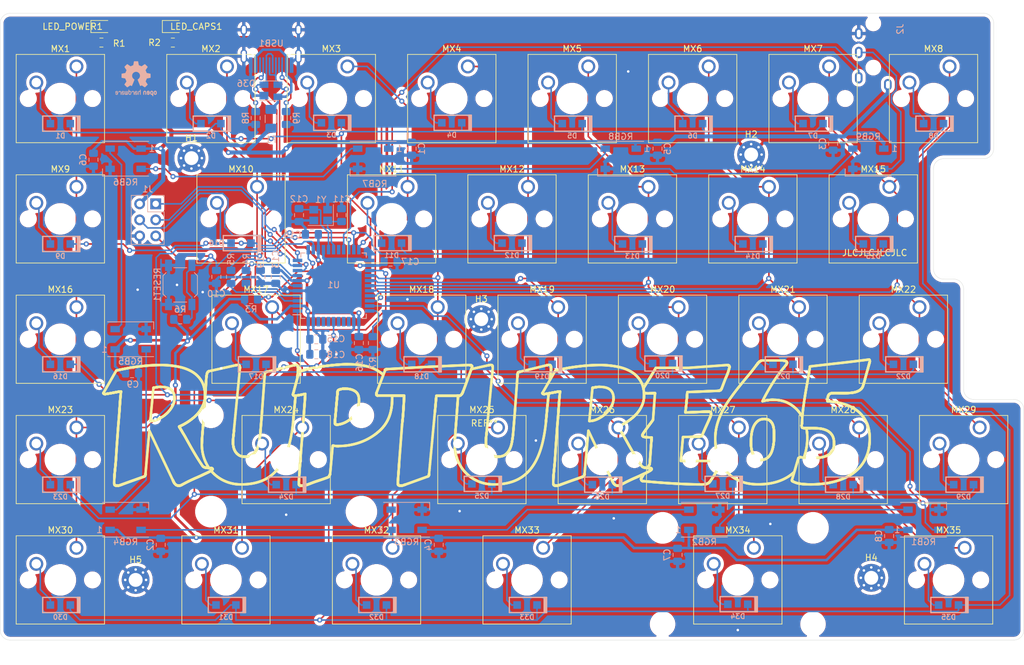
<source format=kicad_pcb>
(kicad_pcb (version 20171130) (host pcbnew "(5.1.5)-3")
  (layers (0 F.Cu signal hide) (31 B.Cu signal) (34 B.Paste user) (35 F.Paste user hide) (36 B.SilkS user) (37 F.SilkS user) (38 B.Mask user hide) (39 F.Mask user hide) (44 Edge.Cuts user))
  (net 0 "")
  (net 1 +5V)
  (net 2 GND)
  (net 3 VCC)
  (net 4 D+)
  (net 5 "Net-(R5-Pad1)")
  (net 6 "Net-(R8-Pad2)")
  (net 7 ROW0)
  (net 8 "Net-(D1-Pad2)")
  (net 9 ROW1)
  (net 10 "Net-(D2-Pad2)")
  (net 11 ROW2)
  (net 12 "Net-(D3-Pad2)")
  (net 13 "Net-(D4-Pad2)")
  (net 14 ROW3)
  (net 15 "Net-(D5-Pad2)")
  (net 16 "Net-(D6-Pad2)")
  (net 17 "Net-(D7-Pad2)")
  (net 18 "Net-(D8-Pad2)")
  (net 19 "Net-(D9-Pad2)")
  (net 20 "Net-(D10-Pad2)")
  (net 21 "Net-(D11-Pad2)")
  (net 22 "Net-(D12-Pad2)")
  (net 23 "Net-(D13-Pad2)")
  (net 24 "Net-(D14-Pad2)")
  (net 25 "Net-(D15-Pad2)")
  (net 26 "Net-(D16-Pad2)")
  (net 27 "Net-(D17-Pad2)")
  (net 28 "Net-(D18-Pad2)")
  (net 29 "Net-(D19-Pad2)")
  (net 30 "Net-(D20-Pad2)")
  (net 31 "Net-(D21-Pad2)")
  (net 32 "Net-(D22-Pad2)")
  (net 33 "Net-(D23-Pad2)")
  (net 34 "Net-(D24-Pad2)")
  (net 35 "Net-(D25-Pad2)")
  (net 36 "Net-(D26-Pad2)")
  (net 37 "Net-(D27-Pad2)")
  (net 38 "Net-(D28-Pad2)")
  (net 39 "Net-(D29-Pad2)")
  (net 40 "Net-(D30-Pad2)")
  (net 41 COL0)
  (net 42 COL1)
  (net 43 COL2)
  (net 44 COL3)
  (net 45 COL4)
  (net 46 COL5)
  (net 47 ROW4)
  (net 48 D-)
  (net 49 SDA)
  (net 50 "Net-(R3-Pad2)")
  (net 51 EXTRA_DATA)
  (net 52 RGB_DATA)
  (net 53 LED_CAPS)
  (net 54 "Net-(LED_CAPS1-Pad1)")
  (net 55 "Net-(LED_POWER1-Pad1)")
  (net 56 RESET)
  (net 57 MOSI)
  (net 58 SCL)
  (net 59 MISO)
  (net 60 "Net-(RGB1-Pad2)")
  (net 61 "Net-(RGB2-Pad2)")
  (net 62 "Net-(RGB3-Pad2)")
  (net 63 "Net-(RGB4-Pad2)")
  (net 64 "Net-(RGB5-Pad2)")
  (net 65 "Net-(RGB6-Pad2)")
  (net 66 "Net-(RGB7-Pad2)")
  (net 67 "Net-(RGB8-Pad2)")
  (net 68 "Net-(D32-Pad2)")
  (net 69 "Net-(D33-Pad2)")
  (net 70 "Net-(D34-Pad2)")
  (net 71 "Net-(D35-Pad2)")
  (net 72 COL6)
  (net 73 "Net-(C11-Pad1)")
  (net 74 "Net-(C12-Pad1)")
  (net 75 "Net-(C19-Pad1)")
  (net 76 "Net-(D31-Pad2)")
  (net 77 "Net-(R4-Pad1)")
  (net 78 "Net-(R7-Pad2)")
  (net 79 "Net-(R9-Pad2)")
  (module Split65:logo (layer F.Cu) (at 75.819 85.028)
    (fp_text reference REF** (at 0 0.5) (layer F.SilkS))
    (fp_text value logo)
  )
  (module Symbol:OSHW-Logo2_7.3x6mm_SilkScreen (layer B.Cu) (at 20.701 30.988 180)
    (fp_text reference REF** hide)
    (fp_text value OSHW-Logo2_7.3x6mm_SilkScreen hide)
  )
  (module Capacitor_SMD:C_0805_2012Metric_Pad1.15x1.40mm_HandSolder (layer B.Cu) (at 33.401 62.357 270)
    (fp_text reference C10 (at 2.667 0) (layer B.SilkS) (effects (justify mirror)))
    (fp_text value 0.1uF)
    (pad 2 smd roundrect (at 1.025 0 270) (size 1.15 1.4) (layers B.Cu B.Paste B.Mask) (roundrect_rratio 0.217391) (net 2 GND))
    (pad 1 smd roundrect (at -1.025 0 270) (size 1.15 1.4) (layers B.Cu B.Paste B.Mask) (roundrect_rratio 0.217391) (net 56 RESET))
  )
  (module Capacitor_SMD:C_0805_2012Metric_Pad1.15x1.40mm_HandSolder (layer B.Cu) (at 20.066 77.597)
    (fp_text reference C9 (at 0.127 1.778) (layer B.SilkS) (effects (justify mirror)))
    (fp_text value 0.1uF)
    (pad 2 smd roundrect (at 1.025 0) (size 1.15 1.4) (layers B.Cu B.Paste B.Mask) (roundrect_rratio 0.217391) (net 2 GND))
    (pad 1 smd roundrect (at -1.025 0) (size 1.15 1.4) (layers B.Cu B.Paste B.Mask) (roundrect_rratio 0.217391) (net 1 +5V))
  )
  (module Capacitor_SMD:C_0805_2012Metric_Pad1.15x1.40mm_HandSolder (layer B.Cu) (at 139.827 103.378 270)
    (fp_text reference C8 (at 0 1.65 90) (layer B.SilkS) (effects (justify mirror)))
    (fp_text value 0.1uF)
    (pad 2 smd roundrect (at 1.025 0 270) (size 1.15 1.4) (layers B.Cu B.Paste B.Mask) (roundrect_rratio 0.217391) (net 2 GND))
    (pad 1 smd roundrect (at -1.025 0 270) (size 1.15 1.4) (layers B.Cu B.Paste B.Mask) (roundrect_rratio 0.217391) (net 1 +5V))
  )
  (module Capacitor_SMD:C_0805_2012Metric_Pad1.15x1.40mm_HandSolder (layer B.Cu) (at 106.3625 106.3625 270)
    (fp_text reference C7 (at 0 1.65 90) (layer B.SilkS) (effects (justify mirror)))
    (fp_text value 0.1uF)
    (pad 2 smd roundrect (at 1.025 0 270) (size 1.15 1.4) (layers B.Cu B.Paste B.Mask) (roundrect_rratio 0.217391) (net 2 GND))
    (pad 1 smd roundrect (at -1.025 0 270) (size 1.15 1.4) (layers B.Cu B.Paste B.Mask) (roundrect_rratio 0.217391) (net 1 +5V))
  )
  (module Capacitor_SMD:C_0805_2012Metric_Pad1.15x1.40mm_HandSolder (layer B.Cu) (at 13.97 43.815 270)
    (fp_text reference C6 (at 0 1.65 90) (layer B.SilkS) (effects (justify mirror)))
    (fp_text value 0.1uF)
    (pad 2 smd roundrect (at 1.025 0 270) (size 1.15 1.4) (layers B.Cu B.Paste B.Mask) (roundrect_rratio 0.217391) (net 2 GND))
    (pad 1 smd roundrect (at -1.025 0 270) (size 1.15 1.4) (layers B.Cu B.Paste B.Mask) (roundrect_rratio 0.217391) (net 1 +5V))
  )
  (module Capacitor_SMD:C_0805_2012Metric_Pad1.15x1.40mm_HandSolder (layer B.Cu) (at 103.1875 42.06875 270)
    (fp_text reference C5 (at 0 -1.5875 90) (layer B.SilkS) (effects (justify mirror)))
    (fp_text value 0.1uF)
    (pad 2 smd roundrect (at 1.025 0 270) (size 1.15 1.4) (layers B.Cu B.Paste B.Mask) (roundrect_rratio 0.217391) (net 2 GND))
    (pad 1 smd roundrect (at -1.025 0 270) (size 1.15 1.4) (layers B.Cu B.Paste B.Mask) (roundrect_rratio 0.217391) (net 1 +5V))
  )
  (module Capacitor_SMD:C_0805_2012Metric_Pad1.15x1.40mm_HandSolder (layer B.Cu) (at 68.58 104.775 270)
    (fp_text reference C4 (at 0 1.65 90) (layer B.SilkS) (effects (justify mirror)))
    (fp_text value 0.1uF)
    (pad 2 smd roundrect (at 1.025 0 270) (size 1.15 1.4) (layers B.Cu B.Paste B.Mask) (roundrect_rratio 0.217391) (net 2 GND))
    (pad 1 smd roundrect (at -1.025 0 270) (size 1.15 1.4) (layers B.Cu B.Paste B.Mask) (roundrect_rratio 0.217391) (net 1 +5V))
  )
  (module Capacitor_SMD:C_0805_2012Metric_Pad1.15x1.40mm_HandSolder (layer B.Cu) (at 130.96875 41.275 270)
    (fp_text reference C3 (at 0 1.65 90) (layer B.SilkS) (effects (justify mirror)))
    (fp_text value 0.1uF)
    (pad 2 smd roundrect (at 1.025 0 270) (size 1.15 1.4) (layers B.Cu B.Paste B.Mask) (roundrect_rratio 0.217391) (net 2 GND))
    (pad 1 smd roundrect (at -1.025 0 270) (size 1.15 1.4) (layers B.Cu B.Paste B.Mask) (roundrect_rratio 0.217391) (net 1 +5V))
  )
  (module Capacitor_SMD:C_0805_2012Metric_Pad1.15x1.40mm_HandSolder (layer B.Cu) (at 24.60625 104.775 270)
    (fp_text reference C2 (at 0 1.65 90) (layer B.SilkS) (effects (justify mirror)))
    (fp_text value 0.1uF)
    (pad 2 smd roundrect (at 1.025 0 270) (size 1.15 1.4) (layers B.Cu B.Paste B.Mask) (roundrect_rratio 0.217391) (net 2 GND))
    (pad 1 smd roundrect (at -1.025 0 270) (size 1.15 1.4) (layers B.Cu B.Paste B.Mask) (roundrect_rratio 0.217391) (net 1 +5V))
  )
  (module Capacitor_SMD:C_0805_2012Metric_Pad1.15x1.40mm_HandSolder (layer B.Cu) (at 64.29375 42.06875 270)
    (fp_text reference C1 (at 0 -1.5875 90) (layer B.SilkS) (effects (justify mirror)))
    (fp_text value 0.1uF)
    (pad 2 smd roundrect (at 1.025 0 270) (size 1.15 1.4) (layers B.Cu B.Paste B.Mask) (roundrect_rratio 0.217391) (net 2 GND))
    (pad 1 smd roundrect (at -1.025 0 270) (size 1.15 1.4) (layers B.Cu B.Paste B.Mask) (roundrect_rratio 0.217391) (net 1 +5V))
  )
  (module Split65:PJ-3200B-4A (layer B.Cu) (at 137.31875 20.6375 270)
    (fp_text reference J2 (at 2.5 -4.25 270) (layer B.SilkS) (effects (justify mirror)))
    (fp_text value AudioJack4)
    (pad S thru_hole oval (at 3.2 2.3 270) (size 1.8 1.2) (drill oval 1.2 0.6) (layers *.Cu *.Mask) (net 2 GND))
    (pad R2 thru_hole oval (at 6.2 2.3 270) (size 1.8 1.2) (drill oval 1.2 0.6) (layers *.Cu *.Mask) (net 51 EXTRA_DATA))
    (pad R1 thru_hole oval (at 10.2 2.3 270) (size 1.8 1.2) (drill oval 1.2 0.6) (layers *.Cu *.Mask) (net 49 SDA))
    (pad T thru_hole oval (at 11.3 -2.3 270) (size 1.8 1.2) (drill oval 1.2 0.6) (layers *.Cu *.Mask) (net 1 +5V))
    (pad "" np_thru_hole circle (at 1.6 0 270) (size 1.5 1.5) (drill 1.5) (layers *.Cu *.Mask))
    (pad "" np_thru_hole circle (at 8.6 0 270) (size 1.5 1.5) (drill 1.5) (layers *.Cu *.Mask))
  )
  (module Button_Switch_Keyboard:SW_Cherry_MX_1.00u_PCB (layer F.Cu) (at 11.27125 105.25125)
    (fp_text reference MX30 (at -2.54 -2.794) (layer F.SilkS))
    (fp_text value MX-NoLED)
    (pad "" np_thru_hole circle (at 2.54 5.08) (size 1.7 1.7) (drill 1.7) (layers *.Cu *.Mask))
    (pad "" np_thru_hole circle (at -7.62 5.08) (size 1.7 1.7) (drill 1.7) (layers *.Cu *.Mask))
    (pad "" np_thru_hole circle (at -2.54 5.08) (size 4 4) (drill 4) (layers *.Cu *.Mask))
    (pad 2 thru_hole circle (at -6.35 2.54) (size 2.2 2.2) (drill 1.5) (layers *.Cu *.Mask) (net 40 "Net-(D30-Pad2)"))
    (pad 1 thru_hole circle (at 0 0) (size 2.2 2.2) (drill 1.5) (layers *.Cu *.Mask) (net 41 COL0))
  )
  (module Button_Switch_Keyboard:SW_Cherry_MX_1.00u_PCB (layer F.Cu) (at 11.27125 86.20125)
    (fp_text reference MX23 (at -2.54 -2.794) (layer F.SilkS))
    (fp_text value MX-NoLED)
    (pad "" np_thru_hole circle (at 2.54 5.08) (size 1.7 1.7) (drill 1.7) (layers *.Cu *.Mask))
    (pad "" np_thru_hole circle (at -7.62 5.08) (size 1.7 1.7) (drill 1.7) (layers *.Cu *.Mask))
    (pad "" np_thru_hole circle (at -2.54 5.08) (size 4 4) (drill 4) (layers *.Cu *.Mask))
    (pad 2 thru_hole circle (at -6.35 2.54) (size 2.2 2.2) (drill 1.5) (layers *.Cu *.Mask) (net 33 "Net-(D23-Pad2)"))
    (pad 1 thru_hole circle (at 0 0) (size 2.2 2.2) (drill 1.5) (layers *.Cu *.Mask) (net 41 COL0))
  )
  (module Button_Switch_Keyboard:SW_Cherry_MX_1.00u_PCB (layer F.Cu) (at 11.27125 67.15125)
    (fp_text reference MX16 (at -2.54 -2.794) (layer F.SilkS))
    (fp_text value MX-NoLED)
    (pad "" np_thru_hole circle (at 2.54 5.08) (size 1.7 1.7) (drill 1.7) (layers *.Cu *.Mask))
    (pad "" np_thru_hole circle (at -7.62 5.08) (size 1.7 1.7) (drill 1.7) (layers *.Cu *.Mask))
    (pad "" np_thru_hole circle (at -2.54 5.08) (size 4 4) (drill 4) (layers *.Cu *.Mask))
    (pad 2 thru_hole circle (at -6.35 2.54) (size 2.2 2.2) (drill 1.5) (layers *.Cu *.Mask) (net 26 "Net-(D16-Pad2)"))
    (pad 1 thru_hole circle (at 0 0) (size 2.2 2.2) (drill 1.5) (layers *.Cu *.Mask) (net 41 COL0))
  )
  (module Button_Switch_Keyboard:SW_Cherry_MX_1.00u_PCB (layer F.Cu) (at 11.27125 48.10125)
    (fp_text reference MX9 (at -2.54 -2.794) (layer F.SilkS))
    (fp_text value MX-NoLED)
    (pad "" np_thru_hole circle (at 2.54 5.08) (size 1.7 1.7) (drill 1.7) (layers *.Cu *.Mask))
    (pad "" np_thru_hole circle (at -7.62 5.08) (size 1.7 1.7) (drill 1.7) (layers *.Cu *.Mask))
    (pad "" np_thru_hole circle (at -2.54 5.08) (size 4 4) (drill 4) (layers *.Cu *.Mask))
    (pad 2 thru_hole circle (at -6.35 2.54) (size 2.2 2.2) (drill 1.5) (layers *.Cu *.Mask) (net 19 "Net-(D9-Pad2)"))
    (pad 1 thru_hole circle (at 0 0) (size 2.2 2.2) (drill 1.5) (layers *.Cu *.Mask) (net 41 COL0))
  )
  (module Button_Switch_Keyboard:SW_Cherry_MX_1.00u_PCB (layer F.Cu) (at 11.27125 29.05125)
    (fp_text reference MX1 (at -2.54 -2.794) (layer F.SilkS))
    (fp_text value MX-NoLED)
    (pad "" np_thru_hole circle (at 2.54 5.08) (size 1.7 1.7) (drill 1.7) (layers *.Cu *.Mask))
    (pad "" np_thru_hole circle (at -7.62 5.08) (size 1.7 1.7) (drill 1.7) (layers *.Cu *.Mask))
    (pad "" np_thru_hole circle (at -2.54 5.08) (size 4 4) (drill 4) (layers *.Cu *.Mask))
    (pad 2 thru_hole circle (at -6.35 2.54) (size 2.2 2.2) (drill 1.5) (layers *.Cu *.Mask) (net 8 "Net-(D1-Pad2)"))
    (pad 1 thru_hole circle (at 0 0) (size 2.2 2.2) (drill 1.5) (layers *.Cu *.Mask) (net 41 COL0))
  )
  (module keyboard_parts:D_SOD123_hand (layer B.Cu) (at 8.73125 114.3 180)
    (fp_text reference D30 (at 0 -1.925) (layer B.SilkS) (effects (font (size 0.8 0.8)) (justify mirror)))
    (fp_text value D_Small hide)
    (pad 1 smd rect (at -1.575 0 180) (size 1.2 1.2) (layers B.Cu B.Paste B.Mask) (net 47 ROW4))
    (pad 2 smd rect (at 1.575 0 180) (size 1.2 1.2) (layers B.Cu B.Paste B.Mask) (net 40 "Net-(D30-Pad2)"))
  )
  (module keyboard_parts:D_SOD123_hand (layer B.Cu) (at 8.73125 95.25 180)
    (fp_text reference D23 (at 0 -1.925) (layer B.SilkS) (effects (font (size 0.8 0.8)) (justify mirror)))
    (fp_text value D_Small hide)
    (pad 1 smd rect (at -1.575 0 180) (size 1.2 1.2) (layers B.Cu B.Paste B.Mask) (net 14 ROW3))
    (pad 2 smd rect (at 1.575 0 180) (size 1.2 1.2) (layers B.Cu B.Paste B.Mask) (net 33 "Net-(D23-Pad2)"))
  )
  (module keyboard_parts:D_SOD123_hand (layer B.Cu) (at 8.73125 76.2 180)
    (fp_text reference D16 (at 0 -1.925) (layer B.SilkS) (effects (font (size 0.8 0.8)) (justify mirror)))
    (fp_text value D_Small hide)
    (pad 1 smd rect (at -1.575 0 180) (size 1.2 1.2) (layers B.Cu B.Paste B.Mask) (net 11 ROW2))
    (pad 2 smd rect (at 1.575 0 180) (size 1.2 1.2) (layers B.Cu B.Paste B.Mask) (net 26 "Net-(D16-Pad2)"))
  )
  (module keyboard_parts:D_SOD123_hand (layer B.Cu) (at 8.73125 57.15 180)
    (fp_text reference D9 (at 0 -1.925) (layer B.SilkS) (effects (font (size 0.8 0.8)) (justify mirror)))
    (fp_text value D_Small hide)
    (pad 1 smd rect (at -1.575 0 180) (size 1.2 1.2) (layers B.Cu B.Paste B.Mask) (net 9 ROW1))
    (pad 2 smd rect (at 1.575 0 180) (size 1.2 1.2) (layers B.Cu B.Paste B.Mask) (net 19 "Net-(D9-Pad2)"))
  )
  (module keyboard_parts:D_SOD123_hand (layer B.Cu) (at 8.73125 38.1 180)
    (fp_text reference D1 (at 0 -1.925) (layer B.SilkS) (effects (font (size 0.8 0.8)) (justify mirror)))
    (fp_text value D_Small hide)
    (pad 1 smd rect (at -1.575 0 180) (size 1.2 1.2) (layers B.Cu B.Paste B.Mask) (net 7 ROW0))
    (pad 2 smd rect (at 1.575 0 180) (size 1.2 1.2) (layers B.Cu B.Paste B.Mask) (net 8 "Net-(D1-Pad2)"))
  )
  (module Capacitor_SMD:C_0805_2012Metric_Pad1.15x1.40mm_HandSolder (layer B.Cu) (at 42.799 62.357 270)
    (fp_text reference C13 (at -2.794 0 90) (layer B.SilkS) (effects (justify mirror)))
    (fp_text value 0.1uF)
    (pad 2 smd roundrect (at 1.025 0 270) (size 1.15 1.4) (layers B.Cu B.Paste B.Mask) (roundrect_rratio 0.217391) (net 2 GND))
    (pad 1 smd roundrect (at -1.025 0 270) (size 1.15 1.4) (layers B.Cu B.Paste B.Mask) (roundrect_rratio 0.217391) (net 1 +5V))
  )
  (module LED_SMD:LED_WS2812B_PLCC4_5.0x5.0mm_P3.2mm (layer B.Cu) (at 136.525 43.65625 180)
    (fp_text reference RGB9 (at 0 3.5) (layer B.SilkS) (effects (justify mirror)))
    (fp_text value WS2812B)
    (fp_text user 1 (at -4.15 1.6) (layer B.SilkS) (effects (justify mirror)))
    (pad 3 smd rect (at 2.45 -1.6 180) (size 1.5 1) (layers B.Cu B.Paste B.Mask) (net 2 GND))
    (pad 4 smd rect (at 2.45 1.6 180) (size 1.5 1) (layers B.Cu B.Paste B.Mask) (net 67 "Net-(RGB8-Pad2)"))
    (pad 2 smd rect (at -2.45 -1.6 180) (size 1.5 1) (layers B.Cu B.Paste B.Mask) (net 51 EXTRA_DATA))
    (pad 1 smd rect (at -2.45 1.6 180) (size 1.5 1) (layers B.Cu B.Paste B.Mask) (net 1 +5V))
  )
  (module LED_SMD:LED_WS2812B_PLCC4_5.0x5.0mm_P3.2mm (layer B.Cu) (at 97.366666 43.65625 180)
    (fp_text reference RGB8 (at 0 3.5) (layer B.SilkS) (effects (justify mirror)))
    (fp_text value WS2812B)
    (fp_text user 1 (at -4.15 1.6) (layer B.SilkS) (effects (justify mirror)))
    (pad 3 smd rect (at 2.45 -1.6 180) (size 1.5 1) (layers B.Cu B.Paste B.Mask) (net 2 GND))
    (pad 4 smd rect (at 2.45 1.6 180) (size 1.5 1) (layers B.Cu B.Paste B.Mask) (net 66 "Net-(RGB7-Pad2)"))
    (pad 2 smd rect (at -2.45 -1.6 180) (size 1.5 1) (layers B.Cu B.Paste B.Mask) (net 67 "Net-(RGB8-Pad2)"))
    (pad 1 smd rect (at -2.45 1.6 180) (size 1.5 1) (layers B.Cu B.Paste B.Mask) (net 1 +5V))
  )
  (module LED_SMD:LED_WS2812B_PLCC4_5.0x5.0mm_P3.2mm (layer B.Cu) (at 58.208333 43.65625 180)
    (fp_text reference RGB7 (at -0.264584 -3.96875) (layer B.SilkS) (effects (justify mirror)))
    (fp_text value WS2812B)
    (fp_text user 1 (at -4.15 1.6) (layer B.SilkS) (effects (justify mirror)))
    (pad 3 smd rect (at 2.45 -1.6 180) (size 1.5 1) (layers B.Cu B.Paste B.Mask) (net 2 GND))
    (pad 4 smd rect (at 2.45 1.6 180) (size 1.5 1) (layers B.Cu B.Paste B.Mask) (net 65 "Net-(RGB6-Pad2)"))
    (pad 2 smd rect (at -2.45 -1.6 180) (size 1.5 1) (layers B.Cu B.Paste B.Mask) (net 66 "Net-(RGB7-Pad2)"))
    (pad 1 smd rect (at -2.45 1.6 180) (size 1.5 1) (layers B.Cu B.Paste B.Mask) (net 1 +5V))
  )
  (module LED_SMD:LED_WS2812B_PLCC4_5.0x5.0mm_P3.2mm (layer B.Cu) (at 19.05 43.65625 180)
    (fp_text reference RGB6 (at 0 -3.71475) (layer B.SilkS) (effects (justify mirror)))
    (fp_text value WS2812B)
    (fp_text user 1 (at -4.15 1.6) (layer B.SilkS) (effects (justify mirror)))
    (pad 3 smd rect (at 2.45 -1.6 180) (size 1.5 1) (layers B.Cu B.Paste B.Mask) (net 2 GND))
    (pad 4 smd rect (at 2.45 1.6 180) (size 1.5 1) (layers B.Cu B.Paste B.Mask) (net 64 "Net-(RGB5-Pad2)"))
    (pad 2 smd rect (at -2.45 -1.6 180) (size 1.5 1) (layers B.Cu B.Paste B.Mask) (net 65 "Net-(RGB6-Pad2)"))
    (pad 1 smd rect (at -2.45 1.6 180) (size 1.5 1) (layers B.Cu B.Paste B.Mask) (net 1 +5V))
  )
  (module LED_SMD:LED_WS2812B_PLCC4_5.0x5.0mm_P3.2mm (layer B.Cu) (at 19.84375 72.23125)
    (fp_text reference RGB5 (at 0 3.5) (layer B.SilkS) (effects (justify mirror)))
    (fp_text value WS2812B)
    (fp_text user 1 (at -4.15 1.6) (layer B.SilkS) (effects (justify mirror)))
    (pad 3 smd rect (at 2.45 -1.6) (size 1.5 1) (layers B.Cu B.Paste B.Mask) (net 2 GND))
    (pad 4 smd rect (at 2.45 1.6) (size 1.5 1) (layers B.Cu B.Paste B.Mask) (net 63 "Net-(RGB4-Pad2)"))
    (pad 2 smd rect (at -2.45 -1.6) (size 1.5 1) (layers B.Cu B.Paste B.Mask) (net 64 "Net-(RGB5-Pad2)"))
    (pad 1 smd rect (at -2.45 1.6) (size 1.5 1) (layers B.Cu B.Paste B.Mask) (net 1 +5V))
  )
  (module LED_SMD:LED_WS2812B_PLCC4_5.0x5.0mm_P3.2mm (layer B.Cu) (at 19.05 100.80625)
    (fp_text reference RGB4 (at 0 3.5) (layer B.SilkS) (effects (justify mirror)))
    (fp_text value WS2812B)
    (fp_text user 1 (at -4.15 1.6) (layer B.SilkS) (effects (justify mirror)))
    (pad 3 smd rect (at 2.45 -1.6) (size 1.5 1) (layers B.Cu B.Paste B.Mask) (net 2 GND))
    (pad 4 smd rect (at 2.45 1.6) (size 1.5 1) (layers B.Cu B.Paste B.Mask) (net 62 "Net-(RGB3-Pad2)"))
    (pad 2 smd rect (at -2.45 -1.6) (size 1.5 1) (layers B.Cu B.Paste B.Mask) (net 63 "Net-(RGB4-Pad2)"))
    (pad 1 smd rect (at -2.45 1.6) (size 1.5 1) (layers B.Cu B.Paste B.Mask) (net 1 +5V))
  )
  (module LED_SMD:LED_WS2812B_PLCC4_5.0x5.0mm_P3.2mm (layer B.Cu) (at 63.5 100.80625)
    (fp_text reference RGB3 (at 0 3.5) (layer B.SilkS) (effects (justify mirror)))
    (fp_text value WS2812B)
    (fp_text user 1 (at -4.15 1.6) (layer B.SilkS) (effects (justify mirror)))
    (pad 3 smd rect (at 2.45 -1.6) (size 1.5 1) (layers B.Cu B.Paste B.Mask) (net 2 GND))
    (pad 4 smd rect (at 2.45 1.6) (size 1.5 1) (layers B.Cu B.Paste B.Mask) (net 61 "Net-(RGB2-Pad2)"))
    (pad 2 smd rect (at -2.45 -1.6) (size 1.5 1) (layers B.Cu B.Paste B.Mask) (net 62 "Net-(RGB3-Pad2)"))
    (pad 1 smd rect (at -2.45 1.6) (size 1.5 1) (layers B.Cu B.Paste B.Mask) (net 1 +5V))
  )
  (module LED_SMD:LED_WS2812B_PLCC4_5.0x5.0mm_P3.2mm (layer B.Cu) (at 110.595832 100.80625)
    (fp_text reference RGB2 (at 0 3.5) (layer B.SilkS) (effects (justify mirror)))
    (fp_text value WS2812B)
    (fp_text user 1 (at -4.15 1.6) (layer B.SilkS) (effects (justify mirror)))
    (pad 3 smd rect (at 2.45 -1.6) (size 1.5 1) (layers B.Cu B.Paste B.Mask) (net 2 GND))
    (pad 4 smd rect (at 2.45 1.6) (size 1.5 1) (layers B.Cu B.Paste B.Mask) (net 60 "Net-(RGB1-Pad2)"))
    (pad 2 smd rect (at -2.45 -1.6) (size 1.5 1) (layers B.Cu B.Paste B.Mask) (net 61 "Net-(RGB2-Pad2)"))
    (pad 1 smd rect (at -2.45 1.6) (size 1.5 1) (layers B.Cu B.Paste B.Mask) (net 1 +5V))
  )
  (module LED_SMD:LED_WS2812B_PLCC4_5.0x5.0mm_P3.2mm (layer B.Cu) (at 145.25625 100.80625)
    (fp_text reference RGB1 (at 0 3.5) (layer B.SilkS) (effects (justify mirror)))
    (fp_text value WS2812B)
    (fp_text user 1 (at -4.15 1.6) (layer B.SilkS) (effects (justify mirror)))
    (pad 3 smd rect (at 2.45 -1.6) (size 1.5 1) (layers B.Cu B.Paste B.Mask) (net 2 GND))
    (pad 4 smd rect (at 2.45 1.6) (size 1.5 1) (layers B.Cu B.Paste B.Mask) (net 52 RGB_DATA))
    (pad 2 smd rect (at -2.45 -1.6) (size 1.5 1) (layers B.Cu B.Paste B.Mask) (net 60 "Net-(RGB1-Pad2)"))
    (pad 1 smd rect (at -2.45 1.6) (size 1.5 1) (layers B.Cu B.Paste B.Mask) (net 1 +5V))
  )
  (module Package_TO_SOT_SMD:SOT-143 (layer B.Cu) (at 42.037 32.893)
    (fp_text reference D36 (at -3.937 -1.143) (layer B.SilkS) (effects (justify mirror)))
    (fp_text value PRTR5V0U2X)
    (pad 4 smd rect (at 1.1 0.95 90) (size 1 1.4) (layers B.Cu B.Paste B.Mask) (net 3 VCC))
    (pad 3 smd rect (at 1.1 -0.95 90) (size 1 1.4) (layers B.Cu B.Paste B.Mask) (net 4 D+))
    (pad 2 smd rect (at -1.1 -0.95 90) (size 1 1.4) (layers B.Cu B.Paste B.Mask) (net 48 D-))
    (pad 1 smd rect (at -1.1 0.77 90) (size 1.2 1.4) (layers B.Cu B.Paste B.Mask) (net 2 GND))
  )
  (module Connector_PinHeader_2.54mm:PinHeader_2x03_P2.54mm_Vertical (layer B.Cu) (at 23.8125 50.8 180)
    (fp_text reference J1 (at 1.27 2.33) (layer B.SilkS) (effects (justify mirror)))
    (fp_text value AVR-ISP-6)
    (pad 6 thru_hole oval (at 2.54 -5.08 180) (size 1.7 1.7) (drill 1) (layers *.Cu *.Mask) (net 2 GND))
    (pad 5 thru_hole oval (at 0 -5.08 180) (size 1.7 1.7) (drill 1) (layers *.Cu *.Mask) (net 56 RESET))
    (pad 4 thru_hole oval (at 2.54 -2.54 180) (size 1.7 1.7) (drill 1) (layers *.Cu *.Mask) (net 57 MOSI))
    (pad 3 thru_hole oval (at 0 -2.54 180) (size 1.7 1.7) (drill 1) (layers *.Cu *.Mask) (net 58 SCL))
    (pad 2 thru_hole oval (at 2.54 0 180) (size 1.7 1.7) (drill 1) (layers *.Cu *.Mask) (net 1 +5V))
    (pad 1 thru_hole rect (at 0 0 180) (size 1.7 1.7) (drill 1) (layers *.Cu *.Mask) (net 59 MISO))
  )
  (module MountingHole:MountingHole_2.2mm_M2_Pad_Via (layer F.Cu) (at 20.6375 110.33125)
    (fp_text reference H5 (at 0 -3.2) (layer F.SilkS))
    (fp_text value MountingHole)
    (pad 1 thru_hole circle (at 1.166726 -1.166726) (size 0.7 0.7) (drill 0.4) (layers *.Cu *.Mask) (net 2 GND))
    (pad 1 thru_hole circle (at 0 -1.65) (size 0.7 0.7) (drill 0.4) (layers *.Cu *.Mask) (net 2 GND))
    (pad 1 thru_hole circle (at -1.166726 -1.166726) (size 0.7 0.7) (drill 0.4) (layers *.Cu *.Mask) (net 2 GND))
    (pad 1 thru_hole circle (at -1.65 0) (size 0.7 0.7) (drill 0.4) (layers *.Cu *.Mask) (net 2 GND))
    (pad 1 thru_hole circle (at -1.166726 1.166726) (size 0.7 0.7) (drill 0.4) (layers *.Cu *.Mask) (net 2 GND))
    (pad 1 thru_hole circle (at 0 1.65) (size 0.7 0.7) (drill 0.4) (layers *.Cu *.Mask) (net 2 GND))
    (pad 1 thru_hole circle (at 1.166726 1.166726) (size 0.7 0.7) (drill 0.4) (layers *.Cu *.Mask) (net 2 GND))
    (pad 1 thru_hole circle (at 1.65 0) (size 0.7 0.7) (drill 0.4) (layers *.Cu *.Mask) (net 2 GND))
    (pad 1 thru_hole circle (at 0 0) (size 4.4 4.4) (drill 2.2) (layers *.Cu *.Mask) (net 2 GND))
  )
  (module MountingHole:MountingHole_2.2mm_M2_Pad_Via (layer F.Cu) (at 137 110)
    (fp_text reference H4 (at 0 -3.2) (layer F.SilkS))
    (fp_text value MountingHole)
    (pad 1 thru_hole circle (at 1.166726 -1.166726) (size 0.7 0.7) (drill 0.4) (layers *.Cu *.Mask) (net 2 GND))
    (pad 1 thru_hole circle (at 0 -1.65) (size 0.7 0.7) (drill 0.4) (layers *.Cu *.Mask) (net 2 GND))
    (pad 1 thru_hole circle (at -1.166726 -1.166726) (size 0.7 0.7) (drill 0.4) (layers *.Cu *.Mask) (net 2 GND))
    (pad 1 thru_hole circle (at -1.65 0) (size 0.7 0.7) (drill 0.4) (layers *.Cu *.Mask) (net 2 GND))
    (pad 1 thru_hole circle (at -1.166726 1.166726) (size 0.7 0.7) (drill 0.4) (layers *.Cu *.Mask) (net 2 GND))
    (pad 1 thru_hole circle (at 0 1.65) (size 0.7 0.7) (drill 0.4) (layers *.Cu *.Mask) (net 2 GND))
    (pad 1 thru_hole circle (at 1.166726 1.166726) (size 0.7 0.7) (drill 0.4) (layers *.Cu *.Mask) (net 2 GND))
    (pad 1 thru_hole circle (at 1.65 0) (size 0.7 0.7) (drill 0.4) (layers *.Cu *.Mask) (net 2 GND))
    (pad 1 thru_hole circle (at 0 0) (size 4.4 4.4) (drill 2.2) (layers *.Cu *.Mask) (net 2 GND))
  )
  (module MountingHole:MountingHole_2.2mm_M2_Pad_Via (layer F.Cu) (at 75.311 69.05625)
    (fp_text reference H3 (at 0 -3.2) (layer F.SilkS))
    (fp_text value MountingHole)
    (pad 1 thru_hole circle (at 1.166726 -1.166726) (size 0.7 0.7) (drill 0.4) (layers *.Cu *.Mask) (net 2 GND))
    (pad 1 thru_hole circle (at 0 -1.65) (size 0.7 0.7) (drill 0.4) (layers *.Cu *.Mask) (net 2 GND))
    (pad 1 thru_hole circle (at -1.166726 -1.166726) (size 0.7 0.7) (drill 0.4) (layers *.Cu *.Mask) (net 2 GND))
    (pad 1 thru_hole circle (at -1.65 0) (size 0.7 0.7) (drill 0.4) (layers *.Cu *.Mask) (net 2 GND))
    (pad 1 thru_hole circle (at -1.166726 1.166726) (size 0.7 0.7) (drill 0.4) (layers *.Cu *.Mask) (net 2 GND))
    (pad 1 thru_hole circle (at 0 1.65) (size 0.7 0.7) (drill 0.4) (layers *.Cu *.Mask) (net 2 GND))
    (pad 1 thru_hole circle (at 1.166726 1.166726) (size 0.7 0.7) (drill 0.4) (layers *.Cu *.Mask) (net 2 GND))
    (pad 1 thru_hole circle (at 1.65 0) (size 0.7 0.7) (drill 0.4) (layers *.Cu *.Mask) (net 2 GND))
    (pad 1 thru_hole circle (at 0 0) (size 4.4 4.4) (drill 2.2) (layers *.Cu *.Mask) (net 2 GND))
  )
  (module MountingHole:MountingHole_2.2mm_M2_Pad_Via (layer F.Cu) (at 118 43)
    (fp_text reference H2 (at 0 -3.2) (layer F.SilkS))
    (fp_text value MountingHole)
    (pad 1 thru_hole circle (at 1.166726 -1.166726) (size 0.7 0.7) (drill 0.4) (layers *.Cu *.Mask) (net 2 GND))
    (pad 1 thru_hole circle (at 0 -1.65) (size 0.7 0.7) (drill 0.4) (layers *.Cu *.Mask) (net 2 GND))
    (pad 1 thru_hole circle (at -1.166726 -1.166726) (size 0.7 0.7) (drill 0.4) (layers *.Cu *.Mask) (net 2 GND))
    (pad 1 thru_hole circle (at -1.65 0) (size 0.7 0.7) (drill 0.4) (layers *.Cu *.Mask) (net 2 GND))
    (pad 1 thru_hole circle (at -1.166726 1.166726) (size 0.7 0.7) (drill 0.4) (layers *.Cu *.Mask) (net 2 GND))
    (pad 1 thru_hole circle (at 0 1.65) (size 0.7 0.7) (drill 0.4) (layers *.Cu *.Mask) (net 2 GND))
    (pad 1 thru_hole circle (at 1.166726 1.166726) (size 0.7 0.7) (drill 0.4) (layers *.Cu *.Mask) (net 2 GND))
    (pad 1 thru_hole circle (at 1.65 0) (size 0.7 0.7) (drill 0.4) (layers *.Cu *.Mask) (net 2 GND))
    (pad 1 thru_hole circle (at 0 0) (size 4.4 4.4) (drill 2.2) (layers *.Cu *.Mask) (net 2 GND))
  )
  (module MountingHole:MountingHole_2.2mm_M2_Pad_Via (layer F.Cu) (at 29.464 43.561)
    (fp_text reference H1 (at 0 -3.2) (layer F.SilkS))
    (fp_text value MountingHole)
    (pad 1 thru_hole circle (at 1.166726 -1.166726) (size 0.7 0.7) (drill 0.4) (layers *.Cu *.Mask) (net 2 GND))
    (pad 1 thru_hole circle (at 0 -1.65) (size 0.7 0.7) (drill 0.4) (layers *.Cu *.Mask) (net 2 GND))
    (pad 1 thru_hole circle (at -1.166726 -1.166726) (size 0.7 0.7) (drill 0.4) (layers *.Cu *.Mask) (net 2 GND))
    (pad 1 thru_hole circle (at -1.65 0) (size 0.7 0.7) (drill 0.4) (layers *.Cu *.Mask) (net 2 GND))
    (pad 1 thru_hole circle (at -1.166726 1.166726) (size 0.7 0.7) (drill 0.4) (layers *.Cu *.Mask) (net 2 GND))
    (pad 1 thru_hole circle (at 0 1.65) (size 0.7 0.7) (drill 0.4) (layers *.Cu *.Mask) (net 2 GND))
    (pad 1 thru_hole circle (at 1.166726 1.166726) (size 0.7 0.7) (drill 0.4) (layers *.Cu *.Mask) (net 2 GND))
    (pad 1 thru_hole circle (at 1.65 0) (size 0.7 0.7) (drill 0.4) (layers *.Cu *.Mask) (net 2 GND))
    (pad 1 thru_hole circle (at 0 0) (size 4.4 4.4) (drill 2.2) (layers *.Cu *.Mask) (net 2 GND))
  )
  (module Crystal:Crystal_SMD_3225-4Pin_3.2x2.5mm (layer B.Cu) (at 49.911 52.578 180)
    (fp_text reference Y1 (at 0 2.45) (layer B.SilkS) (effects (justify mirror)))
    (fp_text value Crystal_GND24_Small)
    (pad 4 smd rect (at -1.1 0.85 180) (size 1.4 1.2) (layers B.Cu B.Paste B.Mask) (net 2 GND))
    (pad 3 smd rect (at 1.1 0.85 180) (size 1.4 1.2) (layers B.Cu B.Paste B.Mask) (net 74 "Net-(C12-Pad1)"))
    (pad 2 smd rect (at 1.1 -0.85 180) (size 1.4 1.2) (layers B.Cu B.Paste B.Mask) (net 2 GND))
    (pad 1 smd rect (at -1.1 -0.85 180) (size 1.4 1.2) (layers B.Cu B.Paste B.Mask) (net 73 "Net-(C11-Pad1)"))
  )
  (module Resistor_SMD:R_0805_2012Metric_Pad1.15x1.40mm_HandSolder (layer F.Cu) (at 26.523 25.273)
    (fp_text reference R2 (at -2.901 0) (layer F.SilkS))
    (fp_text value 1K)
    (pad 2 smd roundrect (at 1.025 0) (size 1.15 1.4) (layers F.Cu F.Paste F.Mask) (roundrect_rratio 0.217391) (net 2 GND))
    (pad 1 smd roundrect (at -1.025 0) (size 1.15 1.4) (layers F.Cu F.Paste F.Mask) (roundrect_rratio 0.217391) (net 54 "Net-(LED_CAPS1-Pad1)"))
  )
  (module Resistor_SMD:R_0805_2012Metric_Pad1.15x1.40mm_HandSolder (layer F.Cu) (at 15.22 25.273)
    (fp_text reference R1 (at 2.814 0.127) (layer F.SilkS))
    (fp_text value 1K)
    (pad 2 smd roundrect (at 1.025 0) (size 1.15 1.4) (layers F.Cu F.Paste F.Mask) (roundrect_rratio 0.217391) (net 2 GND))
    (pad 1 smd roundrect (at -1.025 0) (size 1.15 1.4) (layers F.Cu F.Paste F.Mask) (roundrect_rratio 0.217391) (net 55 "Net-(LED_POWER1-Pad1)"))
  )
  (module LED_SMD:LED_0805_2012Metric (layer F.Cu) (at 15.24 22.733)
    (fp_text reference LED_POWER1 (at -4.572 0) (layer F.SilkS))
    (fp_text value LED_Small)
    (pad 2 smd roundrect (at 0.9375 0) (size 0.975 1.4) (layers F.Cu F.Paste F.Mask) (net 1 +5V))
    (pad 1 smd roundrect (at -0.9375 0) (size 0.975 1.4) (layers F.Cu F.Paste F.Mask) (net 55 "Net-(LED_POWER1-Pad1)"))
  )
  (module LED_SMD:LED_0805_2012Metric (layer F.Cu) (at 26.543 22.733)
    (fp_text reference LED_CAPS1 (at 3.683 0) (layer F.SilkS))
    (fp_text value LED_Small)
    (pad 2 smd roundrect (at 0.9375 0) (size 0.975 1.4) (layers F.Cu F.Paste F.Mask) (net 53 LED_CAPS))
    (pad 1 smd roundrect (at -0.9375 0) (size 0.975 1.4) (layers F.Cu F.Paste F.Mask) (net 54 "Net-(LED_CAPS1-Pad1)"))
  )
  (module Button_Switch_Keyboard:SW_Cherry_MX_1.00u_PCB (layer F.Cu) (at 35.08375 29.05125)
    (fp_text reference MX2 (at -2.54 -2.794) (layer F.SilkS))
    (fp_text value MX-NoLED)
    (pad 1 thru_hole circle (at 0 0) (size 2.2 2.2) (drill 1.5) (layers *.Cu *.Mask) (net 42 COL1))
    (pad 2 thru_hole circle (at -6.35 2.54) (size 2.2 2.2) (drill 1.5) (layers *.Cu *.Mask) (net 10 "Net-(D2-Pad2)"))
    (pad "" np_thru_hole circle (at -2.54 5.08) (size 4 4) (drill 4) (layers *.Cu *.Mask))
    (pad "" np_thru_hole circle (at -7.62 5.08) (size 1.7 1.7) (drill 1.7) (layers *.Cu *.Mask))
    (pad "" np_thru_hole circle (at 2.54 5.08) (size 1.7 1.7) (drill 1.7) (layers *.Cu *.Mask))
  )
  (module Button_Switch_Keyboard:SW_Cherry_MX_1.50u_PCB (layer F.Cu) (at 39.84625 48.10125)
    (fp_text reference MX10 (at -2.54 -2.794) (layer F.SilkS))
    (fp_text value MX-NoLED)
    (pad 1 thru_hole circle (at 0 0) (size 2.2 2.2) (drill 1.5) (layers *.Cu *.Mask) (net 42 COL1))
    (pad 2 thru_hole circle (at -6.35 2.54) (size 2.2 2.2) (drill 1.5) (layers *.Cu *.Mask) (net 20 "Net-(D10-Pad2)"))
    (pad "" np_thru_hole circle (at -2.54 5.08) (size 4 4) (drill 4) (layers *.Cu *.Mask))
    (pad "" np_thru_hole circle (at -7.62 5.08) (size 1.7 1.7) (drill 1.7) (layers *.Cu *.Mask))
    (pad "" np_thru_hole circle (at 2.54 5.08) (size 1.7 1.7) (drill 1.7) (layers *.Cu *.Mask))
  )
  (module Button_Switch_Keyboard:SW_Cherry_MX_1.75u_PCB (layer F.Cu) (at 42.2275 67.15125)
    (fp_text reference MX17 (at -2.54 -2.794) (layer F.SilkS))
    (fp_text value MX-NoLED)
    (pad 1 thru_hole circle (at 0 0) (size 2.2 2.2) (drill 1.5) (layers *.Cu *.Mask) (net 42 COL1))
    (pad 2 thru_hole circle (at -6.35 2.54) (size 2.2 2.2) (drill 1.5) (layers *.Cu *.Mask) (net 27 "Net-(D17-Pad2)"))
    (pad "" np_thru_hole circle (at -2.54 5.08) (size 4 4) (drill 4) (layers *.Cu *.Mask))
    (pad "" np_thru_hole circle (at -7.62 5.08) (size 1.7 1.7) (drill 1.7) (layers *.Cu *.Mask))
    (pad "" np_thru_hole circle (at 2.54 5.08) (size 1.7 1.7) (drill 1.7) (layers *.Cu *.Mask))
  )
  (module Button_Switch_Keyboard:SW_Cherry_MX_2.25u_PCB (layer F.Cu) (at 46.99 86.20125)
    (fp_text reference MX24 (at -2.54 -2.794) (layer F.SilkS))
    (fp_text value MX-NoLED)
    (pad 1 thru_hole circle (at 0 0) (size 2.2 2.2) (drill 1.5) (layers *.Cu *.Mask) (net 42 COL1))
    (pad 2 thru_hole circle (at -6.35 2.54) (size 2.2 2.2) (drill 1.5) (layers *.Cu *.Mask) (net 34 "Net-(D24-Pad2)"))
    (pad "" np_thru_hole circle (at -2.54 5.08) (size 4 4) (drill 4) (layers *.Cu *.Mask))
    (pad "" np_thru_hole circle (at -7.62 5.08) (size 1.7 1.7) (drill 1.7) (layers *.Cu *.Mask))
    (pad "" np_thru_hole circle (at 2.54 5.08) (size 1.7 1.7) (drill 1.7) (layers *.Cu *.Mask))
    (pad "" np_thru_hole circle (at 9.36 13.32) (size 4 4) (drill 4) (layers *.Cu *.Mask))
    (pad "" np_thru_hole circle (at -14.44 13.32) (size 4 4) (drill 4) (layers *.Cu *.Mask))
    (pad "" np_thru_hole circle (at -14.44 -1.92) (size 3.05 3.05) (drill 3.05) (layers *.Cu *.Mask))
    (pad "" np_thru_hole circle (at 9.36 -1.92) (size 3.05 3.05) (drill 3.05) (layers *.Cu *.Mask))
  )
  (module Button_Switch_Keyboard:SW_Cherry_MX_1.25u_PCB (layer F.Cu) (at 37.465 105.25125)
    (fp_text reference MX31 (at -2.54 -2.794) (layer F.SilkS))
    (fp_text value MX-NoLED)
    (pad 1 thru_hole circle (at 0 0) (size 2.2 2.2) (drill 1.5) (layers *.Cu *.Mask) (net 42 COL1))
    (pad 2 thru_hole circle (at -6.35 2.54) (size 2.2 2.2) (drill 1.5) (layers *.Cu *.Mask) (net 76 "Net-(D31-Pad2)"))
    (pad "" np_thru_hole circle (at -2.54 5.08) (size 4 4) (drill 4) (layers *.Cu *.Mask))
    (pad "" np_thru_hole circle (at -7.62 5.08) (size 1.7 1.7) (drill 1.7) (layers *.Cu *.Mask))
    (pad "" np_thru_hole circle (at 2.54 5.08) (size 1.7 1.7) (drill 1.7) (layers *.Cu *.Mask))
  )
  (module Button_Switch_Keyboard:SW_Cherry_MX_1.00u_PCB (layer F.Cu) (at 54.13375 29.05125)
    (fp_text reference MX3 (at -2.54 -2.794) (layer F.SilkS))
    (fp_text value MX-NoLED)
    (pad 1 thru_hole circle (at 0 0) (size 2.2 2.2) (drill 1.5) (layers *.Cu *.Mask) (net 43 COL2))
    (pad 2 thru_hole circle (at -6.35 2.54) (size 2.2 2.2) (drill 1.5) (layers *.Cu *.Mask) (net 12 "Net-(D3-Pad2)"))
    (pad "" np_thru_hole circle (at -2.54 5.08) (size 4 4) (drill 4) (layers *.Cu *.Mask))
    (pad "" np_thru_hole circle (at -7.62 5.08) (size 1.7 1.7) (drill 1.7) (layers *.Cu *.Mask))
    (pad "" np_thru_hole circle (at 2.54 5.08) (size 1.7 1.7) (drill 1.7) (layers *.Cu *.Mask))
  )
  (module Button_Switch_Keyboard:SW_Cherry_MX_1.00u_PCB (layer F.Cu) (at 63.65875 48.10125)
    (fp_text reference MX11 (at -2.54 -2.794) (layer F.SilkS))
    (fp_text value MX-NoLED)
    (pad 1 thru_hole circle (at 0 0) (size 2.2 2.2) (drill 1.5) (layers *.Cu *.Mask) (net 43 COL2))
    (pad 2 thru_hole circle (at -6.35 2.54) (size 2.2 2.2) (drill 1.5) (layers *.Cu *.Mask) (net 21 "Net-(D11-Pad2)"))
    (pad "" np_thru_hole circle (at -2.54 5.08) (size 4 4) (drill 4) (layers *.Cu *.Mask))
    (pad "" np_thru_hole circle (at -7.62 5.08) (size 1.7 1.7) (drill 1.7) (layers *.Cu *.Mask))
    (pad "" np_thru_hole circle (at 2.54 5.08) (size 1.7 1.7) (drill 1.7) (layers *.Cu *.Mask))
  )
  (module Button_Switch_Keyboard:SW_Cherry_MX_1.00u_PCB (layer F.Cu) (at 68.42125 67.15125)
    (fp_text reference MX18 (at -2.54 -2.794) (layer F.SilkS))
    (fp_text value MX-NoLED)
    (pad 1 thru_hole circle (at 0 0) (size 2.2 2.2) (drill 1.5) (layers *.Cu *.Mask) (net 43 COL2))
    (pad 2 thru_hole circle (at -6.35 2.54) (size 2.2 2.2) (drill 1.5) (layers *.Cu *.Mask) (net 28 "Net-(D18-Pad2)"))
    (pad "" np_thru_hole circle (at -2.54 5.08) (size 4 4) (drill 4) (layers *.Cu *.Mask))
    (pad "" np_thru_hole circle (at -7.62 5.08) (size 1.7 1.7) (drill 1.7) (layers *.Cu *.Mask))
    (pad "" np_thru_hole circle (at 2.54 5.08) (size 1.7 1.7) (drill 1.7) (layers *.Cu *.Mask))
  )
  (module Button_Switch_Keyboard:SW_Cherry_MX_1.00u_PCB (layer F.Cu) (at 77.94625 86.20125)
    (fp_text reference MX25 (at -2.54 -2.794) (layer F.SilkS))
    (fp_text value MX-NoLED)
    (pad 1 thru_hole circle (at 0 0) (size 2.2 2.2) (drill 1.5) (layers *.Cu *.Mask) (net 43 COL2))
    (pad 2 thru_hole circle (at -6.35 2.54) (size 2.2 2.2) (drill 1.5) (layers *.Cu *.Mask) (net 35 "Net-(D25-Pad2)"))
    (pad "" np_thru_hole circle (at -2.54 5.08) (size 4 4) (drill 4) (layers *.Cu *.Mask))
    (pad "" np_thru_hole circle (at -7.62 5.08) (size 1.7 1.7) (drill 1.7) (layers *.Cu *.Mask))
    (pad "" np_thru_hole circle (at 2.54 5.08) (size 1.7 1.7) (drill 1.7) (layers *.Cu *.Mask))
  )
  (module Button_Switch_Keyboard:SW_Cherry_MX_1.25u_PCB (layer F.Cu) (at 61.2775 105.25125)
    (fp_text reference MX32 (at -2.54 -2.794) (layer F.SilkS))
    (fp_text value MX-NoLED)
    (pad 1 thru_hole circle (at 0 0) (size 2.2 2.2) (drill 1.5) (layers *.Cu *.Mask) (net 43 COL2))
    (pad 2 thru_hole circle (at -6.35 2.54) (size 2.2 2.2) (drill 1.5) (layers *.Cu *.Mask) (net 68 "Net-(D32-Pad2)"))
    (pad "" np_thru_hole circle (at -2.54 5.08) (size 4 4) (drill 4) (layers *.Cu *.Mask))
    (pad "" np_thru_hole circle (at -7.62 5.08) (size 1.7 1.7) (drill 1.7) (layers *.Cu *.Mask))
    (pad "" np_thru_hole circle (at 2.54 5.08) (size 1.7 1.7) (drill 1.7) (layers *.Cu *.Mask))
  )
  (module Button_Switch_Keyboard:SW_Cherry_MX_1.00u_PCB (layer F.Cu) (at 73.18375 29.05125)
    (fp_text reference MX4 (at -2.54 -2.794) (layer F.SilkS))
    (fp_text value MX-NoLED)
    (pad 1 thru_hole circle (at 0 0) (size 2.2 2.2) (drill 1.5) (layers *.Cu *.Mask) (net 44 COL3))
    (pad 2 thru_hole circle (at -6.35 2.54) (size 2.2 2.2) (drill 1.5) (layers *.Cu *.Mask) (net 13 "Net-(D4-Pad2)"))
    (pad "" np_thru_hole circle (at -2.54 5.08) (size 4 4) (drill 4) (layers *.Cu *.Mask))
    (pad "" np_thru_hole circle (at -7.62 5.08) (size 1.7 1.7) (drill 1.7) (layers *.Cu *.Mask))
    (pad "" np_thru_hole circle (at 2.54 5.08) (size 1.7 1.7) (drill 1.7) (layers *.Cu *.Mask))
  )
  (module Button_Switch_Keyboard:SW_Cherry_MX_1.00u_PCB (layer F.Cu) (at 82.70875 48.10125)
    (fp_text reference MX12 (at -2.54 -2.794) (layer F.SilkS))
    (fp_text value MX-NoLED)
    (pad 1 thru_hole circle (at 0 0) (size 2.2 2.2) (drill 1.5) (layers *.Cu *.Mask) (net 44 COL3))
    (pad 2 thru_hole circle (at -6.35 2.54) (size 2.2 2.2) (drill 1.5) (layers *.Cu *.Mask) (net 22 "Net-(D12-Pad2)"))
    (pad "" np_thru_hole circle (at -2.54 5.08) (size 4 4) (drill 4) (layers *.Cu *.Mask))
    (pad "" np_thru_hole circle (at -7.62 5.08) (size 1.7 1.7) (drill 1.7) (layers *.Cu *.Mask))
    (pad "" np_thru_hole circle (at 2.54 5.08) (size 1.7 1.7) (drill 1.7) (layers *.Cu *.Mask))
  )
  (module Button_Switch_Keyboard:SW_Cherry_MX_1.00u_PCB (layer F.Cu) (at 87.47125 67.15125)
    (fp_text reference MX19 (at -2.54 -2.794) (layer F.SilkS))
    (fp_text value MX-NoLED)
    (pad 1 thru_hole circle (at 0 0) (size 2.2 2.2) (drill 1.5) (layers *.Cu *.Mask) (net 44 COL3))
    (pad 2 thru_hole circle (at -6.35 2.54) (size 2.2 2.2) (drill 1.5) (layers *.Cu *.Mask) (net 29 "Net-(D19-Pad2)"))
    (pad "" np_thru_hole circle (at -2.54 5.08) (size 4 4) (drill 4) (layers *.Cu *.Mask))
    (pad "" np_thru_hole circle (at -7.62 5.08) (size 1.7 1.7) (drill 1.7) (layers *.Cu *.Mask))
    (pad "" np_thru_hole circle (at 2.54 5.08) (size 1.7 1.7) (drill 1.7) (layers *.Cu *.Mask))
  )
  (module Button_Switch_Keyboard:SW_Cherry_MX_1.00u_PCB (layer F.Cu) (at 96.99625 86.20125)
    (fp_text reference MX26 (at -2.54 -2.794) (layer F.SilkS))
    (fp_text value MX-NoLED)
    (pad 1 thru_hole circle (at 0 0) (size 2.2 2.2) (drill 1.5) (layers *.Cu *.Mask) (net 44 COL3))
    (pad 2 thru_hole circle (at -6.35 2.54) (size 2.2 2.2) (drill 1.5) (layers *.Cu *.Mask) (net 36 "Net-(D26-Pad2)"))
    (pad "" np_thru_hole circle (at -2.54 5.08) (size 4 4) (drill 4) (layers *.Cu *.Mask))
    (pad "" np_thru_hole circle (at -7.62 5.08) (size 1.7 1.7) (drill 1.7) (layers *.Cu *.Mask))
    (pad "" np_thru_hole circle (at 2.54 5.08) (size 1.7 1.7) (drill 1.7) (layers *.Cu *.Mask))
  )
  (module Button_Switch_Keyboard:SW_Cherry_MX_1.25u_PCB (layer F.Cu) (at 85.09 105.25125)
    (fp_text reference MX33 (at -2.54 -2.794) (layer F.SilkS))
    (fp_text value MX-NoLED)
    (pad 1 thru_hole circle (at 0 0) (size 2.2 2.2) (drill 1.5) (layers *.Cu *.Mask) (net 44 COL3))
    (pad 2 thru_hole circle (at -6.35 2.54) (size 2.2 2.2) (drill 1.5) (layers *.Cu *.Mask) (net 69 "Net-(D33-Pad2)"))
    (pad "" np_thru_hole circle (at -2.54 5.08) (size 4 4) (drill 4) (layers *.Cu *.Mask))
    (pad "" np_thru_hole circle (at -7.62 5.08) (size 1.7 1.7) (drill 1.7) (layers *.Cu *.Mask))
    (pad "" np_thru_hole circle (at 2.54 5.08) (size 1.7 1.7) (drill 1.7) (layers *.Cu *.Mask))
  )
  (module Button_Switch_Keyboard:SW_Cherry_MX_1.00u_PCB (layer F.Cu) (at 92.23375 29.05125)
    (fp_text reference MX5 (at -2.54 -2.794) (layer F.SilkS))
    (fp_text value MX-NoLED)
    (pad 1 thru_hole circle (at 0 0) (size 2.2 2.2) (drill 1.5) (layers *.Cu *.Mask) (net 45 COL4))
    (pad 2 thru_hole circle (at -6.35 2.54) (size 2.2 2.2) (drill 1.5) (layers *.Cu *.Mask) (net 15 "Net-(D5-Pad2)"))
    (pad "" np_thru_hole circle (at -2.54 5.08) (size 4 4) (drill 4) (layers *.Cu *.Mask))
    (pad "" np_thru_hole circle (at -7.62 5.08) (size 1.7 1.7) (drill 1.7) (layers *.Cu *.Mask))
    (pad "" np_thru_hole circle (at 2.54 5.08) (size 1.7 1.7) (drill 1.7) (layers *.Cu *.Mask))
  )
  (module Button_Switch_Keyboard:SW_Cherry_MX_1.00u_PCB (layer F.Cu) (at 101.75875 48.10125)
    (fp_text reference MX13 (at -2.54 -2.794) (layer F.SilkS))
    (fp_text value MX-NoLED)
    (pad 1 thru_hole circle (at 0 0) (size 2.2 2.2) (drill 1.5) (layers *.Cu *.Mask) (net 45 COL4))
    (pad 2 thru_hole circle (at -6.35 2.54) (size 2.2 2.2) (drill 1.5) (layers *.Cu *.Mask) (net 23 "Net-(D13-Pad2)"))
    (pad "" np_thru_hole circle (at -2.54 5.08) (size 4 4) (drill 4) (layers *.Cu *.Mask))
    (pad "" np_thru_hole circle (at -7.62 5.08) (size 1.7 1.7) (drill 1.7) (layers *.Cu *.Mask))
    (pad "" np_thru_hole circle (at 2.54 5.08) (size 1.7 1.7) (drill 1.7) (layers *.Cu *.Mask))
  )
  (module Button_Switch_Keyboard:SW_Cherry_MX_1.00u_PCB (layer F.Cu) (at 106.52125 67.15125)
    (fp_text reference MX20 (at -2.54 -2.794) (layer F.SilkS))
    (fp_text value MX-NoLED)
    (pad 1 thru_hole circle (at 0 0) (size 2.2 2.2) (drill 1.5) (layers *.Cu *.Mask) (net 45 COL4))
    (pad 2 thru_hole circle (at -6.35 2.54) (size 2.2 2.2) (drill 1.5) (layers *.Cu *.Mask) (net 30 "Net-(D20-Pad2)"))
    (pad "" np_thru_hole circle (at -2.54 5.08) (size 4 4) (drill 4) (layers *.Cu *.Mask))
    (pad "" np_thru_hole circle (at -7.62 5.08) (size 1.7 1.7) (drill 1.7) (layers *.Cu *.Mask))
    (pad "" np_thru_hole circle (at 2.54 5.08) (size 1.7 1.7) (drill 1.7) (layers *.Cu *.Mask))
  )
  (module Button_Switch_Keyboard:SW_Cherry_MX_1.00u_PCB (layer F.Cu) (at 116.04625 86.20125)
    (fp_text reference MX27 (at -2.54 -2.794) (layer F.SilkS))
    (fp_text value MX-NoLED)
    (pad 1 thru_hole circle (at 0 0) (size 2.2 2.2) (drill 1.5) (layers *.Cu *.Mask) (net 45 COL4))
    (pad 2 thru_hole circle (at -6.35 2.54) (size 2.2 2.2) (drill 1.5) (layers *.Cu *.Mask) (net 37 "Net-(D27-Pad2)"))
    (pad "" np_thru_hole circle (at -2.54 5.08) (size 4 4) (drill 4) (layers *.Cu *.Mask))
    (pad "" np_thru_hole circle (at -7.62 5.08) (size 1.7 1.7) (drill 1.7) (layers *.Cu *.Mask))
    (pad "" np_thru_hole circle (at 2.54 5.08) (size 1.7 1.7) (drill 1.7) (layers *.Cu *.Mask))
  )
  (module Split65:SW_Cherry_MX_2.25u_PCB_flippedstab (layer F.Cu) (at 118.4275 105.25125)
    (fp_text reference MX34 (at -2.54 -2.794) (layer F.SilkS))
    (fp_text value MX-NoLED)
    (pad 1 thru_hole circle (at 0 0) (size 2.2 2.2) (drill 1.5) (layers *.Cu *.Mask) (net 45 COL4))
    (pad 2 thru_hole circle (at -6.35 2.54) (size 2.2 2.2) (drill 1.5) (layers *.Cu *.Mask) (net 70 "Net-(D34-Pad2)"))
    (pad "" np_thru_hole circle (at -2.54 5.08 270) (size 4 4) (drill 4) (layers *.Cu *.Mask))
    (pad "" np_thru_hole circle (at -7.62 5.08) (size 1.7 1.7) (drill 1.7) (layers *.Cu *.Mask))
    (pad "" np_thru_hole circle (at 2.54 5.08) (size 1.7 1.7) (drill 1.7) (layers *.Cu *.Mask))
    (pad "" np_thru_hole circle (at -14.44 -3.16 180) (size 4 4) (drill 4) (layers *.Cu *.Mask))
    (pad "" np_thru_hole circle (at 9.36 -3.16 180) (size 4 4) (drill 4) (layers *.Cu *.Mask))
    (pad "" np_thru_hole circle (at 9.36 12.08 180) (size 3.05 3.05) (drill 3.05) (layers *.Cu *.Mask))
    (pad "" np_thru_hole circle (at -14.44 12.08 180) (size 3.05 3.05) (drill 3.05) (layers *.Cu *.Mask))
  )
  (module Button_Switch_Keyboard:SW_Cherry_MX_1.00u_PCB (layer F.Cu) (at 111.28375 29.05125)
    (fp_text reference MX6 (at -2.54 -2.794) (layer F.SilkS))
    (fp_text value MX-NoLED)
    (pad 1 thru_hole circle (at 0 0) (size 2.2 2.2) (drill 1.5) (layers *.Cu *.Mask) (net 46 COL5))
    (pad 2 thru_hole circle (at -6.35 2.54) (size 2.2 2.2) (drill 1.5) (layers *.Cu *.Mask) (net 16 "Net-(D6-Pad2)"))
    (pad "" np_thru_hole circle (at -2.54 5.08) (size 4 4) (drill 4) (layers *.Cu *.Mask))
    (pad "" np_thru_hole circle (at -7.62 5.08) (size 1.7 1.7) (drill 1.7) (layers *.Cu *.Mask))
    (pad "" np_thru_hole circle (at 2.54 5.08) (size 1.7 1.7) (drill 1.7) (layers *.Cu *.Mask))
  )
  (module Button_Switch_Keyboard:SW_Cherry_MX_1.00u_PCB (layer F.Cu) (at 120.80875 48.10125)
    (fp_text reference MX14 (at -2.54 -2.794) (layer F.SilkS))
    (fp_text value MX-NoLED)
    (pad 1 thru_hole circle (at 0 0) (size 2.2 2.2) (drill 1.5) (layers *.Cu *.Mask) (net 46 COL5))
    (pad 2 thru_hole circle (at -6.35 2.54) (size 2.2 2.2) (drill 1.5) (layers *.Cu *.Mask) (net 24 "Net-(D14-Pad2)"))
    (pad "" np_thru_hole circle (at -2.54 5.08) (size 4 4) (drill 4) (layers *.Cu *.Mask))
    (pad "" np_thru_hole circle (at -7.62 5.08) (size 1.7 1.7) (drill 1.7) (layers *.Cu *.Mask))
    (pad "" np_thru_hole circle (at 2.54 5.08) (size 1.7 1.7) (drill 1.7) (layers *.Cu *.Mask))
  )
  (module Button_Switch_Keyboard:SW_Cherry_MX_1.00u_PCB (layer F.Cu) (at 125.57125 67.15125)
    (fp_text reference MX21 (at -2.54 -2.794) (layer F.SilkS))
    (fp_text value MX-NoLED)
    (pad 1 thru_hole circle (at 0 0) (size 2.2 2.2) (drill 1.5) (layers *.Cu *.Mask) (net 46 COL5))
    (pad 2 thru_hole circle (at -6.35 2.54) (size 2.2 2.2) (drill 1.5) (layers *.Cu *.Mask) (net 31 "Net-(D21-Pad2)"))
    (pad "" np_thru_hole circle (at -2.54 5.08) (size 4 4) (drill 4) (layers *.Cu *.Mask))
    (pad "" np_thru_hole circle (at -7.62 5.08) (size 1.7 1.7) (drill 1.7) (layers *.Cu *.Mask))
    (pad "" np_thru_hole circle (at 2.54 5.08) (size 1.7 1.7) (drill 1.7) (layers *.Cu *.Mask))
  )
  (module Button_Switch_Keyboard:SW_Cherry_MX_1.00u_PCB (layer F.Cu) (at 135.09625 86.20125)
    (fp_text reference MX28 (at -2.54 -2.794) (layer F.SilkS))
    (fp_text value MX-NoLED)
    (pad 1 thru_hole circle (at 0 0) (size 2.2 2.2) (drill 1.5) (layers *.Cu *.Mask) (net 46 COL5))
    (pad 2 thru_hole circle (at -6.35 2.54) (size 2.2 2.2) (drill 1.5) (layers *.Cu *.Mask) (net 38 "Net-(D28-Pad2)"))
    (pad "" np_thru_hole circle (at -2.54 5.08) (size 4 4) (drill 4) (layers *.Cu *.Mask))
    (pad "" np_thru_hole circle (at -7.62 5.08) (size 1.7 1.7) (drill 1.7) (layers *.Cu *.Mask))
    (pad "" np_thru_hole circle (at 2.54 5.08) (size 1.7 1.7) (drill 1.7) (layers *.Cu *.Mask))
  )
  (module Button_Switch_Keyboard:SW_Cherry_MX_1.25u_PCB (layer F.Cu) (at 151.765 105.25125)
    (fp_text reference MX35 (at -2.54 -2.794) (layer F.SilkS))
    (fp_text value MX-NoLED)
    (pad 1 thru_hole circle (at 0 0) (size 2.2 2.2) (drill 1.5) (layers *.Cu *.Mask) (net 46 COL5))
    (pad 2 thru_hole circle (at -6.35 2.54) (size 2.2 2.2) (drill 1.5) (layers *.Cu *.Mask) (net 71 "Net-(D35-Pad2)"))
    (pad "" np_thru_hole circle (at -2.54 5.08) (size 4 4) (drill 4) (layers *.Cu *.Mask))
    (pad "" np_thru_hole circle (at -7.62 5.08) (size 1.7 1.7) (drill 1.7) (layers *.Cu *.Mask))
    (pad "" np_thru_hole circle (at 2.54 5.08) (size 1.7 1.7) (drill 1.7) (layers *.Cu *.Mask))
  )
  (module Button_Switch_Keyboard:SW_Cherry_MX_1.00u_PCB (layer F.Cu) (at 130.33375 29.05125)
    (fp_text reference MX7 (at -2.54 -2.794) (layer F.SilkS))
    (fp_text value MX-NoLED)
    (pad 1 thru_hole circle (at 0 0) (size 2.2 2.2) (drill 1.5) (layers *.Cu *.Mask) (net 72 COL6))
    (pad 2 thru_hole circle (at -6.35 2.54) (size 2.2 2.2) (drill 1.5) (layers *.Cu *.Mask) (net 17 "Net-(D7-Pad2)"))
    (pad "" np_thru_hole circle (at -2.54 5.08) (size 4 4) (drill 4) (layers *.Cu *.Mask))
    (pad "" np_thru_hole circle (at -7.62 5.08) (size 1.7 1.7) (drill 1.7) (layers *.Cu *.Mask))
    (pad "" np_thru_hole circle (at 2.54 5.08) (size 1.7 1.7) (drill 1.7) (layers *.Cu *.Mask))
  )
  (module Button_Switch_Keyboard:SW_Cherry_MX_1.00u_PCB (layer F.Cu) (at 139.85875 48.10125)
    (fp_text reference MX15 (at -2.54 -2.794) (layer F.SilkS))
    (fp_text value MX-NoLED)
    (pad 1 thru_hole circle (at 0 0) (size 2.2 2.2) (drill 1.5) (layers *.Cu *.Mask) (net 72 COL6))
    (pad 2 thru_hole circle (at -6.35 2.54) (size 2.2 2.2) (drill 1.5) (layers *.Cu *.Mask) (net 25 "Net-(D15-Pad2)"))
    (pad "" np_thru_hole circle (at -2.54 5.08) (size 4 4) (drill 4) (layers *.Cu *.Mask))
    (pad "" np_thru_hole circle (at -7.62 5.08) (size 1.7 1.7) (drill 1.7) (layers *.Cu *.Mask))
    (pad "" np_thru_hole circle (at 2.54 5.08) (size 1.7 1.7) (drill 1.7) (layers *.Cu *.Mask))
  )
  (module Button_Switch_Keyboard:SW_Cherry_MX_1.00u_PCB (layer F.Cu) (at 144.62125 67.15125)
    (fp_text reference MX22 (at -2.54 -2.794) (layer F.SilkS))
    (fp_text value MX-NoLED)
    (pad 1 thru_hole circle (at 0 0) (size 2.2 2.2) (drill 1.5) (layers *.Cu *.Mask) (net 72 COL6))
    (pad 2 thru_hole circle (at -6.35 2.54) (size 2.2 2.2) (drill 1.5) (layers *.Cu *.Mask) (net 32 "Net-(D22-Pad2)"))
    (pad "" np_thru_hole circle (at -2.54 5.08) (size 4 4) (drill 4) (layers *.Cu *.Mask))
    (pad "" np_thru_hole circle (at -7.62 5.08) (size 1.7 1.7) (drill 1.7) (layers *.Cu *.Mask))
    (pad "" np_thru_hole circle (at 2.54 5.08) (size 1.7 1.7) (drill 1.7) (layers *.Cu *.Mask))
  )
  (module Button_Switch_Keyboard:SW_Cherry_MX_1.00u_PCB (layer F.Cu) (at 154.14625 86.20125)
    (fp_text reference MX29 (at -2.54 -2.794) (layer F.SilkS))
    (fp_text value MX-NoLED)
    (pad 1 thru_hole circle (at 0 0) (size 2.2 2.2) (drill 1.5) (layers *.Cu *.Mask) (net 72 COL6))
    (pad 2 thru_hole circle (at -6.35 2.54) (size 2.2 2.2) (drill 1.5) (layers *.Cu *.Mask) (net 39 "Net-(D29-Pad2)"))
    (pad "" np_thru_hole circle (at -2.54 5.08) (size 4 4) (drill 4) (layers *.Cu *.Mask))
    (pad "" np_thru_hole circle (at -7.62 5.08) (size 1.7 1.7) (drill 1.7) (layers *.Cu *.Mask))
    (pad "" np_thru_hole circle (at 2.54 5.08) (size 1.7 1.7) (drill 1.7) (layers *.Cu *.Mask))
  )
  (module Button_Switch_Keyboard:SW_Cherry_MX_1.00u_PCB (layer F.Cu) (at 149.38375 29.05125)
    (fp_text reference MX8 (at -2.54 -2.794) (layer F.SilkS))
    (fp_text value MX-NoLED)
    (pad 1 thru_hole circle (at 0 0) (size 2.2 2.2) (drill 1.5) (layers *.Cu *.Mask) (net 72 COL6))
    (pad 2 thru_hole circle (at -6.35 2.54) (size 2.2 2.2) (drill 1.5) (layers *.Cu *.Mask) (net 18 "Net-(D8-Pad2)"))
    (pad "" np_thru_hole circle (at -2.54 5.08) (size 4 4) (drill 4) (layers *.Cu *.Mask))
    (pad "" np_thru_hole circle (at -7.62 5.08) (size 1.7 1.7) (drill 1.7) (layers *.Cu *.Mask))
    (pad "" np_thru_hole circle (at 2.54 5.08) (size 1.7 1.7) (drill 1.7) (layers *.Cu *.Mask))
  )
  (module Resistor_SMD:R_0805_2012Metric_Pad1.15x1.40mm_HandSolder (layer B.Cu) (at 38.89375 65.88125)
    (fp_text reference R3 (at 0 1.5875) (layer B.SilkS) (effects (justify mirror)))
    (fp_text value 10k)
    (pad 2 smd roundrect (at 1.025 0) (size 1.15 1.4) (layers B.Cu B.Paste B.Mask) (roundrect_rratio 0.217391) (net 50 "Net-(R3-Pad2)"))
    (pad 1 smd roundrect (at -1.025 0) (size 1.15 1.4) (layers B.Cu B.Paste B.Mask) (roundrect_rratio 0.217391) (net 1 +5V))
  )
  (module Resistor_SMD:R_0805_2012Metric_Pad1.15x1.40mm_HandSolder (layer B.Cu) (at 58.166 72.8345 90)
    (fp_text reference R7 (at -3.1115 0 90) (layer B.SilkS) (effects (justify mirror)))
    (fp_text value 10k)
    (pad 2 smd roundrect (at 1.025 0 90) (size 1.15 1.4) (layers B.Cu B.Paste B.Mask) (roundrect_rratio 0.217391) (net 78 "Net-(R7-Pad2)"))
    (pad 1 smd roundrect (at -1.025 0 90) (size 1.15 1.4) (layers B.Cu B.Paste B.Mask) (roundrect_rratio 0.217391) (net 2 GND))
  )
  (module Resistor_SMD:R_0805_2012Metric_Pad1.15x1.40mm_HandSolder (layer B.Cu) (at 38.1 62.357 90)
    (fp_text reference R4 (at 2.794 0.0635 90) (layer B.SilkS) (effects (justify mirror)))
    (fp_text value 22)
    (pad 2 smd roundrect (at 1.025 0 90) (size 1.15 1.4) (layers B.Cu B.Paste B.Mask) (roundrect_rratio 0.217391) (net 4 D+))
    (pad 1 smd roundrect (at -1.025 0 90) (size 1.15 1.4) (layers B.Cu B.Paste B.Mask) (roundrect_rratio 0.217391) (net 77 "Net-(R4-Pad1)"))
  )
  (module Resistor_SMD:R_0805_2012Metric_Pad1.15x1.40mm_HandSolder (layer B.Cu) (at 27.686 69.088 180)
    (fp_text reference R6 (at 0 1.5875) (layer B.SilkS) (effects (justify mirror)))
    (fp_text value 10k)
    (pad 2 smd roundrect (at 1.025 0 180) (size 1.15 1.4) (layers B.Cu B.Paste B.Mask) (roundrect_rratio 0.217391) (net 1 +5V))
    (pad 1 smd roundrect (at -1.025 0 180) (size 1.15 1.4) (layers B.Cu B.Paste B.Mask) (roundrect_rratio 0.217391) (net 56 RESET))
  )
  (module Resistor_SMD:R_0805_2012Metric_Pad1.15x1.40mm_HandSolder (layer B.Cu) (at 35.71875 62.357 90)
    (fp_text reference R5 (at 2.794 0 90) (layer B.SilkS) (effects (justify mirror)))
    (fp_text value 22)
    (pad 2 smd roundrect (at 1.025 0 90) (size 1.15 1.4) (layers B.Cu B.Paste B.Mask) (roundrect_rratio 0.217391) (net 48 D-))
    (pad 1 smd roundrect (at -1.025 0 90) (size 1.15 1.4) (layers B.Cu B.Paste B.Mask) (roundrect_rratio 0.217391) (net 5 "Net-(R5-Pad1)"))
  )
  (module Resistor_SMD:R_0805_2012Metric_Pad1.15x1.40mm_HandSolder (layer B.Cu) (at 44.45 37.211 90)
    (fp_text reference R9 (at 0 1.65 90) (layer B.SilkS) (effects (justify mirror)))
    (fp_text value 5.1k)
    (pad 2 smd roundrect (at 1.025 0 90) (size 1.15 1.4) (layers B.Cu B.Paste B.Mask) (roundrect_rratio 0.217391) (net 79 "Net-(R9-Pad2)"))
    (pad 1 smd roundrect (at -1.025 0 90) (size 1.15 1.4) (layers B.Cu B.Paste B.Mask) (roundrect_rratio 0.217391) (net 2 GND))
  )
  (module Resistor_SMD:R_0805_2012Metric_Pad1.15x1.40mm_HandSolder (layer B.Cu) (at 39.624 37.211 90)
    (fp_text reference R8 (at 0 -1.5875 90) (layer B.SilkS) (effects (justify mirror)))
    (fp_text value 5.1k)
    (pad 2 smd roundrect (at 1.025 0 90) (size 1.15 1.4) (layers B.Cu B.Paste B.Mask) (roundrect_rratio 0.217391) (net 6 "Net-(R8-Pad2)"))
    (pad 1 smd roundrect (at -1.025 0 90) (size 1.15 1.4) (layers B.Cu B.Paste B.Mask) (roundrect_rratio 0.217391) (net 2 GND))
  )
  (module Capacitor_SMD:C_0805_2012Metric_Pad1.15x1.40mm_HandSolder (layer B.Cu) (at 40.386 62.357 270)
    (fp_text reference C19 (at -2.794 0 90) (layer B.SilkS) (effects (justify mirror)))
    (fp_text value 1uF)
    (pad 2 smd roundrect (at 1.025 0 270) (size 1.15 1.4) (layers B.Cu B.Paste B.Mask) (roundrect_rratio 0.217391) (net 2 GND))
    (pad 1 smd roundrect (at -1.025 0 270) (size 1.15 1.4) (layers B.Cu B.Paste B.Mask) (roundrect_rratio 0.217391) (net 75 "Net-(C19-Pad1)"))
  )
  (module Capacitor_SMD:C_0805_2012Metric_Pad1.15x1.40mm_HandSolder (layer B.Cu) (at 49.2125 74.6125)
    (fp_text reference C18 (at 3.1115 0.0635) (layer B.SilkS) (effects (justify mirror)))
    (fp_text value 10uF)
    (pad 2 smd roundrect (at 1.025 0) (size 1.15 1.4) (layers B.Cu B.Paste B.Mask) (roundrect_rratio 0.217391) (net 2 GND))
    (pad 1 smd roundrect (at -1.025 0) (size 1.15 1.4) (layers B.Cu B.Paste B.Mask) (roundrect_rratio 0.217391) (net 1 +5V))
  )
  (module Capacitor_SMD:C_0805_2012Metric_Pad1.15x1.40mm_HandSolder (layer B.Cu) (at 46.482 52.578 270)
    (fp_text reference C12 (at -2.54 0 180) (layer B.SilkS) (effects (justify mirror)))
    (fp_text value 22pF)
    (pad 2 smd roundrect (at 1.025 0 270) (size 1.15 1.4) (layers B.Cu B.Paste B.Mask) (roundrect_rratio 0.217391) (net 2 GND))
    (pad 1 smd roundrect (at -1.025 0 270) (size 1.15 1.4) (layers B.Cu B.Paste B.Mask) (roundrect_rratio 0.217391) (net 74 "Net-(C12-Pad1)"))
  )
  (module Capacitor_SMD:C_0805_2012Metric_Pad1.15x1.40mm_HandSolder (layer B.Cu) (at 60.96 59.944)
    (fp_text reference C17 (at 3.1115 0) (layer B.SilkS) (effects (justify mirror)))
    (fp_text value 0.1uF)
    (pad 2 smd roundrect (at 1.025 0) (size 1.15 1.4) (layers B.Cu B.Paste B.Mask) (roundrect_rratio 0.217391) (net 2 GND))
    (pad 1 smd roundrect (at -1.025 0) (size 1.15 1.4) (layers B.Cu B.Paste B.Mask) (roundrect_rratio 0.217391) (net 1 +5V))
  )
  (module Capacitor_SMD:C_0805_2012Metric_Pad1.15x1.40mm_HandSolder (layer B.Cu) (at 53.213 52.578 90)
    (fp_text reference C11 (at 2.54 0 180) (layer B.SilkS) (effects (justify mirror)))
    (fp_text value 22pF)
    (pad 2 smd roundrect (at 1.025 0 90) (size 1.15 1.4) (layers B.Cu B.Paste B.Mask) (roundrect_rratio 0.217391) (net 2 GND))
    (pad 1 smd roundrect (at -1.025 0 90) (size 1.15 1.4) (layers B.Cu B.Paste B.Mask) (roundrect_rratio 0.217391) (net 73 "Net-(C11-Pad1)"))
  )
  (module Capacitor_SMD:C_0805_2012Metric_Pad1.15x1.40mm_HandSolder (layer B.Cu) (at 55.9435 72.8345 270)
    (fp_text reference C16 (at 3.1115 -0.09525 90) (layer B.SilkS) (effects (justify mirror)))
    (fp_text value 0.1uF)
    (pad 2 smd roundrect (at 1.025 0 270) (size 1.15 1.4) (layers B.Cu B.Paste B.Mask) (roundrect_rratio 0.217391) (net 2 GND))
    (pad 1 smd roundrect (at -1.025 0 270) (size 1.15 1.4) (layers B.Cu B.Paste B.Mask) (roundrect_rratio 0.217391) (net 1 +5V))
  )
  (module Capacitor_SMD:C_0805_2012Metric_Pad1.15x1.40mm_HandSolder (layer B.Cu) (at 49.2125 72.23125)
    (fp_text reference C15 (at 3.1115 -0.0635) (layer B.SilkS) (effects (justify mirror)))
    (fp_text value 0.1uF)
    (pad 2 smd roundrect (at 1.025 0) (size 1.15 1.4) (layers B.Cu B.Paste B.Mask) (roundrect_rratio 0.217391) (net 2 GND))
    (pad 1 smd roundrect (at -1.025 0) (size 1.15 1.4) (layers B.Cu B.Paste B.Mask) (roundrect_rratio 0.217391) (net 1 +5V))
  )
  (module Capacitor_SMD:C_0805_2012Metric_Pad1.15x1.40mm_HandSolder (layer B.Cu) (at 48.514 55.626 180)
    (fp_text reference C14 (at 3.1115 -0.03175) (layer B.SilkS) (effects (justify mirror)))
    (fp_text value 0.1uF)
    (pad 2 smd roundrect (at 1.025 0 180) (size 1.15 1.4) (layers B.Cu B.Paste B.Mask) (roundrect_rratio 0.217391) (net 2 GND))
    (pad 1 smd roundrect (at -1.025 0 180) (size 1.15 1.4) (layers B.Cu B.Paste B.Mask) (roundrect_rratio 0.217391) (net 1 +5V))
  )
  (module Fuse:Fuse_1206_3216Metric_Pad1.42x1.75mm_HandSolder (layer B.Cu) (at 42.037 37.338 90)
    (fp_text reference F1 (at -3.302 0) (layer B.SilkS) (effects (justify mirror)))
    (fp_text value 500mA)
    (pad 2 smd roundrect (at 1.4875 0 90) (size 1.425 1.75) (layers B.Cu B.Paste B.Mask) (roundrect_rratio 0.175439) (net 3 VCC))
    (pad 1 smd roundrect (at -1.4875 0 90) (size 1.425 1.75) (layers B.Cu B.Paste B.Mask) (roundrect_rratio 0.175439) (net 1 +5V))
  )
  (module keyboard_parts:D_SOD123_hand (layer B.Cu) (at 146.85625 38.1 180)
    (fp_text reference D8 (at 0 -1.925) (layer B.SilkS) (effects (font (size 0.8 0.8)) (justify mirror)))
    (fp_text value D_Small hide)
    (pad 1 smd rect (at -1.575 0 180) (size 1.2 1.2) (layers B.Cu B.Paste B.Mask) (net 47 ROW4))
    (pad 2 smd rect (at 1.575 0 180) (size 1.2 1.2) (layers B.Cu B.Paste B.Mask) (net 18 "Net-(D8-Pad2)"))
  )
  (module keyboard_parts:D_SOD123_hand (layer B.Cu) (at 151.60625 95.25 180)
    (fp_text reference D29 (at 0 -1.925) (layer B.SilkS) (effects (font (size 0.8 0.8)) (justify mirror)))
    (fp_text value D_Small hide)
    (pad 1 smd rect (at -1.575 0 180) (size 1.2 1.2) (layers B.Cu B.Paste B.Mask) (net 14 ROW3))
    (pad 2 smd rect (at 1.575 0 180) (size 1.2 1.2) (layers B.Cu B.Paste B.Mask) (net 39 "Net-(D29-Pad2)"))
  )
  (module keyboard_parts:D_SOD123_hand (layer B.Cu) (at 142.08125 76.2 180)
    (fp_text reference D22 (at 0 -1.925) (layer B.SilkS) (effects (font (size 0.8 0.8)) (justify mirror)))
    (fp_text value D_Small hide)
    (pad 1 smd rect (at -1.575 0 180) (size 1.2 1.2) (layers B.Cu B.Paste B.Mask) (net 11 ROW2))
    (pad 2 smd rect (at 1.575 0 180) (size 1.2 1.2) (layers B.Cu B.Paste B.Mask) (net 32 "Net-(D22-Pad2)"))
  )
  (module keyboard_parts:D_SOD123_hand (layer B.Cu) (at 137.31875 57.15 180)
    (fp_text reference D15 (at 0 -1.925) (layer B.SilkS) (effects (font (size 0.8 0.8)) (justify mirror)))
    (fp_text value D_Small hide)
    (pad 1 smd rect (at -1.575 0 180) (size 1.2 1.2) (layers B.Cu B.Paste B.Mask) (net 9 ROW1))
    (pad 2 smd rect (at 1.575 0 180) (size 1.2 1.2) (layers B.Cu B.Paste B.Mask) (net 25 "Net-(D15-Pad2)"))
  )
  (module keyboard_parts:D_SOD123_hand (layer B.Cu) (at 127.78125 38.1 180)
    (fp_text reference D7 (at 0 -1.925) (layer B.SilkS) (effects (font (size 0.8 0.8)) (justify mirror)))
    (fp_text value D_Small hide)
    (pad 1 smd rect (at -1.575 0 180) (size 1.2 1.2) (layers B.Cu B.Paste B.Mask) (net 7 ROW0))
    (pad 2 smd rect (at 1.575 0 180) (size 1.2 1.2) (layers B.Cu B.Paste B.Mask) (net 17 "Net-(D7-Pad2)"))
  )
  (module keyboard_parts:D_SOD123_hand (layer B.Cu) (at 149.225 114.3 180)
    (fp_text reference D35 (at 0 -1.925) (layer B.SilkS) (effects (font (size 0.8 0.8)) (justify mirror)))
    (fp_text value D_Small hide)
    (pad 1 smd rect (at -1.575 0 180) (size 1.2 1.2) (layers B.Cu B.Paste B.Mask) (net 47 ROW4))
    (pad 2 smd rect (at 1.575 0 180) (size 1.2 1.2) (layers B.Cu B.Paste B.Mask) (net 71 "Net-(D35-Pad2)"))
  )
  (module keyboard_parts:D_SOD123_hand (layer B.Cu) (at 132.55625 95.25 180)
    (fp_text reference D28 (at 0 -1.925) (layer B.SilkS) (effects (font (size 0.8 0.8)) (justify mirror)))
    (fp_text value D_Small hide)
    (pad 1 smd rect (at -1.575 0 180) (size 1.2 1.2) (layers B.Cu B.Paste B.Mask) (net 14 ROW3))
    (pad 2 smd rect (at 1.575 0 180) (size 1.2 1.2) (layers B.Cu B.Paste B.Mask) (net 38 "Net-(D28-Pad2)"))
  )
  (module keyboard_parts:D_SOD123_hand (layer B.Cu) (at 123.03125 76.2 180)
    (fp_text reference D21 (at 0 -1.925) (layer B.SilkS) (effects (font (size 0.8 0.8)) (justify mirror)))
    (fp_text value D_Small hide)
    (pad 1 smd rect (at -1.575 0 180) (size 1.2 1.2) (layers B.Cu B.Paste B.Mask) (net 11 ROW2))
    (pad 2 smd rect (at 1.575 0 180) (size 1.2 1.2) (layers B.Cu B.Paste B.Mask) (net 31 "Net-(D21-Pad2)"))
  )
  (module keyboard_parts:D_SOD123_hand (layer B.Cu) (at 118.26875 57.15 180)
    (fp_text reference D14 (at 0 -1.925) (layer B.SilkS) (effects (font (size 0.8 0.8)) (justify mirror)))
    (fp_text value D_Small hide)
    (pad 1 smd rect (at -1.575 0 180) (size 1.2 1.2) (layers B.Cu B.Paste B.Mask) (net 9 ROW1))
    (pad 2 smd rect (at 1.575 0 180) (size 1.2 1.2) (layers B.Cu B.Paste B.Mask) (net 24 "Net-(D14-Pad2)"))
  )
  (module keyboard_parts:D_SOD123_hand (layer B.Cu) (at 108.74375 38.1 180)
    (fp_text reference D6 (at 0 -1.925) (layer B.SilkS) (effects (font (size 0.8 0.8)) (justify mirror)))
    (fp_text value D_Small hide)
    (pad 1 smd rect (at -1.575 0 180) (size 1.2 1.2) (layers B.Cu B.Paste B.Mask) (net 7 ROW0))
    (pad 2 smd rect (at 1.575 0 180) (size 1.2 1.2) (layers B.Cu B.Paste B.Mask) (net 16 "Net-(D6-Pad2)"))
  )
  (module keyboard_parts:D_SOD123_hand (layer B.Cu) (at 115.8875 114.173 180)
    (fp_text reference D34 (at 0 -1.925) (layer B.SilkS) (effects (font (size 0.8 0.8)) (justify mirror)))
    (fp_text value D_Small hide)
    (pad 1 smd rect (at -1.575 0 180) (size 1.2 1.2) (layers B.Cu B.Paste B.Mask) (net 47 ROW4))
    (pad 2 smd rect (at 1.575 0 180) (size 1.2 1.2) (layers B.Cu B.Paste B.Mask) (net 70 "Net-(D34-Pad2)"))
  )
  (module keyboard_parts:D_SOD123_hand (layer B.Cu) (at 113.50625 95.123 180)
    (fp_text reference D27 (at 0 -1.925) (layer B.SilkS) (effects (font (size 0.8 0.8)) (justify mirror)))
    (fp_text value D_Small hide)
    (pad 1 smd rect (at -1.575 0 180) (size 1.2 1.2) (layers B.Cu B.Paste B.Mask) (net 14 ROW3))
    (pad 2 smd rect (at 1.575 0 180) (size 1.2 1.2) (layers B.Cu B.Paste B.Mask) (net 37 "Net-(D27-Pad2)"))
  )
  (module keyboard_parts:D_SOD123_hand (layer B.Cu) (at 103.98125 76.073 180)
    (fp_text reference D20 (at 0 -1.925) (layer B.SilkS) (effects (font (size 0.8 0.8)) (justify mirror)))
    (fp_text value D_Small hide)
    (pad 1 smd rect (at -1.575 0 180) (size 1.2 1.2) (layers B.Cu B.Paste B.Mask) (net 11 ROW2))
    (pad 2 smd rect (at 1.575 0 180) (size 1.2 1.2) (layers B.Cu B.Paste B.Mask) (net 30 "Net-(D20-Pad2)"))
  )
  (module keyboard_parts:D_SOD123_hand (layer B.Cu) (at 99.21875 57.15 180)
    (fp_text reference D13 (at 0 -1.925) (layer B.SilkS) (effects (font (size 0.8 0.8)) (justify mirror)))
    (fp_text value D_Small hide)
    (pad 1 smd rect (at -1.575 0 180) (size 1.2 1.2) (layers B.Cu B.Paste B.Mask) (net 9 ROW1))
    (pad 2 smd rect (at 1.575 0 180) (size 1.2 1.2) (layers B.Cu B.Paste B.Mask) (net 23 "Net-(D13-Pad2)"))
  )
  (module keyboard_parts:D_SOD123_hand (layer B.Cu) (at 89.69375 38.1 180)
    (fp_text reference D5 (at 0 -1.925) (layer B.SilkS) (effects (font (size 0.8 0.8)) (justify mirror)))
    (fp_text value D_Small hide)
    (pad 1 smd rect (at -1.575 0 180) (size 1.2 1.2) (layers B.Cu B.Paste B.Mask) (net 7 ROW0))
    (pad 2 smd rect (at 1.575 0 180) (size 1.2 1.2) (layers B.Cu B.Paste B.Mask) (net 15 "Net-(D5-Pad2)"))
  )
  (module keyboard_parts:D_SOD123_hand (layer B.Cu) (at 82.55 114.3 180)
    (fp_text reference D33 (at 0 -1.925) (layer B.SilkS) (effects (font (size 0.8 0.8)) (justify mirror)))
    (fp_text value D_Small hide)
    (pad 1 smd rect (at -1.575 0 180) (size 1.2 1.2) (layers B.Cu B.Paste B.Mask) (net 47 ROW4))
    (pad 2 smd rect (at 1.575 0 180) (size 1.2 1.2) (layers B.Cu B.Paste B.Mask) (net 69 "Net-(D33-Pad2)"))
  )
  (module keyboard_parts:D_SOD123_hand (layer B.Cu) (at 94.45625 95.25 180)
    (fp_text reference D26 (at 0 -1.925) (layer B.SilkS) (effects (font (size 0.8 0.8)) (justify mirror)))
    (fp_text value D_Small hide)
    (pad 1 smd rect (at -1.575 0 180) (size 1.2 1.2) (layers B.Cu B.Paste B.Mask) (net 14 ROW3))
    (pad 2 smd rect (at 1.575 0 180) (size 1.2 1.2) (layers B.Cu B.Paste B.Mask) (net 36 "Net-(D26-Pad2)"))
  )
  (module keyboard_parts:D_SOD123_hand (layer B.Cu) (at 84.93125 76.2 180)
    (fp_text reference D19 (at 0 -1.925) (layer B.SilkS) (effects (font (size 0.8 0.8)) (justify mirror)))
    (fp_text value D_Small hide)
    (pad 1 smd rect (at -1.575 0 180) (size 1.2 1.2) (layers B.Cu B.Paste B.Mask) (net 11 ROW2))
    (pad 2 smd rect (at 1.575 0 180) (size 1.2 1.2) (layers B.Cu B.Paste B.Mask) (net 29 "Net-(D19-Pad2)"))
  )
  (module keyboard_parts:D_SOD123_hand (layer B.Cu) (at 80.16875 57.023 180)
    (fp_text reference D12 (at 0 -1.925) (layer B.SilkS) (effects (font (size 0.8 0.8)) (justify mirror)))
    (fp_text value D_Small hide)
    (pad 1 smd rect (at -1.575 0 180) (size 1.2 1.2) (layers B.Cu B.Paste B.Mask) (net 9 ROW1))
    (pad 2 smd rect (at 1.575 0 180) (size 1.2 1.2) (layers B.Cu B.Paste B.Mask) (net 22 "Net-(D12-Pad2)"))
  )
  (module keyboard_parts:D_SOD123_hand (layer B.Cu) (at 70.64375 37.973 180)
    (fp_text reference D4 (at 0 -1.925) (layer B.SilkS) (effects (font (size 0.8 0.8)) (justify mirror)))
    (fp_text value D_Small hide)
    (pad 1 smd rect (at -1.575 0 180) (size 1.2 1.2) (layers B.Cu B.Paste B.Mask) (net 7 ROW0))
    (pad 2 smd rect (at 1.575 0 180) (size 1.2 1.2) (layers B.Cu B.Paste B.Mask) (net 13 "Net-(D4-Pad2)"))
  )
  (module keyboard_parts:D_SOD123_hand (layer B.Cu) (at 58.7375 114.3 180)
    (fp_text reference D32 (at 0 -1.925) (layer B.SilkS) (effects (font (size 0.8 0.8)) (justify mirror)))
    (fp_text value D_Small hide)
    (pad 1 smd rect (at -1.575 0 180) (size 1.2 1.2) (layers B.Cu B.Paste B.Mask) (net 47 ROW4))
    (pad 2 smd rect (at 1.575 0 180) (size 1.2 1.2) (layers B.Cu B.Paste B.Mask) (net 68 "Net-(D32-Pad2)"))
  )
  (module keyboard_parts:D_SOD123_hand (layer B.Cu) (at 75.40625 95.123 180)
    (fp_text reference D25 (at 0 -1.925) (layer B.SilkS) (effects (font (size 0.8 0.8)) (justify mirror)))
    (fp_text value D_Small hide)
    (pad 1 smd rect (at -1.575 0 180) (size 1.2 1.2) (layers B.Cu B.Paste B.Mask) (net 14 ROW3))
    (pad 2 smd rect (at 1.575 0 180) (size 1.2 1.2) (layers B.Cu B.Paste B.Mask) (net 35 "Net-(D25-Pad2)"))
  )
  (module keyboard_parts:D_SOD123_hand (layer B.Cu) (at 65.88125 76.2 180)
    (fp_text reference D18 (at 0 -1.925) (layer B.SilkS) (effects (font (size 0.8 0.8)) (justify mirror)))
    (fp_text value D_Small hide)
    (pad 1 smd rect (at -1.575 0 180) (size 1.2 1.2) (layers B.Cu B.Paste B.Mask) (net 11 ROW2))
    (pad 2 smd rect (at 1.575 0 180) (size 1.2 1.2) (layers B.Cu B.Paste B.Mask) (net 28 "Net-(D18-Pad2)"))
  )
  (module keyboard_parts:D_SOD123_hand (layer B.Cu) (at 61.11875 57.023 180)
    (fp_text reference D11 (at 0 -1.925) (layer B.SilkS) (effects (font (size 0.8 0.8)) (justify mirror)))
    (fp_text value D_Small hide)
    (pad 1 smd rect (at -1.575 0 180) (size 1.2 1.2) (layers B.Cu B.Paste B.Mask) (net 9 ROW1))
    (pad 2 smd rect (at 1.575 0 180) (size 1.2 1.2) (layers B.Cu B.Paste B.Mask) (net 21 "Net-(D11-Pad2)"))
  )
  (module keyboard_parts:D_SOD123_hand (layer B.Cu) (at 51.59375 37.973 180)
    (fp_text reference D3 (at 0 -1.925) (layer B.SilkS) (effects (font (size 0.8 0.8)) (justify mirror)))
    (fp_text value D_Small hide)
    (pad 1 smd rect (at -1.575 0 180) (size 1.2 1.2) (layers B.Cu B.Paste B.Mask) (net 7 ROW0))
    (pad 2 smd rect (at 1.575 0 180) (size 1.2 1.2) (layers B.Cu B.Paste B.Mask) (net 12 "Net-(D3-Pad2)"))
  )
  (module keyboard_parts:D_SOD123_hand (layer B.Cu) (at 34.925 114.3 180)
    (fp_text reference D31 (at 0 -1.925) (layer B.SilkS) (effects (font (size 0.8 0.8)) (justify mirror)))
    (fp_text value D_Small hide)
    (pad 1 smd rect (at -1.575 0 180) (size 1.2 1.2) (layers B.Cu B.Paste B.Mask) (net 47 ROW4))
    (pad 2 smd rect (at 1.575 0 180) (size 1.2 1.2) (layers B.Cu B.Paste B.Mask) (net 76 "Net-(D31-Pad2)"))
  )
  (module keyboard_parts:D_SOD123_hand (layer B.Cu) (at 44.45 95.25 180)
    (fp_text reference D24 (at 0 -1.925) (layer B.SilkS) (effects (font (size 0.8 0.8)) (justify mirror)))
    (fp_text value D_Small hide)
    (pad 1 smd rect (at -1.575 0 180) (size 1.2 1.2) (layers B.Cu B.Paste B.Mask) (net 14 ROW3))
    (pad 2 smd rect (at 1.575 0 180) (size 1.2 1.2) (layers B.Cu B.Paste B.Mask) (net 34 "Net-(D24-Pad2)"))
  )
  (module keyboard_parts:D_SOD123_hand (layer B.Cu) (at 39.6875 76.2 180)
    (fp_text reference D17 (at 0 -1.925) (layer B.SilkS) (effects (font (size 0.8 0.8)) (justify mirror)))
    (fp_text value D_Small hide)
    (pad 1 smd rect (at -1.575 0 180) (size 1.2 1.2) (layers B.Cu B.Paste B.Mask) (net 11 ROW2))
    (pad 2 smd rect (at 1.575 0 180) (size 1.2 1.2) (layers B.Cu B.Paste B.Mask) (net 27 "Net-(D17-Pad2)"))
  )
  (module keyboard_parts:D_SOD123_hand (layer B.Cu) (at 37.30625 57.023 180)
    (fp_text reference D10 (at 3.90525 0) (layer B.SilkS) (effects (font (size 0.8 0.8)) (justify mirror)))
    (fp_text value D_Small hide)
    (pad 1 smd rect (at -1.575 0 180) (size 1.2 1.2) (layers B.Cu B.Paste B.Mask) (net 9 ROW1))
    (pad 2 smd rect (at 1.575 0 180) (size 1.2 1.2) (layers B.Cu B.Paste B.Mask) (net 20 "Net-(D10-Pad2)"))
  )
  (module keyboard_parts:D_SOD123_hand (layer B.Cu) (at 32.54375 38.1 180)
    (fp_text reference D2 (at 0 -1.925) (layer B.SilkS) (effects (font (size 0.8 0.8)) (justify mirror)))
    (fp_text value D_Small hide)
    (pad 1 smd rect (at -1.575 0 180) (size 1.2 1.2) (layers B.Cu B.Paste B.Mask) (net 7 ROW0))
    (pad 2 smd rect (at 1.575 0 180) (size 1.2 1.2) (layers B.Cu B.Paste B.Mask) (net 10 "Net-(D2-Pad2)"))
  )
  (module Type-C:HRO-TYPE-C-31-M-12-HandSoldering (layer B.Cu) (at 42.06875 20.6375)
    (fp_text reference USB1 (at 0 4.7625) (layer B.SilkS) (effects (justify mirror)))
    (fp_text value HRO-TYPE-C-31-M-12)
    (pad 13 thru_hole oval (at 4.32 2.6) (size 1 1.6) (drill oval 0.6 1.2) (layers *.Cu F.Mask) (net 2 GND))
    (pad 13 thru_hole oval (at -4.32 2.6) (size 1 1.6) (drill oval 0.6 1.2) (layers *.Cu F.Mask) (net 2 GND))
    (pad 13 thru_hole oval (at 4.32 6.78) (size 1 2.1) (drill oval 0.6 1.7) (layers *.Cu F.Mask) (net 2 GND))
    (pad 13 thru_hole oval (at -4.32 6.78) (size 1 2.1) (drill oval 0.6 1.7) (layers *.Cu F.Mask) (net 2 GND))
    (pad "" np_thru_hole circle (at -2.89 6.25) (size 0.65 0.65) (drill 0.65) (layers *.Cu *.Mask))
    (pad "" np_thru_hole circle (at 2.89 6.25) (size 0.65 0.65) (drill 0.65) (layers *.Cu *.Mask))
    (pad 6 smd rect (at -0.25 8.195) (size 0.3 2.45) (layers B.Cu B.Paste B.Mask) (net 4 D+))
    (pad 7 smd rect (at 0.25 8.195) (size 0.3 2.45) (layers B.Cu B.Paste B.Mask) (net 48 D-))
    (pad 8 smd rect (at 0.75 8.195) (size 0.3 2.45) (layers B.Cu B.Paste B.Mask) (net 4 D+))
    (pad 5 smd rect (at -0.75 8.195) (size 0.3 2.45) (layers B.Cu B.Paste B.Mask) (net 48 D-))
    (pad 9 smd rect (at 1.25 8.195) (size 0.3 2.45) (layers B.Cu B.Paste B.Mask))
    (pad 4 smd rect (at -1.25 8.195) (size 0.3 2.45) (layers B.Cu B.Paste B.Mask) (net 6 "Net-(R8-Pad2)"))
    (pad 10 smd rect (at 1.75 8.195) (size 0.3 2.45) (layers B.Cu B.Paste B.Mask) (net 79 "Net-(R9-Pad2)"))
    (pad 3 smd rect (at -1.75 8.195) (size 0.3 2.45) (layers B.Cu B.Paste B.Mask))
    (pad 2 smd rect (at -2.45 8.195) (size 0.6 2.45) (layers B.Cu B.Paste B.Mask) (net 3 VCC))
    (pad 11 smd rect (at 2.45 8.195) (size 0.6 2.45) (layers B.Cu B.Paste B.Mask) (net 3 VCC))
    (pad 1 smd rect (at -3.225 8.195) (size 0.6 2.45) (layers B.Cu B.Paste B.Mask) (net 2 GND))
    (pad 12 smd rect (at 3.225 8.195) (size 0.6 2.45) (layers B.Cu B.Paste B.Mask) (net 2 GND))
  )
  (module Package_QFP:TQFP-44_10x10mm_P0.8mm (layer B.Cu) (at 51.943 63.754)
    (fp_text reference U1 (at 0 -0.127) (layer B.SilkS) (effects (justify mirror)))
    (fp_text value ATmega32U4-AU)
    (pad 1 smd rect (at -5.7 4) (size 1.5 0.55) (layers B.Cu B.Paste B.Mask) (net 47 ROW4))
    (pad 2 smd rect (at -5.7 3.2) (size 1.5 0.55) (layers B.Cu B.Paste B.Mask) (net 1 +5V))
    (pad 3 smd rect (at -5.7 2.4) (size 1.5 0.55) (layers B.Cu B.Paste B.Mask) (net 5 "Net-(R5-Pad1)"))
    (pad 4 smd rect (at -5.7 1.6) (size 1.5 0.55) (layers B.Cu B.Paste B.Mask) (net 77 "Net-(R4-Pad1)"))
    (pad 5 smd rect (at -5.7 0.8) (size 1.5 0.55) (layers B.Cu B.Paste B.Mask) (net 2 GND))
    (pad 6 smd rect (at -5.7 0) (size 1.5 0.55) (layers B.Cu B.Paste B.Mask) (net 75 "Net-(C19-Pad1)"))
    (pad 7 smd rect (at -5.7 -0.8) (size 1.5 0.55) (layers B.Cu B.Paste B.Mask) (net 1 +5V))
    (pad 8 smd rect (at -5.7 -1.6) (size 1.5 0.55) (layers B.Cu B.Paste B.Mask) (net 14 ROW3))
    (pad 9 smd rect (at -5.7 -2.4) (size 1.5 0.55) (layers B.Cu B.Paste B.Mask) (net 58 SCL))
    (pad 10 smd rect (at -5.7 -3.2) (size 1.5 0.55) (layers B.Cu B.Paste B.Mask) (net 57 MOSI))
    (pad 11 smd rect (at -5.7 -4) (size 1.5 0.55) (layers B.Cu B.Paste B.Mask) (net 59 MISO))
    (pad 12 smd rect (at -4 -5.7 270) (size 1.5 0.55) (layers B.Cu B.Paste B.Mask) (net 50 "Net-(R3-Pad2)"))
    (pad 13 smd rect (at -3.2 -5.7 270) (size 1.5 0.55) (layers B.Cu B.Paste B.Mask) (net 56 RESET))
    (pad 14 smd rect (at -2.4 -5.7 270) (size 1.5 0.55) (layers B.Cu B.Paste B.Mask) (net 1 +5V))
    (pad 15 smd rect (at -1.6 -5.7 270) (size 1.5 0.55) (layers B.Cu B.Paste B.Mask) (net 2 GND))
    (pad 16 smd rect (at -0.8 -5.7 270) (size 1.5 0.55) (layers B.Cu B.Paste B.Mask) (net 74 "Net-(C12-Pad1)"))
    (pad 17 smd rect (at 0 -5.7 270) (size 1.5 0.55) (layers B.Cu B.Paste B.Mask) (net 73 "Net-(C11-Pad1)"))
    (pad 18 smd rect (at 0.8 -5.7 270) (size 1.5 0.55) (layers B.Cu B.Paste B.Mask))
    (pad 19 smd rect (at 1.6 -5.7 270) (size 1.5 0.55) (layers B.Cu B.Paste B.Mask) (net 49 SDA))
    (pad 20 smd rect (at 2.4 -5.7 270) (size 1.5 0.55) (layers B.Cu B.Paste B.Mask) (net 11 ROW2))
    (pad 21 smd rect (at 3.2 -5.7 270) (size 1.5 0.55) (layers B.Cu B.Paste B.Mask) (net 9 ROW1))
    (pad 22 smd rect (at 4 -5.7 270) (size 1.5 0.55) (layers B.Cu B.Paste B.Mask) (net 7 ROW0))
    (pad 23 smd rect (at 5.7 -4) (size 1.5 0.55) (layers B.Cu B.Paste B.Mask) (net 2 GND))
    (pad 24 smd rect (at 5.7 -3.2) (size 1.5 0.55) (layers B.Cu B.Paste B.Mask) (net 1 +5V))
    (pad 25 smd rect (at 5.7 -2.4) (size 1.5 0.55) (layers B.Cu B.Paste B.Mask) (net 42 COL1))
    (pad 26 smd rect (at 5.7 -1.6) (size 1.5 0.55) (layers B.Cu B.Paste B.Mask) (net 43 COL2))
    (pad 27 smd rect (at 5.7 -0.8) (size 1.5 0.55) (layers B.Cu B.Paste B.Mask) (net 44 COL3))
    (pad 28 smd rect (at 5.7 0) (size 1.5 0.55) (layers B.Cu B.Paste B.Mask) (net 45 COL4))
    (pad 29 smd rect (at 5.7 0.8) (size 1.5 0.55) (layers B.Cu B.Paste B.Mask) (net 46 COL5))
    (pad 30 smd rect (at 5.7 1.6) (size 1.5 0.55) (layers B.Cu B.Paste B.Mask) (net 72 COL6))
    (pad 31 smd rect (at 5.7 2.4) (size 1.5 0.55) (layers B.Cu B.Paste B.Mask) (net 53 LED_CAPS))
    (pad 32 smd rect (at 5.7 3.2) (size 1.5 0.55) (layers B.Cu B.Paste B.Mask) (net 52 RGB_DATA))
    (pad 33 smd rect (at 5.7 4) (size 1.5 0.55) (layers B.Cu B.Paste B.Mask) (net 78 "Net-(R7-Pad2)"))
    (pad 34 smd rect (at 4 5.7 270) (size 1.5 0.55) (layers B.Cu B.Paste B.Mask) (net 1 +5V))
    (pad 35 smd rect (at 3.2 5.7 270) (size 1.5 0.55) (layers B.Cu B.Paste B.Mask) (net 2 GND))
    (pad 36 smd rect (at 2.4 5.7 270) (size 1.5 0.55) (layers B.Cu B.Paste B.Mask))
    (pad 37 smd rect (at 1.6 5.7 270) (size 1.5 0.55) (layers B.Cu B.Paste B.Mask))
    (pad 38 smd rect (at 0.8 5.7 270) (size 1.5 0.55) (layers B.Cu B.Paste B.Mask))
    (pad 39 smd rect (at 0 5.7 270) (size 1.5 0.55) (layers B.Cu B.Paste B.Mask) (net 41 COL0))
    (pad 40 smd rect (at -0.8 5.7 270) (size 1.5 0.55) (layers B.Cu B.Paste B.Mask))
    (pad 41 smd rect (at -1.6 5.7 270) (size 1.5 0.55) (layers B.Cu B.Paste B.Mask))
    (pad 42 smd rect (at -2.4 5.7 270) (size 1.5 0.55) (layers B.Cu B.Paste B.Mask))
    (pad 43 smd rect (at -3.2 5.7 270) (size 1.5 0.55) (layers B.Cu B.Paste B.Mask) (net 2 GND))
    (pad 44 smd rect (at -4 5.7 270) (size 1.5 0.55) (layers B.Cu B.Paste B.Mask) (net 1 +5V))
  )
  (module Button_Switch_SMD:SW_SPST_SKQG_WithStem (layer B.Cu) (at 27.686 63.627 270)
    (fp_text reference RESET1 (at 0 3.6 90) (layer B.SilkS) (effects (justify mirror)))
    (fp_text value RESET)
    (pad 2 smd rect (at 3.1 -1.85 270) (size 1.8 1.1) (layers B.Cu B.Paste B.Mask) (net 56 RESET))
    (pad 2 smd rect (at -3.1 -1.85 270) (size 1.8 1.1) (layers B.Cu B.Paste B.Mask) (net 56 RESET))
    (pad 1 smd rect (at 3.1 1.85 270) (size 1.8 1.1) (layers B.Cu B.Paste B.Mask) (net 2 GND))
    (pad 1 smd rect (at -3.1 1.85 270) (size 1.8 1.1) (layers B.Cu B.Paste B.Mask) (net 2 GND))
  )
  (gr_text JLCJLCJLCJLC (at 137.541 58.547) (layer F.SilkS) (effects (font (size 1 1))))
  (gr_arc (start 0.79375 118.26875) (end -0.79375 118.26875) (angle -90) (layer Edge.Cuts) (width 0.05))
  (gr_arc (start 0.79375 22.225) (end 0.79375 20.6375) (angle -90) (layer Edge.Cuts) (width 0.05))
  (gr_arc (start 148.43125 61.11875) (end 146.84375 61.11875) (angle -90) (layer Edge.Cuts) (width 0.05))
  (gr_arc (start 150.01875 64.29375) (end 151.60625 64.29375) (angle -90) (layer Edge.Cuts) (width 0.05))
  (gr_arc (start 153.19375 80.16875) (end 151.60625 80.16875) (angle -90) (layer Edge.Cuts) (width 0.05))
  (gr_arc (start 159.54375 83.34375) (end 161.13125 83.34375) (angle -90) (layer Edge.Cuts) (width 0.05))
  (gr_arc (start 159.54375 118.26875) (end 159.54375 119.85625) (angle -90) (layer Edge.Cuts) (width 0.05))
  (gr_arc (start 148.43125 45.24375) (end 148.43125 43.65625) (angle -90) (layer Edge.Cuts) (width 0.05))
  (gr_arc (start 154.78125 42.06875) (end 154.78125 43.65625) (angle -90) (layer Edge.Cuts) (width 0.05))
  (gr_arc (start 154.78125 22.225) (end 156.36875 22.225) (angle -90) (layer Edge.Cuts) (width 0.05))
  (gr_line (start 0.79375 20.6375) (end 154.78125 20.6375) (layer Edge.Cuts) (width 0.05))
  (gr_line (start -0.79375 118.26875) (end -0.79375 22.225) (layer Edge.Cuts) (width 0.05))
  (gr_line (start 159.54375 119.85625) (end 0.79375 119.85625) (layer Edge.Cuts) (width 0.05))
  (gr_line (start 161.13125 83.34375) (end 161.13125 118.26875) (layer Edge.Cuts) (width 0.05))
  (gr_line (start 153.19375 81.75625) (end 159.54375 81.75625) (layer Edge.Cuts) (width 0.05))
  (gr_line (start 151.60625 64.29375) (end 151.60625 80.16875) (layer Edge.Cuts) (width 0.05))
  (gr_line (start 148.43125 62.70625) (end 150.01875 62.70625) (layer Edge.Cuts) (width 0.05))
  (gr_line (start 146.84375 45.24375) (end 146.84375 61.11875) (layer Edge.Cuts) (width 0.05))
  (gr_line (start 154.78125 43.65625) (end 148.43125 43.65625) (layer Edge.Cuts) (width 0.05))
  (gr_line (start 156.36875 22.225) (end 156.36875 42.06875) (layer Edge.Cuts) (width 0.05))
  (via (at 26.924 79.502) (size 0.8) (drill 0.4) (layers F.Cu B.Cu) (net 1))
  (segment (start 134.70275 102.40625) (end 142.80625 102.40625) (width 0.4) (layer B.Cu) (net 1))
  (segment (start 108.145832 105.283) (end 113.792 105.283) (width 0.4) (layer B.Cu) (net 1))
  (segment (start 129.921 107.188) (end 134.70275 102.40625) (width 0.4) (layer B.Cu) (net 1))
  (segment (start 108.145832 102.5125) (end 108.145832 105.283) (width 0.4) (layer B.Cu) (net 1))
  (segment (start 113.792 105.283) (end 115.697 107.188) (width 0.4) (layer B.Cu) (net 1))
  (segment (start 115.697 107.188) (end 129.921 107.188) (width 0.4) (layer B.Cu) (net 1))
  (segment (start 48.132994 68.072) (end 47.879 67.818006) (width 0.4) (layer F.Cu) (net 1))
  (segment (start 47.943 67.882006) (end 47.879 67.818006) (width 0.4) (layer B.Cu) (net 1))
  (segment (start 46.243 66.954) (end 47.393 66.954) (width 0.4) (layer B.Cu) (net 1))
  (segment (start 47.879 67.44) (end 47.879 67.818006) (width 0.4) (layer B.Cu) (net 1))
  (segment (start 47.943 69.454) (end 47.943 67.882006) (width 0.4) (layer B.Cu) (net 1))
  (segment (start 55.945223 68.072) (end 48.132994 68.072) (width 0.4) (layer F.Cu) (net 1))
  (segment (start 47.752 62.953994) (end 47.752 67.691006) (width 0.4) (layer F.Cu) (net 1))
  (segment (start 47.752 67.691006) (end 47.879 67.818006) (width 0.4) (layer F.Cu) (net 1))
  (segment (start 47.393 66.954) (end 47.879 67.44) (width 0.4) (layer B.Cu) (net 1))
  (via (at 47.879 67.818006) (size 0.8) (drill 0.4) (layers F.Cu B.Cu) (net 1))
  (via (at 56.134 60.579) (size 0.8) (drill 0.4) (layers F.Cu B.Cu) (net 1))
  (via (at 49.53 59.69) (size 0.8) (drill 0.4) (layers F.Cu B.Cu) (net 1))
  (via (at 55.945223 68.072) (size 0.8) (drill 0.4) (layers F.Cu B.Cu) (net 1))
  (via (at 44.45 42.037034) (size 0.8) (drill 0.4) (layers F.Cu B.Cu) (net 1))
  (via (at 47.752 62.953994) (size 0.8) (drill 0.4) (layers F.Cu B.Cu) (net 1))
  (segment (start 43.499 61.332) (end 42.799 61.332) (width 0.4) (layer B.Cu) (net 1))
  (segment (start 45.297998 62.954) (end 43.675998 61.332) (width 0.4) (layer B.Cu) (net 1))
  (segment (start 43.675998 61.332) (end 43.499 61.332) (width 0.4) (layer B.Cu) (net 1))
  (segment (start 46.243 62.954) (end 45.297998 62.954) (width 0.4) (layer B.Cu) (net 1))
  (segment (start 46.243 62.954) (end 47.751994 62.954) (width 0.4) (layer B.Cu) (net 1))
  (segment (start 49.130001 59.290001) (end 49.53 59.69) (width 0.4) (layer F.Cu) (net 1))
  (segment (start 44.050001 55.607001) (end 46.120987 57.677987) (width 0.4) (layer F.Cu) (net 1))
  (segment (start 46.120987 57.677987) (end 47.517987 57.677987) (width 0.4) (layer F.Cu) (net 1))
  (segment (start 55.943 69.454) (end 55.945227 69.451773) (width 0.4) (layer B.Cu) (net 1))
  (segment (start 57.643 60.554) (end 56.159 60.554) (width 0.4) (layer B.Cu) (net 1))
  (segment (start 55.945227 68.072004) (end 55.945223 68.072) (width 0.4) (layer B.Cu) (net 1))
  (segment (start 49.543 58.054) (end 49.543 59.677) (width 0.4) (layer B.Cu) (net 1))
  (segment (start 55.945227 68.417561) (end 55.945227 68.072004) (width 0.4) (layer B.Cu) (net 1))
  (segment (start 44.45 42.037034) (end 44.050001 42.437033) (width 0.4) (layer F.Cu) (net 1))
  (segment (start 47.752 62.953994) (end 49.53 61.175994) (width 0.4) (layer F.Cu) (net 1))
  (segment (start 47.751994 62.954) (end 47.752 62.953994) (width 0.4) (layer B.Cu) (net 1))
  (segment (start 49.53 59.69) (end 50.419 60.579) (width 0.4) (layer F.Cu) (net 1))
  (segment (start 49.53 61.175994) (end 49.53 59.69) (width 0.4) (layer F.Cu) (net 1))
  (segment (start 55.945227 69.451773) (end 55.945227 68.417561) (width 0.4) (layer B.Cu) (net 1))
  (segment (start 47.517987 57.677987) (end 49.130001 59.290001) (width 0.4) (layer F.Cu) (net 1))
  (segment (start 56.159 60.554) (end 56.134 60.579) (width 0.4) (layer B.Cu) (net 1))
  (segment (start 50.419 60.579) (end 56.134 60.579) (width 0.4) (layer F.Cu) (net 1))
  (segment (start 49.543 59.677) (end 49.53 59.69) (width 0.4) (layer B.Cu) (net 1))
  (segment (start 47.943 71.809) (end 47.9425 71.8095) (width 0.4) (layer B.Cu) (net 1))
  (segment (start 55.943 69.454) (end 55.943 71.809) (width 0.4) (layer B.Cu) (net 1))
  (segment (start 55.943 71.809) (end 55.9435 71.8095) (width 0.4) (layer B.Cu) (net 1))
  (segment (start 49.539 55.626) (end 49.539 58.05) (width 0.4) (layer B.Cu) (net 1))
  (segment (start 49.539 58.05) (end 49.543 58.054) (width 0.4) (layer B.Cu) (net 1))
  (segment (start 59.935 59.944) (end 59.325 60.554) (width 0.4) (layer B.Cu) (net 1))
  (segment (start 59.325 60.554) (end 57.643 60.554) (width 0.4) (layer B.Cu) (net 1))
  (segment (start 139.61875 33.2375) (end 139.61875 31.9375) (width 0.635) (layer B.Cu) (net 1))
  (segment (start 137.44275 39.624) (end 133.223 39.624) (width 0.635) (layer B.Cu) (net 1))
  (segment (start 133.223 39.624) (end 139.61875 33.2375) (width 0.635) (layer B.Cu) (net 1))
  (segment (start 138.975 41.15625) (end 137.44275 39.624) (width 0.635) (layer B.Cu) (net 1))
  (segment (start 138.975 42.05625) (end 138.975 41.15625) (width 0.4) (layer B.Cu) (net 1))
  (segment (start 47.943 71.98675) (end 48.1875 72.23125) (width 0.4) (layer B.Cu) (net 1))
  (segment (start 47.943 69.454) (end 47.943 71.98675) (width 0.4) (layer B.Cu) (net 1))
  (segment (start 48.1875 72.23125) (end 48.1875 74.6125) (width 0.4) (layer B.Cu) (net 1))
  (segment (start 42.99075 69.05625) (end 40.34375 69.05625) (width 0.4) (layer B.Cu) (net 1))
  (segment (start 37.86875 66.58125) (end 37.86875 65.88125) (width 0.4) (layer B.Cu) (net 1))
  (segment (start 40.34375 69.05625) (end 37.86875 66.58125) (width 0.4) (layer B.Cu) (net 1))
  (segment (start 46.243 66.954) (end 45.093 66.954) (width 0.4) (layer B.Cu) (net 1))
  (segment (start 45.093 66.954) (end 42.99075 69.05625) (width 0.4) (layer B.Cu) (net 1))
  (segment (start 26.924 79.502) (end 26.924 100.33) (width 0.4) (layer F.Cu) (net 1))
  (segment (start 18.97575 103.632) (end 29.660315 103.632) (width 0.4) (layer B.Cu) (net 1))
  (segment (start 17.75 102.40625) (end 18.97575 103.632) (width 0.4) (layer B.Cu) (net 1))
  (segment (start 29.660315 103.632) (end 30.226 103.632) (width 0.4) (layer B.Cu) (net 1))
  (segment (start 26.924 100.33) (end 29.826001 103.232001) (width 0.4) (layer F.Cu) (net 1))
  (via (at 30.226 103.632) (size 0.8) (drill 0.4) (layers F.Cu B.Cu) (net 1))
  (segment (start 30.791685 103.632) (end 30.226 103.632) (width 0.4) (layer B.Cu) (net 1))
  (segment (start 16.6 102.40625) (end 17.75 102.40625) (width 0.4) (layer B.Cu) (net 1))
  (segment (start 29.826001 103.232001) (end 30.226 103.632) (width 0.4) (layer F.Cu) (net 1))
  (via (at 35.306 42.672) (size 0.8) (drill 0.4) (layers F.Cu B.Cu) (net 1))
  (segment (start 32.131 39.497) (end 26.543 39.497) (width 0.635) (layer F.Cu) (net 1))
  (segment (start 26.543 39.497) (end 26.289 39.243) (width 0.635) (layer F.Cu) (net 1))
  (segment (start 35.306 42.672) (end 32.131 39.497) (width 0.635) (layer F.Cu) (net 1))
  (segment (start 35.617685 42.672) (end 35.306 42.672) (width 0.635) (layer B.Cu) (net 1))
  (segment (start 44.45 42.037034) (end 43.815034 42.672) (width 0.635) (layer B.Cu) (net 1))
  (segment (start 43.815034 42.672) (end 35.617685 42.672) (width 0.635) (layer B.Cu) (net 1))
  (segment (start 38.608 42.672) (end 35.617685 42.672) (width 0.4) (layer B.Cu) (net 1))
  (segment (start 41.656 39.243) (end 41.783 39.243) (width 0.4) (layer B.Cu) (net 1))
  (segment (start 99.683322 41.838784) (end 99.683322 42.05625) (width 0.4) (layer B.Cu) (net 1))
  (segment (start 99.695 41.827106) (end 99.683322 41.838784) (width 0.4) (layer B.Cu) (net 1))
  (segment (start 99.695 41.148) (end 99.695 41.827106) (width 0.4) (layer B.Cu) (net 1))
  (segment (start 60.658333 41.15625) (end 60.658333 42.05625) (width 0.4) (layer B.Cu) (net 1))
  (segment (start 60.706 41.148) (end 60.666583 41.148) (width 0.4) (layer B.Cu) (net 1))
  (segment (start 60.666583 41.148) (end 60.658333 41.15625) (width 0.4) (layer B.Cu) (net 1))
  (segment (start 60.7695 103.58675) (end 60.7695 103.632) (width 0.4) (layer B.Cu) (net 1))
  (segment (start 61.05 102.40625) (end 61.05 103.30625) (width 0.4) (layer B.Cu) (net 1))
  (segment (start 61.05 103.30625) (end 60.7695 103.58675) (width 0.4) (layer B.Cu) (net 1))
  (segment (start 60.7695 103.632) (end 30.791685 103.632) (width 0.4) (layer B.Cu) (net 1))
  (segment (start 108.145832 105.214168) (end 108.145832 102.547168) (width 0.4) (layer B.Cu) (net 1))
  (segment (start 99.457498 105.283) (end 108.077 105.283) (width 0.4) (layer B.Cu) (net 1))
  (segment (start 108.077 105.283) (end 108.145832 105.214168) (width 0.4) (layer B.Cu) (net 1))
  (segment (start 60.7695 103.632) (end 97.806498 103.632) (width 0.4) (layer B.Cu) (net 1))
  (segment (start 97.806498 103.632) (end 99.457498 105.283) (width 0.4) (layer B.Cu) (net 1))
  (via (at 19.812 72.39) (size 0.8) (drill 0.4) (layers F.Cu B.Cu) (net 1))
  (segment (start 18.835 72.39) (end 17.39375 73.83125) (width 0.4) (layer B.Cu) (net 1))
  (segment (start 19.812 72.39) (end 18.835 72.39) (width 0.4) (layer B.Cu) (net 1))
  (segment (start 16.663027 23.218527) (end 16.1775 22.733) (width 0.4) (layer F.Cu) (net 1))
  (segment (start 20.6375 27.193) (end 16.663027 23.218527) (width 0.635) (layer F.Cu) (net 1))
  (segment (start 26.289 39.243) (end 20.6375 33.5915) (width 0.635) (layer F.Cu) (net 1))
  (segment (start 20.6375 33.5915) (end 20.6375 27.193) (width 0.635) (layer F.Cu) (net 1))
  (via (at 28.829 72.517) (size 0.8) (drill 0.4) (layers F.Cu B.Cu) (net 1))
  (segment (start 28.429001 72.916999) (end 28.829 72.517) (width 0.4) (layer B.Cu) (net 1))
  (segment (start 29.228999 72.117001) (end 28.829 72.517) (width 0.4) (layer B.Cu) (net 1))
  (segment (start 37.86875 65.88125) (end 35.46475 65.88125) (width 0.4) (layer B.Cu) (net 1))
  (segment (start 19.812 72.39) (end 28.702 72.39) (width 0.4) (layer F.Cu) (net 1))
  (segment (start 28.702 72.39) (end 28.829 72.517) (width 0.4) (layer F.Cu) (net 1))
  (segment (start 26.924 74.422) (end 28.429001 72.916999) (width 0.4) (layer B.Cu) (net 1))
  (segment (start 26.924 79.502) (end 26.924 74.422) (width 0.4) (layer B.Cu) (net 1))
  (segment (start 35.46475 65.88125) (end 30.226 71.12) (width 0.4) (layer B.Cu) (net 1))
  (segment (start 30.226 71.12) (end 29.228999 72.117001) (width 0.4) (layer B.Cu) (net 1))
  (segment (start 38.608 42.164) (end 38.608 42.672) (width 0.635) (layer B.Cu) (net 1))
  (segment (start 42.037 38.735) (end 38.608 42.164) (width 0.635) (layer B.Cu) (net 1))
  (segment (start 60.579 41.021) (end 60.706 41.148) (width 0.635) (layer B.Cu) (net 1))
  (segment (start 57.531 41.021) (end 60.579 41.021) (width 0.635) (layer B.Cu) (net 1))
  (segment (start 44.849999 41.637035) (end 44.45 42.037034) (width 0.635) (layer B.Cu) (net 1))
  (segment (start 57.658 41.021) (end 45.466034 41.021) (width 0.635) (layer B.Cu) (net 1))
  (segment (start 45.466034 41.021) (end 44.849999 41.637035) (width 0.635) (layer B.Cu) (net 1))
  (segment (start 99.568 41.021) (end 99.695 41.148) (width 0.635) (layer B.Cu) (net 1))
  (segment (start 71.374 41.021) (end 99.568 41.021) (width 0.635) (layer B.Cu) (net 1))
  (segment (start 60.833 41.021) (end 71.374 41.021) (width 0.635) (layer B.Cu) (net 1))
  (segment (start 60.706 41.148) (end 60.833 41.021) (width 0.635) (layer B.Cu) (net 1))
  (segment (start 99.695 41.148) (end 99.822 41.021) (width 0.635) (layer B.Cu) (net 1))
  (segment (start 99.822 41.021) (end 105.029 41.021) (width 0.635) (layer B.Cu) (net 1))
  (segment (start 132.715 40.132) (end 133.223 39.624) (width 0.635) (layer B.Cu) (net 1))
  (segment (start 105.156 41.021) (end 106.045 40.132) (width 0.635) (layer B.Cu) (net 1))
  (segment (start 106.045 40.132) (end 132.715 40.132) (width 0.635) (layer B.Cu) (net 1))
  (segment (start 44.050001 42.437033) (end 44.050001 55.607001) (width 0.635) (layer F.Cu) (net 1))
  (segment (start 15.291 40.894) (end 13.97 42.215) (width 0.4) (layer B.Cu) (net 1))
  (segment (start 19.18775 40.894) (end 15.291 40.894) (width 0.4) (layer B.Cu) (net 1))
  (segment (start 13.97 42.215) (end 13.97 42.79) (width 0.4) (layer B.Cu) (net 1))
  (segment (start 21.5 42.05625) (end 20.35 42.05625) (width 0.4) (layer B.Cu) (net 1))
  (segment (start 20.35 42.05625) (end 19.18775 40.894) (width 0.4) (layer B.Cu) (net 1))
  (segment (start 21.2725 50.8) (end 25.006249 47.066251) (width 0.635) (layer B.Cu) (net 1))
  (segment (start 21.5 42.05625) (end 24.587 42.05625) (width 0.4) (layer B.Cu) (net 1))
  (segment (start 25.006249 47.066251) (end 25.006249 42.436999) (width 0.635) (layer B.Cu) (net 1))
  (via (at 24.60625 42.037) (size 0.8) (drill 0.4) (layers F.Cu B.Cu) (net 1))
  (segment (start 26.289 40.35425) (end 25.006249 41.637001) (width 0.635) (layer F.Cu) (net 1))
  (segment (start 25.006249 42.436999) (end 24.60625 42.037) (width 0.635) (layer B.Cu) (net 1))
  (segment (start 24.587 42.05625) (end 24.60625 42.037) (width 0.4) (layer B.Cu) (net 1))
  (segment (start 25.006249 41.637001) (end 24.60625 42.037) (width 0.635) (layer F.Cu) (net 1))
  (segment (start 26.289 39.243) (end 26.289 40.35425) (width 0.635) (layer F.Cu) (net 1))
  (segment (start 28.829 71.256) (end 26.661 69.088) (width 0.4) (layer B.Cu) (net 1))
  (segment (start 28.829 72.517) (end 28.829 71.256) (width 0.4) (layer B.Cu) (net 1))
  (segment (start 18.466 77.597) (end 19.041 77.597) (width 0.4) (layer B.Cu) (net 1))
  (segment (start 17.39375 76.52475) (end 18.466 77.597) (width 0.4) (layer B.Cu) (net 1))
  (segment (start 17.39375 73.83125) (end 17.39375 76.52475) (width 0.4) (layer B.Cu) (net 1))
  (segment (start 47.46 64.554) (end 46.243 64.554) (width 0.4) (layer B.Cu) (net 2))
  (segment (start 48.743 69.454) (end 48.743 65.837) (width 0.4) (layer B.Cu) (net 2))
  (segment (start 48.743 65.837) (end 47.46 64.554) (width 0.4) (layer B.Cu) (net 2))
  (via (at 115.8875 118.26875) (size 0.8) (drill 0.4) (layers F.Cu B.Cu) (net 2))
  (via (at 98.552 29.845) (size 0.8) (drill 0.4) (layers F.Cu B.Cu) (net 2))
  (via (at 71.882 99.441) (size 0.8) (drill 0.4) (layers F.Cu B.Cu) (net 2))
  (via (at 96.266 100.584) (size 0.8) (drill 0.4) (layers F.Cu B.Cu) (net 2))
  (via (at 121.031 101.473) (size 0.8) (drill 0.4) (layers F.Cu B.Cu) (net 2))
  (via (at 63.627 65.913) (size 0.8) (drill 0.4) (layers F.Cu B.Cu) (net 2))
  (via (at 31.242 64.77) (size 0.8) (drill 0.4) (layers F.Cu B.Cu) (net 2))
  (segment (start 38.84375 28.8325) (end 38.8585 28.8325) (width 0.4) (layer B.Cu) (net 2))
  (segment (start 38.84375 28.5125) (end 37.74875 27.4175) (width 0.4) (layer B.Cu) (net 2))
  (segment (start 38.84375 28.8325) (end 38.84375 28.5125) (width 0.4) (layer B.Cu) (net 2))
  (segment (start 45.29375 28.5125) (end 46.38875 27.4175) (width 0.4) (layer B.Cu) (net 2))
  (segment (start 45.29375 28.8325) (end 45.29375 28.5125) (width 0.4) (layer B.Cu) (net 2))
  (segment (start 50.343 59.204) (end 50.343 58.054) (width 0.4) (layer B.Cu) (net 2))
  (segment (start 50.343 59.385) (end 50.343 59.204) (width 0.4) (layer B.Cu) (net 2))
  (segment (start 50.609998 59.651998) (end 50.343 59.385) (width 0.4) (layer B.Cu) (net 2))
  (segment (start 57.643 59.754) (end 57.540998 59.651998) (width 0.4) (layer B.Cu) (net 2))
  (segment (start 57.540998 59.651998) (end 50.609998 59.651998) (width 0.4) (layer B.Cu) (net 2))
  (via (at 83.947 88.265) (size 0.8) (drill 0.4) (layers F.Cu B.Cu) (net 2))
  (segment (start 46.657 53.428) (end 46.482 53.603) (width 0.4) (layer B.Cu) (net 2))
  (segment (start 48.811 53.428) (end 46.657 53.428) (width 0.4) (layer B.Cu) (net 2))
  (segment (start 47.489 54.61) (end 46.482 53.603) (width 0.4) (layer B.Cu) (net 2))
  (segment (start 47.489 55.626) (end 47.489 54.61) (width 0.4) (layer B.Cu) (net 2))
  (segment (start 51.816 63.5) (end 51.816 63.5) (width 0.4) (layer B.Cu) (net 2))
  (segment (start 55.143 70.604) (end 54.61 71.137) (width 0.4) (layer B.Cu) (net 2))
  (segment (start 55.143 69.454) (end 55.143 70.604) (width 0.4) (layer B.Cu) (net 2))
  (segment (start 38.84375 30.4575) (end 38.84375 28.8325) (width 0.4) (layer B.Cu) (net 2))
  (segment (start 39.463998 33.663) (end 38.84375 33.042752) (width 0.4) (layer B.Cu) (net 2))
  (segment (start 38.84375 33.042752) (end 38.84375 30.4575) (width 0.4) (layer B.Cu) (net 2))
  (segment (start 40.937 33.663) (end 39.463998 33.663) (width 0.4) (layer B.Cu) (net 2))
  (segment (start 55.143 68.519004) (end 51.816 65.192004) (width 0.4) (layer B.Cu) (net 2))
  (segment (start 55.143 69.454) (end 55.143 68.519004) (width 0.4) (layer B.Cu) (net 2))
  (segment (start 51.816 65.192004) (end 51.816 63.5) (width 0.4) (layer B.Cu) (net 2))
  (via (at 44.667603 64.662758) (size 0.8) (drill 0.4) (layers F.Cu B.Cu) (net 2))
  (segment (start 46.243 64.554) (end 44.776361 64.554) (width 0.4) (layer B.Cu) (net 2))
  (segment (start 44.776361 64.554) (end 44.667603 64.662758) (width 0.4) (layer B.Cu) (net 2))
  (segment (start 44.079758 64.662758) (end 42.799 63.382) (width 0.4) (layer B.Cu) (net 2))
  (segment (start 44.667603 64.662758) (end 44.079758 64.662758) (width 0.4) (layer B.Cu) (net 2))
  (segment (start 42.799 63.382) (end 40.386 63.382) (width 0.4) (layer B.Cu) (net 2))
  (segment (start 48.743 70.73675) (end 50.2375 72.23125) (width 0.4) (layer B.Cu) (net 2))
  (segment (start 48.743 69.454) (end 48.743 70.73675) (width 0.4) (layer B.Cu) (net 2))
  (via (at 52.3875 74.6125) (size 0.8) (drill 0.4) (layers F.Cu B.Cu) (net 2))
  (via (at 44.45 100.0125) (size 0.8) (drill 0.4) (layers F.Cu B.Cu) (net 2))
  (segment (start 40.386 62.807) (end 39.98599 62.40699) (width 0.4) (layer B.Cu) (net 2))
  (segment (start 40.386 63.382) (end 40.386 62.807) (width 0.4) (layer B.Cu) (net 2))
  (segment (start 39.98599 62.40699) (end 33.80101 62.40699) (width 0.4) (layer B.Cu) (net 2))
  (segment (start 33.80101 62.40699) (end 33.401 62.807) (width 0.4) (layer B.Cu) (net 2))
  (segment (start 33.401 62.807) (end 33.401 63.382) (width 0.4) (layer B.Cu) (net 2))
  (via (at 34.163 76.835) (size 0.8) (drill 0.4) (layers F.Cu B.Cu) (net 2))
  (via (at 20.955 64.389) (size 0.8) (drill 0.4) (layers F.Cu B.Cu) (net 2))
  (via (at 27.178 63.627) (size 0.8) (drill 0.4) (layers F.Cu B.Cu) (net 2))
  (segment (start 40.740263 26.398989) (end 39.61875 27.520502) (width 0.4) (layer B.Cu) (net 3))
  (segment (start 44.51875 27.4925) (end 43.425239 26.398989) (width 0.4) (layer B.Cu) (net 3))
  (segment (start 39.61875 27.520502) (end 39.61875 28.8325) (width 0.4) (layer B.Cu) (net 3))
  (segment (start 43.425239 26.398989) (end 40.740263 26.398989) (width 0.4) (layer B.Cu) (net 3))
  (segment (start 44.51875 28.8325) (end 44.51875 27.4925) (width 0.4) (layer B.Cu) (net 3))
  (segment (start 44.51875 30.4575) (end 44.51875 28.8325) (width 0.4) (layer B.Cu) (net 3))
  (segment (start 45.250001 31.188751) (end 44.51875 30.4575) (width 0.4) (layer B.Cu) (net 3))
  (segment (start 45.250001 33.023001) (end 45.250001 31.188751) (width 0.4) (layer B.Cu) (net 3))
  (segment (start 44.430002 33.843) (end 45.250001 33.023001) (width 0.4) (layer B.Cu) (net 3))
  (segment (start 43.137 33.843) (end 44.430002 33.843) (width 0.4) (layer B.Cu) (net 3))
  (segment (start 43.137 34.7505) (end 42.037 35.8505) (width 0.4) (layer B.Cu) (net 3))
  (segment (start 43.137 33.843) (end 43.137 34.7505) (width 0.4) (layer B.Cu) (net 3))
  (segment (start 44.45 32.639) (end 43.833 32.639) (width 0.25) (layer B.Cu) (net 4))
  (segment (start 43.833 32.639) (end 43.137 31.943) (width 0.25) (layer B.Cu) (net 4))
  (via (at 44.45 32.639) (size 0.8) (drill 0.4) (layers F.Cu B.Cu) (net 4))
  (segment (start 44.323 32.766) (end 44.323 32.639) (width 0.25) (layer F.Cu) (net 4))
  (segment (start 42.81875 31.62475) (end 43.137 31.943) (width 0.25) (layer B.Cu) (net 4))
  (segment (start 42.574501 30.382501) (end 42.799 30.607) (width 0.25) (layer B.Cu) (net 4))
  (segment (start 41.908749 30.382501) (end 42.574501 30.382501) (width 0.25) (layer B.Cu) (net 4))
  (segment (start 41.81875 28.8325) (end 41.81875 30.292502) (width 0.25) (layer B.Cu) (net 4))
  (segment (start 42.81875 28.8325) (end 42.799 30.607) (width 0.25) (layer B.Cu) (net 4))
  (segment (start 41.81875 30.292502) (end 41.908749 30.382501) (width 0.25) (layer B.Cu) (net 4))
  (segment (start 42.799 30.607) (end 42.81875 31.62475) (width 0.25) (layer B.Cu) (net 4))
  (via (at 41.656 59.689994) (size 0.8) (drill 0.4) (layers F.Cu B.Cu) (net 4))
  (segment (start 38.1 59.817) (end 38.1 61.332) (width 0.25) (layer B.Cu) (net 4))
  (segment (start 41.574267 59.771727) (end 39.560918 59.771727) (width 0.25) (layer B.Cu) (net 4))
  (segment (start 39.560918 59.771727) (end 39.3522 59.563009) (width 0.25) (layer B.Cu) (net 4))
  (segment (start 39.3522 59.563009) (end 38.353991 59.563009) (width 0.25) (layer B.Cu) (net 4))
  (segment (start 41.656 59.689994) (end 41.574267 59.771727) (width 0.25) (layer B.Cu) (net 4))
  (segment (start 38.353991 59.563009) (end 38.1 59.817) (width 0.25) (layer B.Cu) (net 4))
  (segment (start 41.256001 59.289995) (end 41.656 59.689994) (width 0.25) (layer F.Cu) (net 4))
  (segment (start 43.40749 33.68151) (end 43.40749 50.446921) (width 0.25) (layer F.Cu) (net 4))
  (segment (start 43.40749 50.446921) (end 41.129001 52.72541) (width 0.25) (layer F.Cu) (net 4))
  (segment (start 41.129001 59.162995) (end 41.256001 59.289995) (width 0.25) (layer F.Cu) (net 4))
  (segment (start 41.129001 52.72541) (end 41.129001 59.162995) (width 0.25) (layer F.Cu) (net 4))
  (segment (start 44.45 32.639) (end 43.40749 33.68151) (width 0.25) (layer F.Cu) (net 4))
  (segment (start 35.71875 63.957) (end 35.71875 63.382) (width 0.25) (layer B.Cu) (net 5))
  (segment (start 36.53175 64.77) (end 35.71875 63.957) (width 0.25) (layer B.Cu) (net 5))
  (segment (start 44.192113 66.154) (end 42.808113 64.77) (width 0.25) (layer B.Cu) (net 5))
  (segment (start 42.808113 64.77) (end 36.53175 64.77) (width 0.25) (layer B.Cu) (net 5))
  (segment (start 46.243 66.154) (end 44.192113 66.154) (width 0.25) (layer B.Cu) (net 5))
  (via (at 39.624 34.798) (size 0.8) (drill 0.4) (layers F.Cu B.Cu) (net 6))
  (segment (start 39.624 34.798) (end 39.624 36.186) (width 0.25) (layer B.Cu) (net 6))
  (via (at 40.48125 30.842916) (size 0.8) (drill 0.4) (layers F.Cu B.Cu) (net 6))
  (segment (start 38.862 34.036) (end 38.862 31.896481) (width 0.25) (layer F.Cu) (net 6))
  (segment (start 38.862 31.896481) (end 39.915565 30.842916) (width 0.25) (layer F.Cu) (net 6))
  (segment (start 39.915565 30.842916) (end 40.48125 30.842916) (width 0.25) (layer F.Cu) (net 6))
  (segment (start 40.81875 30.505416) (end 40.48125 30.842916) (width 0.25) (layer B.Cu) (net 6))
  (segment (start 40.81875 28.8325) (end 40.81875 30.505416) (width 0.25) (layer B.Cu) (net 6))
  (segment (start 39.624 34.798) (end 38.862 34.036) (width 0.25) (layer F.Cu) (net 6))
  (via (at 56.642 56.896) (size 0.8) (drill 0.4) (layers F.Cu B.Cu) (net 7))
  (segment (start 55.943 58.054) (end 55.943 57.595) (width 0.25) (layer B.Cu) (net 7))
  (segment (start 55.943 57.595) (end 56.642 56.896) (width 0.25) (layer B.Cu) (net 7))
  (segment (start 53.16875 39.675) (end 53.18125 39.6875) (width 0.25) (layer B.Cu) (net 7))
  (segment (start 53.16875 37.973) (end 53.16875 39.675) (width 0.25) (layer B.Cu) (net 7))
  (via (at 53.18124 39.6875) (size 0.8) (drill 0.4) (layers F.Cu B.Cu) (net 7))
  (segment (start 53.18125 39.6875) (end 53.18124 39.6875) (width 0.25) (layer B.Cu) (net 7))
  (segment (start 34.11875 38.95) (end 35.65 40.48125) (width 0.25) (layer B.Cu) (net 7))
  (segment (start 34.11875 38.1) (end 34.11875 38.95) (width 0.25) (layer B.Cu) (net 7))
  (segment (start 57.785 55.753) (end 57.785 53.143685) (width 0.25) (layer F.Cu) (net 7))
  (segment (start 53.18124 48.539925) (end 53.18124 40.253185) (width 0.25) (layer F.Cu) (net 7))
  (segment (start 56.642 56.896) (end 57.785 55.753) (width 0.25) (layer F.Cu) (net 7))
  (segment (start 57.785 53.143685) (end 53.18124 48.539925) (width 0.25) (layer F.Cu) (net 7))
  (segment (start 53.18124 40.253185) (end 53.18124 39.6875) (width 0.25) (layer F.Cu) (net 7))
  (segment (start 129.38125 38.1) (end 128.11125 39.37) (width 0.25) (layer B.Cu) (net 7))
  (segment (start 110.73875 39.37) (end 111.379 39.37) (width 0.25) (layer B.Cu) (net 7))
  (segment (start 110.31875 38.95) (end 110.73875 39.37) (width 0.25) (layer B.Cu) (net 7))
  (segment (start 110.31875 38.1) (end 110.31875 38.95) (width 0.25) (layer B.Cu) (net 7))
  (segment (start 128.11125 39.37) (end 111.379 39.37) (width 0.25) (layer B.Cu) (net 7))
  (segment (start 111.379 39.37) (end 91.26875 39.37) (width 0.25) (layer B.Cu) (net 7))
  (segment (start 91.26875 39.37) (end 91.26875 38.1) (width 0.25) (layer B.Cu) (net 7))
  (segment (start 72.21875 39.37) (end 91.26875 39.37) (width 0.25) (layer B.Cu) (net 7))
  (segment (start 53.49875 39.37) (end 53.18125 39.6875) (width 0.25) (layer B.Cu) (net 7))
  (segment (start 72.21875 37.973) (end 72.21875 39.37) (width 0.25) (layer B.Cu) (net 7))
  (segment (start 72.21875 39.37) (end 53.49875 39.37) (width 0.25) (layer B.Cu) (net 7))
  (via (at 37.30625 40.48125) (size 0.8) (drill 0.4) (layers F.Cu B.Cu) (net 7))
  (segment (start 37.30625 40.48125) (end 35.65 40.48125) (width 0.25) (layer B.Cu) (net 7))
  (via (at 42.06875 40.48125) (size 0.8) (drill 0.4) (layers F.Cu B.Cu) (net 7))
  (segment (start 37.30625 40.48125) (end 42.06875 40.48125) (width 0.25) (layer F.Cu) (net 7))
  (segment (start 42.418 40.132) (end 42.06875 40.48125) (width 0.25) (layer B.Cu) (net 7))
  (segment (start 53.18124 39.6875) (end 52.73674 40.132) (width 0.25) (layer B.Cu) (net 7))
  (segment (start 52.73674 40.132) (end 42.418 40.132) (width 0.25) (layer B.Cu) (net 7))
  (segment (start 33.26875 38.1) (end 31.84635 39.5224) (width 0.25) (layer B.Cu) (net 7))
  (segment (start 10.87865 39.5224) (end 10.30625 38.95) (width 0.25) (layer B.Cu) (net 7))
  (segment (start 34.11875 38.1) (end 33.26875 38.1) (width 0.25) (layer B.Cu) (net 7))
  (segment (start 10.30625 38.95) (end 10.30625 38.1) (width 0.25) (layer B.Cu) (net 7))
  (segment (start 31.84635 39.5224) (end 10.87865 39.5224) (width 0.25) (layer B.Cu) (net 7))
  (segment (start 5.588 32.258) (end 4.92125 31.59125) (width 0.25) (layer B.Cu) (net 8))
  (segment (start 5.588 35.68175) (end 5.588 32.258) (width 0.25) (layer B.Cu) (net 8))
  (segment (start 7.15625 38.1) (end 7.15625 37.25) (width 0.25) (layer B.Cu) (net 8))
  (segment (start 7.15625 37.25) (end 5.588 35.68175) (width 0.25) (layer B.Cu) (net 8))
  (segment (start 138.89375 57.15) (end 138.89375 58) (width 0.25) (layer B.Cu) (net 9))
  (segment (start 119.84375 58.725) (end 119.84375 57.15) (width 0.25) (layer B.Cu) (net 9))
  (segment (start 119.85625 58.7375) (end 119.84375 58.725) (width 0.25) (layer B.Cu) (net 9))
  (segment (start 138.15625 58.7375) (end 119.85625 58.7375) (width 0.25) (layer B.Cu) (net 9))
  (segment (start 138.89375 58) (end 138.15625 58.7375) (width 0.25) (layer B.Cu) (net 9))
  (segment (start 100.81875 58.725) (end 100.79375 58.7) (width 0.25) (layer B.Cu) (net 9))
  (segment (start 100.79375 58.7) (end 100.79375 57.15) (width 0.25) (layer B.Cu) (net 9))
  (segment (start 119.84375 58.725) (end 100.81875 58.725) (width 0.25) (layer B.Cu) (net 9))
  (segment (start 100.81875 58.725) (end 96.04375 58.725) (width 0.25) (layer B.Cu) (net 9))
  (segment (start 96.04375 58.725) (end 81.74375 58.725) (width 0.25) (layer B.Cu) (net 9))
  (segment (start 81.74375 58.725) (end 81.74375 57.023) (width 0.25) (layer B.Cu) (net 9))
  (segment (start 62.69375 57.93125) (end 62.69375 57.023) (width 0.25) (layer B.Cu) (net 9))
  (segment (start 81.74375 58.725) (end 63.4875 58.725) (width 0.25) (layer B.Cu) (net 9))
  (segment (start 63.4875 58.725) (end 62.69375 57.93125) (width 0.25) (layer B.Cu) (net 9))
  (via (at 55.118072 55.372) (size 0.8) (drill 0.4) (layers F.Cu B.Cu) (net 9))
  (segment (start 59.460748 58.725) (end 58.00725 57.271502) (width 0.25) (layer B.Cu) (net 9))
  (segment (start 63.4875 58.725) (end 59.460748 58.725) (width 0.25) (layer B.Cu) (net 9))
  (segment (start 58.00725 57.271502) (end 58.00725 56.41975) (width 0.25) (layer B.Cu) (net 9))
  (segment (start 55.143 55.396928) (end 55.118072 55.372) (width 0.25) (layer B.Cu) (net 9))
  (segment (start 58.00725 56.41975) (end 56.9595 55.372) (width 0.25) (layer B.Cu) (net 9))
  (segment (start 55.683757 55.372) (end 55.118072 55.372) (width 0.25) (layer B.Cu) (net 9))
  (segment (start 55.143 58.054) (end 55.143 55.396928) (width 0.25) (layer B.Cu) (net 9))
  (segment (start 56.9595 55.372) (end 55.683757 55.372) (width 0.25) (layer B.Cu) (net 9))
  (via (at 37.338 57.023) (size 0.8) (drill 0.4) (layers F.Cu B.Cu) (net 9))
  (segment (start 38.88125 57.023) (end 37.338 57.023) (width 0.25) (layer B.Cu) (net 9))
  (segment (start 37.338 57.023) (end 31.75 57.023) (width 0.25) (layer F.Cu) (net 9))
  (via (at 31.75 57.023) (size 0.8) (drill 0.4) (layers F.Cu B.Cu) (net 9))
  (via (at 12.827 57.15) (size 0.8) (drill 0.4) (layers F.Cu B.Cu) (net 9))
  (segment (start 12.827 57.15) (end 10.30625 57.15) (width 0.25) (layer B.Cu) (net 9))
  (segment (start 42.369826 57.404) (end 44.401826 55.372) (width 0.25) (layer B.Cu) (net 9))
  (via (at 44.967511 55.372) (size 0.8) (drill 0.4) (layers F.Cu B.Cu) (net 9))
  (segment (start 44.401826 55.372) (end 44.967511 55.372) (width 0.25) (layer B.Cu) (net 9))
  (segment (start 40.11225 57.404) (end 42.369826 57.404) (width 0.25) (layer B.Cu) (net 9))
  (segment (start 39.73125 57.023) (end 40.11225 57.404) (width 0.25) (layer B.Cu) (net 9))
  (segment (start 38.88125 57.023) (end 39.73125 57.023) (width 0.25) (layer B.Cu) (net 9))
  (segment (start 55.118072 55.372) (end 44.967511 55.372) (width 0.25) (layer F.Cu) (net 9))
  (segment (start 26.905001 57.422999) (end 26.162 58.166) (width 0.25) (layer B.Cu) (net 9))
  (segment (start 31.75 57.023) (end 31.350001 57.422999) (width 0.25) (layer B.Cu) (net 9))
  (segment (start 18.669 57.15) (end 12.827 57.15) (width 0.25) (layer F.Cu) (net 9))
  (via (at 19.685 58.166) (size 0.8) (drill 0.4) (layers F.Cu B.Cu) (net 9))
  (segment (start 26.162 58.166) (end 19.685 58.166) (width 0.25) (layer B.Cu) (net 9))
  (segment (start 31.350001 57.422999) (end 26.905001 57.422999) (width 0.25) (layer B.Cu) (net 9))
  (segment (start 19.685 58.166) (end 18.669 57.15) (width 0.25) (layer F.Cu) (net 9))
  (segment (start 29.21 32.0675) (end 28.73375 31.59125) (width 0.25) (layer B.Cu) (net 10))
  (segment (start 29.21 37.19125) (end 29.21 32.0675) (width 0.25) (layer B.Cu) (net 10))
  (segment (start 30.11875 38.1) (end 29.21 37.19125) (width 0.25) (layer B.Cu) (net 10))
  (segment (start 30.96875 38.1) (end 30.11875 38.1) (width 0.25) (layer B.Cu) (net 10))
  (segment (start 142.93125 77.775) (end 143.65625 77.05) (width 0.25) (layer B.Cu) (net 11))
  (segment (start 143.65625 77.05) (end 143.65625 76.2) (width 0.25) (layer B.Cu) (net 11))
  (segment (start 124.60625 77.775) (end 124.60625 76.2) (width 0.25) (layer B.Cu) (net 11))
  (segment (start 124.60625 77.775) (end 142.93125 77.775) (width 0.25) (layer B.Cu) (net 11))
  (segment (start 119.85625 77.775) (end 124.60625 77.775) (width 0.25) (layer B.Cu) (net 11))
  (segment (start 105.55625 77.775) (end 105.56875 77.7875) (width 0.25) (layer B.Cu) (net 11))
  (segment (start 105.55625 76.073) (end 105.55625 77.775) (width 0.25) (layer B.Cu) (net 11))
  (segment (start 105.56875 77.7875) (end 119.85625 77.775) (width 0.25) (layer B.Cu) (net 11))
  (segment (start 86.50625 77.775) (end 86.51875 77.7875) (width 0.25) (layer B.Cu) (net 11))
  (segment (start 86.50625 76.2) (end 86.50625 77.775) (width 0.25) (layer B.Cu) (net 11))
  (via (at 25.654 81.026) (size 0.8) (drill 0.4) (layers F.Cu B.Cu) (net 11))
  (via (at 14.859 79.375) (size 0.8) (drill 0.4) (layers F.Cu B.Cu) (net 11))
  (segment (start 25.654 81.026) (end 16.51 81.026) (width 0.25) (layer F.Cu) (net 11))
  (segment (start 16.51 81.026) (end 14.859 79.375) (width 0.25) (layer F.Cu) (net 11))
  (segment (start 11.684 76.2) (end 10.30625 76.2) (width 0.25) (layer B.Cu) (net 11))
  (segment (start 14.859 79.375) (end 11.684 76.2) (width 0.25) (layer B.Cu) (net 11))
  (segment (start 68.6818 77.775) (end 100.584 77.775) (width 0.25) (layer B.Cu) (net 11))
  (segment (start 67.45625 76.2) (end 67.45625 76.54945) (width 0.25) (layer B.Cu) (net 11))
  (segment (start 100.584 77.775) (end 105.56875 77.7875) (width 0.25) (layer B.Cu) (net 11))
  (segment (start 67.45625 76.54945) (end 68.6818 77.775) (width 0.25) (layer B.Cu) (net 11))
  (segment (start 67.45625 76.2) (end 66.60625 76.2) (width 0.25) (layer B.Cu) (net 11))
  (segment (start 41.6317 77.4192) (end 41.2625 77.05) (width 0.25) (layer B.Cu) (net 11))
  (segment (start 65.38705 77.4192) (end 41.6317 77.4192) (width 0.25) (layer B.Cu) (net 11))
  (segment (start 66.60625 76.2) (end 65.38705 77.4192) (width 0.25) (layer B.Cu) (net 11))
  (segment (start 41.2625 77.05) (end 37.2865 81.026) (width 0.25) (layer B.Cu) (net 11))
  (segment (start 26.219685 81.026) (end 25.654 81.026) (width 0.25) (layer B.Cu) (net 11))
  (segment (start 37.2865 81.026) (end 26.219685 81.026) (width 0.25) (layer B.Cu) (net 11))
  (segment (start 41.2625 76.2) (end 41.2625 77.05) (width 0.25) (layer B.Cu) (net 11))
  (segment (start 54.356 56.4896) (end 54.0004 56.134) (width 0.25) (layer F.Cu) (net 11))
  (segment (start 54.343 58.054) (end 54.343 56.5026) (width 0.25) (layer B.Cu) (net 11))
  (segment (start 54.0004 56.134) (end 45.847 56.134) (width 0.25) (layer F.Cu) (net 11))
  (segment (start 54.343 56.5026) (end 54.356 56.4896) (width 0.25) (layer B.Cu) (net 11))
  (via (at 54.356 56.4896) (size 0.8) (drill 0.4) (layers F.Cu B.Cu) (net 11))
  (via (at 45.847 56.134) (size 0.8) (drill 0.4) (layers F.Cu B.Cu) (net 11))
  (segment (start 23.876 79.248) (end 25.654 81.026) (width 0.25) (layer B.Cu) (net 11))
  (segment (start 39.741251 57.948001) (end 34.871249 57.948001) (width 0.25) (layer B.Cu) (net 11))
  (segment (start 39.835242 57.85401) (end 39.741251 57.948001) (width 0.25) (layer B.Cu) (net 11))
  (segment (start 34.866998 57.94375) (end 27.14625 57.94375) (width 0.25) (layer B.Cu) (net 11))
  (segment (start 26.416 58.674) (end 24.511 58.674) (width 0.25) (layer B.Cu) (net 11))
  (segment (start 23.876 59.309) (end 23.876 79.248) (width 0.25) (layer B.Cu) (net 11))
  (segment (start 42.685997 57.85401) (end 39.835242 57.85401) (width 0.25) (layer B.Cu) (net 11))
  (segment (start 45.847 56.134) (end 44.406007 56.134) (width 0.25) (layer B.Cu) (net 11))
  (segment (start 44.406007 56.134) (end 42.685997 57.85401) (width 0.25) (layer B.Cu) (net 11))
  (segment (start 27.14625 57.94375) (end 26.416 58.674) (width 0.25) (layer B.Cu) (net 11))
  (segment (start 34.871249 57.948001) (end 34.866998 57.94375) (width 0.25) (layer B.Cu) (net 11))
  (segment (start 24.511 58.674) (end 23.876 59.309) (width 0.25) (layer B.Cu) (net 11))
  (segment (start 48.133 31.9405) (end 47.78375 31.59125) (width 0.25) (layer B.Cu) (net 12))
  (segment (start 48.133 37.0205) (end 48.133 31.9405) (width 0.25) (layer B.Cu) (net 12))
  (segment (start 50.01875 37.973) (end 49.0855 37.973) (width 0.25) (layer B.Cu) (net 12))
  (segment (start 49.0855 37.973) (end 48.133 37.0205) (width 0.25) (layer B.Cu) (net 12))
  (segment (start 67.31 32.0675) (end 66.83375 31.59125) (width 0.25) (layer B.Cu) (net 13))
  (segment (start 67.31 37.1475) (end 67.31 32.0675) (width 0.25) (layer B.Cu) (net 13))
  (segment (start 69.06875 37.973) (end 68.1355 37.973) (width 0.25) (layer B.Cu) (net 13))
  (segment (start 68.1355 37.973) (end 67.31 37.1475) (width 0.25) (layer B.Cu) (net 13))
  (segment (start 46.025 95.25) (end 46.025 96.825) (width 0.25) (layer B.Cu) (net 14))
  (segment (start 76.98125 96.825) (end 76.99375 96.8375) (width 0.25) (layer B.Cu) (net 14))
  (segment (start 76.98125 95.123) (end 76.98125 96.825) (width 0.25) (layer B.Cu) (net 14))
  (segment (start 46.025 96.825) (end 76.99375 96.8375) (width 0.25) (layer B.Cu) (net 14))
  (segment (start 96.03125 95.25) (end 96.03125 96.825) (width 0.25) (layer B.Cu) (net 14))
  (segment (start 115.08125 95.123) (end 115.08125 96.825) (width 0.25) (layer B.Cu) (net 14))
  (segment (start 134.13125 95.25) (end 134.13125 96.825) (width 0.25) (layer B.Cu) (net 14))
  (segment (start 153.18125 96.1) (end 153.18125 95.25) (width 0.25) (layer B.Cu) (net 14))
  (segment (start 152.45625 96.825) (end 153.18125 96.1) (width 0.25) (layer B.Cu) (net 14))
  (segment (start 91.28125 96.825) (end 152.45625 96.825) (width 0.25) (layer B.Cu) (net 14))
  (segment (start 76.99375 96.8375) (end 91.28125 96.825) (width 0.25) (layer B.Cu) (net 14))
  (segment (start 45.240474 62.154) (end 43.518464 60.43199) (width 0.25) (layer B.Cu) (net 14))
  (via (at 39.004199 60.28801) (size 0.8) (drill 0.4) (layers F.Cu B.Cu) (net 14))
  (segment (start 39.569884 60.28801) (end 39.004199 60.28801) (width 0.25) (layer B.Cu) (net 14))
  (segment (start 39.713864 60.43199) (end 39.569884 60.28801) (width 0.25) (layer B.Cu) (net 14))
  (segment (start 43.518464 60.43199) (end 39.713864 60.43199) (width 0.25) (layer B.Cu) (net 14))
  (segment (start 46.243 62.154) (end 45.240474 62.154) (width 0.25) (layer B.Cu) (net 14))
  (via (at 29.9212 96.774) (size 0.8) (drill 0.4) (layers F.Cu B.Cu) (net 14))
  (segment (start 46.025 96.825) (end 29.9212 96.774) (width 0.25) (layer B.Cu) (net 14))
  (segment (start 14.79025 100.584) (end 10.30625 96.1) (width 0.25) (layer B.Cu) (net 14))
  (segment (start 10.30625 96.1) (end 10.30625 95.25) (width 0.25) (layer B.Cu) (net 14))
  (segment (start 26.162 100.584) (end 14.79025 100.584) (width 0.25) (layer B.Cu) (net 14))
  (segment (start 29.9212 96.774) (end 29.9212 96.8248) (width 0.25) (layer B.Cu) (net 14))
  (segment (start 29.9212 96.8248) (end 26.162 100.584) (width 0.25) (layer B.Cu) (net 14))
  (segment (start 29.9212 96.208315) (end 29.9212 96.774) (width 0.25) (layer F.Cu) (net 14))
  (segment (start 39.004199 60.28801) (end 32.475002 66.817207) (width 0.25) (layer F.Cu) (net 14))
  (segment (start 29.9212 74.339304) (end 29.9212 96.208315) (width 0.25) (layer F.Cu) (net 14))
  (segment (start 32.475002 66.817207) (end 32.475002 71.785502) (width 0.25) (layer F.Cu) (net 14))
  (segment (start 32.475002 71.785502) (end 29.9212 74.339304) (width 0.25) (layer F.Cu) (net 14))
  (segment (start 86.36 32.0675) (end 85.88375 31.59125) (width 0.25) (layer B.Cu) (net 15))
  (segment (start 87.26875 38.1) (end 86.36 37.19125) (width 0.25) (layer B.Cu) (net 15))
  (segment (start 86.36 37.19125) (end 86.36 32.0675) (width 0.25) (layer B.Cu) (net 15))
  (segment (start 88.11875 38.1) (end 87.26875 38.1) (width 0.25) (layer B.Cu) (net 15))
  (segment (start 104.93375 33.146884) (end 104.93375 31.59125) (width 0.25) (layer B.Cu) (net 16))
  (segment (start 104.93375 35.015) (end 104.93375 33.146884) (width 0.25) (layer B.Cu) (net 16))
  (segment (start 107.16875 37.25) (end 104.93375 35.015) (width 0.25) (layer B.Cu) (net 16))
  (segment (start 107.16875 38.1) (end 107.16875 37.25) (width 0.25) (layer B.Cu) (net 16))
  (segment (start 124.61875 32.22625) (end 123.98375 31.59125) (width 0.25) (layer B.Cu) (net 17))
  (segment (start 124.61875 37.3625) (end 124.61875 32.22625) (width 0.25) (layer B.Cu) (net 17))
  (segment (start 126.20625 38.1) (end 125.35625 38.1) (width 0.25) (layer B.Cu) (net 17))
  (segment (start 125.35625 38.1) (end 124.61875 37.3625) (width 0.25) (layer B.Cu) (net 17))
  (segment (start 143.66875 32.22625) (end 143.03375 31.59125) (width 0.25) (layer B.Cu) (net 18))
  (segment (start 143.66875 36.525) (end 143.66875 32.22625) (width 0.25) (layer B.Cu) (net 18))
  (segment (start 145.28125 37.25) (end 145.28125 38.1) (width 0.25) (layer B.Cu) (net 18))
  (segment (start 144.55625 36.525) (end 145.28125 37.25) (width 0.25) (layer B.Cu) (net 18))
  (segment (start 143.66875 36.525) (end 144.55625 36.525) (width 0.25) (layer B.Cu) (net 18))
  (segment (start 5.334 54.47775) (end 5.334 51.054) (width 0.25) (layer B.Cu) (net 19))
  (segment (start 7.15625 57.15) (end 7.15625 56.3) (width 0.25) (layer B.Cu) (net 19))
  (segment (start 5.334 51.054) (end 4.92125 50.64125) (width 0.25) (layer B.Cu) (net 19))
  (segment (start 7.15625 56.3) (end 5.334 54.47775) (width 0.25) (layer B.Cu) (net 19))
  (segment (start 34.036 56.261) (end 34.036 51.181) (width 0.25) (layer B.Cu) (net 20))
  (segment (start 34.036 51.181) (end 33.49625 50.64125) (width 0.25) (layer B.Cu) (net 20))
  (segment (start 35.73125 57.023) (end 34.798 57.023) (width 0.25) (layer B.Cu) (net 20))
  (segment (start 34.798 57.023) (end 34.036 56.261) (width 0.25) (layer B.Cu) (net 20))
  (segment (start 57.30875 53.938) (end 57.30875 50.64125) (width 0.25) (layer B.Cu) (net 21))
  (segment (start 59.54375 57.023) (end 59.54375 56.173) (width 0.25) (layer B.Cu) (net 21))
  (segment (start 59.54375 56.173) (end 57.30875 53.938) (width 0.25) (layer B.Cu) (net 21))
  (segment (start 76.835 51.1175) (end 76.35875 50.64125) (width 0.25) (layer B.Cu) (net 22))
  (segment (start 78.59375 57.023) (end 77.6605 57.023) (width 0.25) (layer B.Cu) (net 22))
  (segment (start 76.835 56.1975) (end 76.835 51.1175) (width 0.25) (layer B.Cu) (net 22))
  (segment (start 77.6605 57.023) (end 76.835 56.1975) (width 0.25) (layer B.Cu) (net 22))
  (segment (start 96.04375 51.27625) (end 95.40875 50.64125) (width 0.25) (layer B.Cu) (net 23))
  (segment (start 96.79375 57.15) (end 96.04375 56.4) (width 0.25) (layer B.Cu) (net 23))
  (segment (start 96.04375 56.4) (end 96.04375 51.27625) (width 0.25) (layer B.Cu) (net 23))
  (segment (start 97.64375 57.15) (end 96.79375 57.15) (width 0.25) (layer B.Cu) (net 23))
  (segment (start 115.09375 56.4) (end 115.09375 51.27625) (width 0.25) (layer B.Cu) (net 24))
  (segment (start 115.84375 57.15) (end 115.09375 56.4) (width 0.25) (layer B.Cu) (net 24))
  (segment (start 115.09375 51.27625) (end 114.45875 50.64125) (width 0.25) (layer B.Cu) (net 24))
  (segment (start 116.69375 57.15) (end 115.84375 57.15) (width 0.25) (layer B.Cu) (net 24))
  (segment (start 134.112 51.2445) (end 133.50875 50.64125) (width 0.25) (layer B.Cu) (net 25))
  (segment (start 134.112 56.36825) (end 134.112 51.2445) (width 0.25) (layer B.Cu) (net 25))
  (segment (start 134.89375 57.15) (end 134.112 56.36825) (width 0.25) (layer B.Cu) (net 25))
  (segment (start 135.74375 57.15) (end 134.89375 57.15) (width 0.25) (layer B.Cu) (net 25))
  (segment (start 5.334 73.52775) (end 5.334 70.104) (width 0.25) (layer B.Cu) (net 26))
  (segment (start 7.15625 76.2) (end 7.15625 75.35) (width 0.25) (layer B.Cu) (net 26))
  (segment (start 5.334 70.104) (end 4.92125 69.69125) (width 0.25) (layer B.Cu) (net 26))
  (segment (start 7.15625 75.35) (end 5.334 73.52775) (width 0.25) (layer B.Cu) (net 26))
  (segment (start 37.2625 76.2) (end 38.1125 76.2) (width 0.25) (layer B.Cu) (net 27))
  (segment (start 36.449 75.3865) (end 37.2625 76.2) (width 0.25) (layer B.Cu) (net 27))
  (segment (start 36.449 70.26275) (end 36.449 75.3865) (width 0.25) (layer B.Cu) (net 27))
  (segment (start 35.8775 69.69125) (end 36.449 70.26275) (width 0.25) (layer B.Cu) (net 27))
  (segment (start 62.484 70.104) (end 62.07125 69.69125) (width 0.25) (layer B.Cu) (net 28))
  (segment (start 62.484 75.22775) (end 62.484 70.104) (width 0.25) (layer B.Cu) (net 28))
  (segment (start 63.45625 76.2) (end 62.484 75.22775) (width 0.25) (layer B.Cu) (net 28))
  (segment (start 64.30625 76.2) (end 63.45625 76.2) (width 0.25) (layer B.Cu) (net 28))
  (segment (start 81.534 70.104) (end 81.12125 69.69125) (width 0.25) (layer B.Cu) (net 29))
  (segment (start 81.534 75.22775) (end 81.534 70.104) (width 0.25) (layer B.Cu) (net 29))
  (segment (start 82.50625 76.2) (end 81.534 75.22775) (width 0.25) (layer B.Cu) (net 29))
  (segment (start 83.35625 76.2) (end 82.50625 76.2) (width 0.25) (layer B.Cu) (net 29))
  (segment (start 100.457 69.977) (end 100.17125 69.69125) (width 0.25) (layer B.Cu) (net 30))
  (segment (start 102.40625 76.073) (end 101.473 76.073) (width 0.25) (layer B.Cu) (net 30))
  (segment (start 100.457 75.057) (end 100.457 69.977) (width 0.25) (layer B.Cu) (net 30))
  (segment (start 101.473 76.073) (end 100.457 75.057) (width 0.25) (layer B.Cu) (net 30))
  (segment (start 119.85625 70.32625) (end 119.22125 69.69125) (width 0.25) (layer B.Cu) (net 31))
  (segment (start 119.85625 74.625) (end 119.85625 70.32625) (width 0.25) (layer B.Cu) (net 31))
  (segment (start 120.60625 76.2) (end 119.85625 75.45) (width 0.25) (layer B.Cu) (net 31))
  (segment (start 121.45625 76.2) (end 120.60625 76.2) (width 0.25) (layer B.Cu) (net 31))
  (segment (start 119.85625 75.45) (end 119.85625 74.6125) (width 0.25) (layer B.Cu) (net 31))
  (segment (start 138.90625 70.32625) (end 138.27125 69.69125) (width 0.25) (layer B.Cu) (net 32))
  (segment (start 138.90625 75.45) (end 138.90625 70.32625) (width 0.25) (layer B.Cu) (net 32))
  (segment (start 139.65625 76.2) (end 138.90625 75.45) (width 0.25) (layer B.Cu) (net 32))
  (segment (start 140.50625 76.2) (end 139.65625 76.2) (width 0.25) (layer B.Cu) (net 32))
  (segment (start 4.92125 89.05875) (end 4.92125 88.74125) (width 0.25) (layer B.Cu) (net 33))
  (segment (start 5.55625 92.8) (end 5.55625 89.69375) (width 0.25) (layer B.Cu) (net 33))
  (segment (start 7.15625 95.25) (end 7.15625 94.4) (width 0.25) (layer B.Cu) (net 33))
  (segment (start 5.55625 89.69375) (end 4.92125 89.05875) (width 0.25) (layer B.Cu) (net 33))
  (segment (start 7.15625 94.4) (end 5.55625 92.8) (width 0.25) (layer B.Cu) (net 33))
  (segment (start 41.148 94.373) (end 41.148 89.24925) (width 0.25) (layer B.Cu) (net 34))
  (segment (start 41.148 89.24925) (end 40.64 88.74125) (width 0.25) (layer B.Cu) (net 34))
  (segment (start 42.025 95.25) (end 41.148 94.373) (width 0.25) (layer B.Cu) (net 34))
  (segment (start 42.875 95.25) (end 42.025 95.25) (width 0.25) (layer B.Cu) (net 34))
  (segment (start 72.136 94.361) (end 72.136 89.281) (width 0.25) (layer B.Cu) (net 35))
  (segment (start 73.83125 95.123) (end 72.898 95.123) (width 0.25) (layer B.Cu) (net 35))
  (segment (start 72.136 89.281) (end 71.59625 88.74125) (width 0.25) (layer B.Cu) (net 35))
  (segment (start 72.898 95.123) (end 72.136 94.361) (width 0.25) (layer B.Cu) (net 35))
  (segment (start 91.28125 89.37625) (end 90.64625 88.74125) (width 0.25) (layer B.Cu) (net 36))
  (segment (start 91.28125 93.675) (end 91.28125 89.37625) (width 0.25) (layer B.Cu) (net 36))
  (segment (start 92.03125 95.25) (end 91.28125 94.5) (width 0.25) (layer B.Cu) (net 36))
  (segment (start 92.88125 95.25) (end 92.03125 95.25) (width 0.25) (layer B.Cu) (net 36))
  (segment (start 91.28125 94.5) (end 91.28125 93.6625) (width 0.25) (layer B.Cu) (net 36))
  (segment (start 110.236 89.281) (end 109.69625 88.74125) (width 0.25) (layer B.Cu) (net 37))
  (segment (start 110.236 94.361) (end 110.236 89.281) (width 0.25) (layer B.Cu) (net 37))
  (segment (start 111.93125 95.123) (end 110.998 95.123) (width 0.25) (layer B.Cu) (net 37))
  (segment (start 110.998 95.123) (end 110.236 94.361) (width 0.25) (layer B.Cu) (net 37))
  (segment (start 129.38125 89.37625) (end 128.74625 88.74125) (width 0.25) (layer B.Cu) (net 38))
  (segment (start 129.38125 94.5) (end 129.38125 89.37625) (width 0.25) (layer B.Cu) (net 38))
  (segment (start 130.13125 95.25) (end 129.38125 94.5) (width 0.25) (layer B.Cu) (net 38))
  (segment (start 130.98125 95.25) (end 130.13125 95.25) (width 0.25) (layer B.Cu) (net 38))
  (segment (start 148.43125 89.37625) (end 147.79625 88.74125) (width 0.25) (layer B.Cu) (net 39))
  (segment (start 148.43125 94.5) (end 148.43125 93.6625) (width 0.25) (layer B.Cu) (net 39))
  (segment (start 149.18125 95.25) (end 148.43125 94.5) (width 0.25) (layer B.Cu) (net 39))
  (segment (start 148.43125 93.675) (end 148.43125 93.6625) (width 0.25) (layer B.Cu) (net 39))
  (segment (start 150.03125 95.25) (end 149.18125 95.25) (width 0.25) (layer B.Cu) (net 39))
  (segment (start 148.43125 93.6625) (end 148.43125 89.37625) (width 0.25) (layer B.Cu) (net 39))
  (segment (start 5.55625 108.42625) (end 4.92125 107.79125) (width 0.25) (layer B.Cu) (net 40))
  (segment (start 5.55625 111.85) (end 5.55625 108.42625) (width 0.25) (layer B.Cu) (net 40))
  (segment (start 7.15625 114.3) (end 7.15625 113.45) (width 0.25) (layer B.Cu) (net 40))
  (segment (start 7.15625 113.45) (end 5.55625 111.85) (width 0.25) (layer B.Cu) (net 40))
  (segment (start 11.27125 103.695616) (end 11.27125 86.20125) (width 0.25) (layer F.Cu) (net 41))
  (segment (start 11.27125 105.25125) (end 11.27125 103.695616) (width 0.25) (layer F.Cu) (net 41))
  (segment (start 11.27125 86.20125) (end 11.27125 67.15125) (width 0.25) (layer F.Cu) (net 41))
  (segment (start 11.27125 65.595616) (end 11.27125 48.10125) (width 0.25) (layer F.Cu) (net 41))
  (segment (start 11.27125 67.15125) (end 11.27125 65.595616) (width 0.25) (layer F.Cu) (net 41))
  (segment (start 11.27125 46.545616) (end 11.27125 29.05125) (width 0.25) (layer F.Cu) (net 41))
  (segment (start 11.27125 48.10125) (end 11.27125 46.545616) (width 0.25) (layer F.Cu) (net 41))
  (via (at 32.258 81.915) (size 0.8) (drill 0.4) (layers F.Cu B.Cu) (net 41))
  (segment (start 32.258 81.915) (end 26.67 81.915) (width 0.25) (layer B.Cu) (net 41))
  (via (at 23.749 84.836) (size 0.8) (drill 0.4) (layers F.Cu B.Cu) (net 41))
  (segment (start 26.67 81.915) (end 23.749 84.836) (width 0.25) (layer B.Cu) (net 41))
  (segment (start 22.38375 86.20125) (end 11.27125 86.20125) (width 0.25) (layer F.Cu) (net 41))
  (segment (start 23.749 84.836) (end 22.38375 86.20125) (width 0.25) (layer F.Cu) (net 41))
  (segment (start 51.943 69.454) (end 51.943 71.628) (width 0.25) (layer B.Cu) (net 41))
  (segment (start 38.735 81.915) (end 43.669001 76.980999) (width 0.25) (layer F.Cu) (net 41))
  (via (at 44.069 76.581) (size 0.8) (drill 0.4) (layers F.Cu B.Cu) (net 41))
  (segment (start 32.258 81.915) (end 38.735 81.915) (width 0.25) (layer F.Cu) (net 41))
  (segment (start 43.669001 76.980999) (end 44.069 76.581) (width 0.25) (layer F.Cu) (net 41))
  (via (at 51.943 71.628) (size 0.8) (drill 0.4) (layers F.Cu B.Cu) (net 41))
  (via (at 49.276 76.454) (size 0.8) (drill 0.4) (layers F.Cu B.Cu) (net 41))
  (segment (start 51.943 71.628) (end 51.943 73.787) (width 0.25) (layer F.Cu) (net 41))
  (segment (start 51.943 73.787) (end 49.276 76.454) (width 0.25) (layer F.Cu) (net 41))
  (segment (start 44.196 76.454) (end 44.069 76.581) (width 0.25) (layer B.Cu) (net 41))
  (segment (start 49.276 76.454) (end 44.196 76.454) (width 0.25) (layer B.Cu) (net 41))
  (segment (start 37.465 103.695616) (end 37.465 105.25125) (width 0.25) (layer F.Cu) (net 42))
  (segment (start 37.465 94.925252) (end 37.465 103.695616) (width 0.25) (layer F.Cu) (net 42))
  (segment (start 45.089003 87.301249) (end 37.465 94.925252) (width 0.25) (layer F.Cu) (net 42))
  (segment (start 45.890001 87.301249) (end 45.089003 87.301249) (width 0.25) (layer F.Cu) (net 42))
  (segment (start 46.99 86.20125) (end 45.890001 87.301249) (width 0.25) (layer F.Cu) (net 42))
  (via (at 60.198 61.849) (size 0.8) (drill 0.4) (layers F.Cu B.Cu) (net 42))
  (segment (start 57.643 61.354) (end 59.703 61.354) (width 0.25) (layer B.Cu) (net 42))
  (segment (start 59.703 61.354) (end 60.198 61.849) (width 0.25) (layer B.Cu) (net 42))
  (segment (start 45.81525 70.739) (end 43.327499 68.251249) (width 0.25) (layer F.Cu) (net 42))
  (segment (start 57.023 70.739) (end 45.81525 70.739) (width 0.25) (layer F.Cu) (net 42))
  (segment (start 43.327499 68.251249) (end 42.2275 67.15125) (width 0.25) (layer F.Cu) (net 42))
  (segment (start 60.198 61.849) (end 60.198 67.564) (width 0.25) (layer F.Cu) (net 42))
  (segment (start 60.198 67.564) (end 57.023 70.739) (width 0.25) (layer F.Cu) (net 42))
  (segment (start 39.7292 59.870005) (end 39.7292 60.636011) (width 0.25) (layer F.Cu) (net 42))
  (segment (start 39.573945 64.497695) (end 41.127501 66.051251) (width 0.25) (layer F.Cu) (net 42))
  (segment (start 39.573945 60.791266) (end 39.573945 64.497695) (width 0.25) (layer F.Cu) (net 42))
  (segment (start 39.517563 59.658368) (end 39.7292 59.870005) (width 0.25) (layer F.Cu) (net 42))
  (segment (start 39.517563 58.489988) (end 39.517563 59.658368) (width 0.25) (layer F.Cu) (net 42))
  (segment (start 41.127501 66.051251) (end 42.2275 67.15125) (width 0.25) (layer F.Cu) (net 42))
  (segment (start 39.7292 60.636011) (end 39.573945 60.791266) (width 0.25) (layer F.Cu) (net 42))
  (segment (start 39.84625 58.161301) (end 39.517563 58.489988) (width 0.25) (layer F.Cu) (net 42))
  (segment (start 39.84625 48.10125) (end 39.84625 58.161301) (width 0.25) (layer F.Cu) (net 42))
  (segment (start 39.84625 45.567748) (end 35.08375 40.805248) (width 0.25) (layer F.Cu) (net 42))
  (segment (start 35.08375 40.805248) (end 35.08375 30.606884) (width 0.25) (layer F.Cu) (net 42))
  (segment (start 39.84625 48.10125) (end 39.84625 45.567748) (width 0.25) (layer F.Cu) (net 42))
  (segment (start 35.08375 30.606884) (end 35.08375 29.05125) (width 0.25) (layer F.Cu) (net 42))
  (segment (start 46.99 84.645616) (end 46.99 86.20125) (width 0.25) (layer F.Cu) (net 42))
  (segment (start 46.99 76.708) (end 46.99 84.645616) (width 0.25) (layer F.Cu) (net 42))
  (segment (start 42.2275 67.15125) (end 42.2275 71.9455) (width 0.25) (layer F.Cu) (net 42))
  (segment (start 42.2275 71.9455) (end 46.99 76.708) (width 0.25) (layer F.Cu) (net 42))
  (segment (start 61.2775 96.950998) (end 72.027248 86.20125) (width 0.25) (layer F.Cu) (net 43))
  (segment (start 76.390616 86.20125) (end 77.94625 86.20125) (width 0.25) (layer F.Cu) (net 43))
  (segment (start 72.027248 86.20125) (end 76.390616 86.20125) (width 0.25) (layer F.Cu) (net 43))
  (segment (start 61.2775 105.25125) (end 61.2775 96.950998) (width 0.25) (layer F.Cu) (net 43))
  (segment (start 72.136251 86.092247) (end 72.136251 76.898751) (width 0.25) (layer F.Cu) (net 43))
  (segment (start 72.027248 86.20125) (end 72.136251 86.092247) (width 0.25) (layer F.Cu) (net 43))
  (segment (start 68.42125 73.18375) (end 68.42125 67.15125) (width 0.25) (layer F.Cu) (net 43))
  (segment (start 72.136251 76.898751) (end 68.42125 73.18375) (width 0.25) (layer F.Cu) (net 43))
  (segment (start 63.65875 53.34) (end 63.65875 48.10125) (width 0.25) (layer F.Cu) (net 43))
  (segment (start 68.42125 58.1025) (end 63.65875 53.34) (width 0.25) (layer F.Cu) (net 43))
  (segment (start 68.326 62.611) (end 68.453 62.484) (width 0.25) (layer B.Cu) (net 43))
  (segment (start 59.1 62.611) (end 68.326 62.611) (width 0.25) (layer B.Cu) (net 43))
  (segment (start 68.453 62.484) (end 68.42125 58.1025) (width 0.25) (layer F.Cu) (net 43))
  (segment (start 58.643 62.154) (end 59.1 62.611) (width 0.25) (layer B.Cu) (net 43))
  (segment (start 68.42125 67.15125) (end 68.453 62.484) (width 0.25) (layer F.Cu) (net 43))
  (via (at 68.453 62.484) (size 0.8) (drill 0.4) (layers F.Cu B.Cu) (net 43))
  (segment (start 57.643 62.154) (end 58.643 62.154) (width 0.25) (layer B.Cu) (net 43))
  (segment (start 63.65875 48.10125) (end 63.65875 35.46475) (width 0.25) (layer F.Cu) (net 43))
  (segment (start 54.13375 29.05125) (end 57.24525 29.05125) (width 0.25) (layer B.Cu) (net 43))
  (segment (start 62.338001 34.144001) (end 62.738 34.544) (width 0.25) (layer B.Cu) (net 43))
  (via (at 62.738 34.544) (size 0.8) (drill 0.4) (layers F.Cu B.Cu) (net 43))
  (segment (start 63.65875 35.46475) (end 62.738 34.544) (width 0.25) (layer F.Cu) (net 43))
  (segment (start 57.24525 29.05125) (end 62.338001 34.144001) (width 0.25) (layer B.Cu) (net 43))
  (segment (start 58.643 62.954) (end 58.935 63.246) (width 0.25) (layer B.Cu) (net 44))
  (segment (start 57.643 62.954) (end 58.643 62.954) (width 0.25) (layer B.Cu) (net 44))
  (segment (start 58.935 63.246) (end 80.899 63.246) (width 0.25) (layer B.Cu) (net 44))
  (segment (start 82.70875 46.545616) (end 82.70875 48.10125) (width 0.25) (layer F.Cu) (net 44))
  (segment (start 82.70875 37.020616) (end 82.70875 46.545616) (width 0.25) (layer F.Cu) (net 44))
  (segment (start 74.739384 29.05125) (end 82.70875 37.020616) (width 0.25) (layer F.Cu) (net 44))
  (segment (start 73.18375 29.05125) (end 74.739384 29.05125) (width 0.25) (layer F.Cu) (net 44))
  (segment (start 82.70875 48.10125) (end 82.70875 62.38875) (width 0.25) (layer F.Cu) (net 44))
  (segment (start 87.47125 76.67625) (end 96.99625 86.20125) (width 0.25) (layer F.Cu) (net 44))
  (segment (start 87.47125 67.15125) (end 87.47125 76.67625) (width 0.25) (layer F.Cu) (net 44))
  (segment (start 96.99625 93.345) (end 85.09 105.25125) (width 0.25) (layer F.Cu) (net 44))
  (segment (start 96.99625 86.20125) (end 96.99625 93.345) (width 0.25) (layer F.Cu) (net 44))
  (via (at 81.534 62.611) (size 0.8) (drill 0.4) (layers F.Cu B.Cu) (net 44))
  (segment (start 80.899 63.246) (end 81.534 62.611) (width 0.25) (layer B.Cu) (net 44))
  (segment (start 81.534 62.611) (end 82.099685 62.611) (width 0.25) (layer F.Cu) (net 44))
  (segment (start 82.099685 62.611) (end 82.677 62.611) (width 0.25) (layer F.Cu) (net 44))
  (segment (start 82.70875 62.38875) (end 82.677 62.611) (width 0.25) (layer F.Cu) (net 44))
  (segment (start 82.677 62.611) (end 87.47125 67.15125) (width 0.25) (layer F.Cu) (net 44))
  (segment (start 116.04625 101.314366) (end 116.04625 87.756884) (width 0.25) (layer F.Cu) (net 45))
  (segment (start 116.04625 87.756884) (end 116.04625 86.20125) (width 0.25) (layer F.Cu) (net 45))
  (segment (start 118.4275 103.695616) (end 116.04625 101.314366) (width 0.25) (layer F.Cu) (net 45))
  (segment (start 118.4275 105.25125) (end 118.4275 103.695616) (width 0.25) (layer F.Cu) (net 45))
  (segment (start 106.52125 76.67625) (end 106.52125 67.15125) (width 0.25) (layer F.Cu) (net 45))
  (segment (start 116.04625 86.20125) (end 106.52125 76.67625) (width 0.25) (layer F.Cu) (net 45))
  (segment (start 101.75875 49.656884) (end 101.75875 48.10125) (width 0.25) (layer F.Cu) (net 45))
  (segment (start 101.75875 63.944384) (end 101.75875 49.656884) (width 0.25) (layer F.Cu) (net 45))
  (segment (start 104.965616 67.15125) (end 101.75875 63.944384) (width 0.25) (layer F.Cu) (net 45))
  (segment (start 106.52125 67.15125) (end 104.965616 67.15125) (width 0.25) (layer F.Cu) (net 45))
  (segment (start 92.23375 40.131884) (end 92.23375 30.606884) (width 0.25) (layer F.Cu) (net 45))
  (segment (start 92.23375 30.606884) (end 92.23375 29.05125) (width 0.25) (layer F.Cu) (net 45))
  (segment (start 100.203116 48.10125) (end 92.23375 40.131884) (width 0.25) (layer F.Cu) (net 45))
  (segment (start 101.75875 48.10125) (end 100.203116 48.10125) (width 0.25) (layer F.Cu) (net 45))
  (segment (start 101.75875 63.347065) (end 101.75875 63.944384) (width 0.25) (layer F.Cu) (net 45))
  (segment (start 57.643 63.754) (end 101.219 63.754) (width 0.25) (layer B.Cu) (net 45))
  (via (at 101.75875 63.21425) (size 0.8) (drill 0.4) (layers F.Cu B.Cu) (net 45))
  (segment (start 101.219 63.754) (end 101.75875 63.21425) (width 0.25) (layer B.Cu) (net 45))
  (segment (start 120.80875 48.10125) (end 120.80875 62.38875) (width 0.25) (layer F.Cu) (net 46))
  (segment (start 125.57125 76.67625) (end 135.09625 86.20125) (width 0.25) (layer F.Cu) (net 46))
  (segment (start 125.57125 67.15125) (end 125.57125 76.67625) (width 0.25) (layer F.Cu) (net 46))
  (segment (start 135.09625 86.20125) (end 135.09625 94.32925) (width 0.25) (layer F.Cu) (net 46))
  (segment (start 146.01825 105.25125) (end 151.765 105.25125) (width 0.25) (layer F.Cu) (net 46))
  (segment (start 135.09625 94.32925) (end 146.01825 105.25125) (width 0.25) (layer F.Cu) (net 46))
  (segment (start 120.80875 62.38875) (end 120.777 62.611) (width 0.25) (layer F.Cu) (net 46))
  (segment (start 120.777 62.611) (end 125.57125 67.15125) (width 0.25) (layer F.Cu) (net 46))
  (segment (start 58.928 64.269) (end 119.119 64.269) (width 0.25) (layer B.Cu) (net 46))
  (segment (start 119.119 64.269) (end 120.377005 63.010995) (width 0.25) (layer B.Cu) (net 46))
  (segment (start 58.643 64.554) (end 58.928 64.269) (width 0.25) (layer B.Cu) (net 46))
  (segment (start 57.643 64.554) (end 58.643 64.554) (width 0.25) (layer B.Cu) (net 46))
  (via (at 120.777004 62.610996) (size 0.8) (drill 0.4) (layers F.Cu B.Cu) (net 46))
  (segment (start 120.377005 63.010995) (end 120.777004 62.610996) (width 0.25) (layer B.Cu) (net 46))
  (segment (start 117.10125 48.10125) (end 120.80875 48.10125) (width 0.25) (layer F.Cu) (net 46))
  (segment (start 111.28375 29.05125) (end 111.28375 42.28375) (width 0.25) (layer F.Cu) (net 46))
  (segment (start 111.28375 42.28375) (end 117.10125 48.10125) (width 0.25) (layer F.Cu) (net 46))
  (segment (start 36.5 116.66875) (end 36.5125 116.68125) (width 0.25) (layer B.Cu) (net 47))
  (segment (start 36.5 114.3) (end 36.5 116.66875) (width 0.25) (layer B.Cu) (net 47))
  (segment (start 84.125 116.66875) (end 84.1375 116.68125) (width 0.25) (layer B.Cu) (net 47))
  (segment (start 84.125 114.3) (end 84.125 116.66875) (width 0.25) (layer B.Cu) (net 47))
  (segment (start 60.3125 116.66875) (end 60.325 116.68125) (width 0.25) (layer B.Cu) (net 47))
  (segment (start 60.3125 114.3) (end 60.3125 116.66875) (width 0.25) (layer B.Cu) (net 47))
  (segment (start 60.325 116.68125) (end 84.1375 116.68125) (width 0.25) (layer B.Cu) (net 47))
  (segment (start 85.50275 115.316) (end 84.1375 116.68125) (width 0.25) (layer B.Cu) (net 47))
  (segment (start 117.4625 114.173) (end 117.4625 115.023) (width 0.25) (layer B.Cu) (net 47))
  (segment (start 117.4625 115.023) (end 117.475 115.0355) (width 0.25) (layer B.Cu) (net 47))
  (segment (start 117.475 115.0355) (end 117.475 115.316) (width 0.25) (layer B.Cu) (net 47))
  (segment (start 117.475 115.316) (end 85.50275 115.316) (width 0.25) (layer B.Cu) (net 47))
  (segment (start 150.368 83.693) (end 149.225 82.55) (width 0.25) (layer B.Cu) (net 47))
  (segment (start 158.877 86.614) (end 155.956 83.693) (width 0.25) (layer B.Cu) (net 47))
  (segment (start 148.43125 38.89375) (end 148.43125 38.1) (width 0.25) (layer B.Cu) (net 47))
  (segment (start 145.161 42.164) (end 148.43125 38.89375) (width 0.25) (layer B.Cu) (net 47))
  (segment (start 145.161 63.40475) (end 145.161 42.164) (width 0.25) (layer B.Cu) (net 47))
  (segment (start 155.956 83.693) (end 150.368 83.693) (width 0.25) (layer B.Cu) (net 47))
  (segment (start 149.225 67.46875) (end 145.161 63.40475) (width 0.25) (layer B.Cu) (net 47))
  (segment (start 149.225 82.55) (end 149.225 67.46875) (width 0.25) (layer B.Cu) (net 47))
  (segment (start 150.8 115.15) (end 150.8 114.3) (width 0.25) (layer B.Cu) (net 47))
  (segment (start 150.634 115.316) (end 150.8 115.15) (width 0.25) (layer B.Cu) (net 47))
  (segment (start 117.475 115.316) (end 150.634 115.316) (width 0.25) (layer B.Cu) (net 47))
  (segment (start 157.353 114.3) (end 158.877 112.776) (width 0.25) (layer B.Cu) (net 47))
  (segment (start 150.8 114.3) (end 157.353 114.3) (width 0.25) (layer B.Cu) (net 47))
  (segment (start 158.877 112.776) (end 158.877 86.614) (width 0.25) (layer B.Cu) (net 47))
  (via (at 49.75225 116.68125) (size 0.8) (drill 0.4) (layers F.Cu B.Cu) (net 47))
  (segment (start 36.5125 116.68125) (end 49.75225 116.68125) (width 0.25) (layer B.Cu) (net 47))
  (segment (start 49.75225 116.68125) (end 60.325 116.68125) (width 0.25) (layer B.Cu) (net 47))
  (segment (start 10.30625 115.15) (end 10.30625 114.3) (width 0.25) (layer B.Cu) (net 47))
  (segment (start 11.8375 116.68125) (end 10.30625 115.15) (width 0.25) (layer B.Cu) (net 47))
  (segment (start 33.26875 116.68125) (end 11.8375 116.68125) (width 0.25) (layer B.Cu) (net 47))
  (segment (start 36.5 114.3) (end 35.65 114.3) (width 0.25) (layer B.Cu) (net 47))
  (segment (start 35.65 114.3) (end 33.26875 116.68125) (width 0.25) (layer B.Cu) (net 47))
  (segment (start 46.243 74.026) (end 46.228 74.041) (width 0.25) (layer B.Cu) (net 47))
  (segment (start 51.181 79.559685) (end 46.228 74.606685) (width 0.25) (layer F.Cu) (net 47))
  (via (at 46.228 74.041) (size 0.8) (drill 0.4) (layers F.Cu B.Cu) (net 47))
  (segment (start 49.75225 116.68125) (end 51.181 115.2525) (width 0.25) (layer F.Cu) (net 47))
  (segment (start 51.181 115.2525) (end 51.181 79.559685) (width 0.25) (layer F.Cu) (net 47))
  (segment (start 46.228 74.606685) (end 46.228 74.041) (width 0.25) (layer F.Cu) (net 47))
  (segment (start 46.243 67.754) (end 46.243 74.026) (width 0.25) (layer B.Cu) (net 47))
  (segment (start 41.31875 31.56125) (end 40.937 31.943) (width 0.25) (layer B.Cu) (net 48))
  (segment (start 41.31875 28.8325) (end 41.31875 31.56125) (width 0.25) (layer B.Cu) (net 48))
  (segment (start 42.31875 27.33275) (end 42.037 27.051) (width 0.25) (layer B.Cu) (net 48))
  (segment (start 41.31875 27.3575) (end 41.31875 28.8325) (width 0.25) (layer B.Cu) (net 48))
  (segment (start 42.31875 28.8325) (end 42.31875 27.33275) (width 0.25) (layer B.Cu) (net 48))
  (segment (start 42.037 27.051) (end 41.59025 27.051) (width 0.25) (layer B.Cu) (net 48))
  (segment (start 41.59025 27.051) (end 41.31875 27.3225) (width 0.25) (layer B.Cu) (net 48))
  (segment (start 41.31875 27.3225) (end 41.31875 27.3575) (width 0.25) (layer B.Cu) (net 48))
  (segment (start 39.987 31.943) (end 39.64376 32.28624) (width 0.25) (layer B.Cu) (net 48))
  (segment (start 39.64376 32.28624) (end 39.64376 32.639) (width 0.25) (layer B.Cu) (net 48))
  (segment (start 40.937 31.943) (end 39.987 31.943) (width 0.25) (layer B.Cu) (net 48))
  (via (at 39.64376 32.639) (size 0.8) (drill 0.4) (layers F.Cu B.Cu) (net 48))
  (via (at 40.251396 59.046726) (size 0.8) (drill 0.4) (layers F.Cu B.Cu) (net 48))
  (segment (start 35.71875 61.332) (end 35.71875 60.757) (width 0.25) (layer B.Cu) (net 48))
  (segment (start 39.685711 59.046726) (end 40.251396 59.046726) (width 0.25) (layer B.Cu) (net 48))
  (segment (start 35.71875 60.757) (end 37.429024 59.046726) (width 0.25) (layer B.Cu) (net 48))
  (segment (start 37.429024 59.046726) (end 39.685711 59.046726) (width 0.25) (layer B.Cu) (net 48))
  (segment (start 39.64376 32.639) (end 42.957479 35.952719) (width 0.25) (layer F.Cu) (net 48))
  (segment (start 42.957479 50.260521) (end 40.651395 52.566605) (width 0.25) (layer F.Cu) (net 48))
  (segment (start 40.651395 58.646727) (end 40.251396 59.046726) (width 0.25) (layer F.Cu) (net 48))
  (segment (start 40.651395 52.566605) (end 40.651395 58.646727) (width 0.25) (layer F.Cu) (net 48))
  (segment (start 42.957479 35.952719) (end 42.957479 50.260521) (width 0.25) (layer F.Cu) (net 48))
  (segment (start 135.01875 30.8375) (end 135.01875 29.6875) (width 0.25) (layer B.Cu) (net 49))
  (segment (start 131.33125 26) (end 69.885 26) (width 0.25) (layer B.Cu) (net 49))
  (segment (start 63.137999 32.747001) (end 62.738 33.147) (width 0.25) (layer B.Cu) (net 49))
  (via (at 62.738 33.147) (size 0.8) (drill 0.4) (layers F.Cu B.Cu) (net 49))
  (segment (start 135.01875 29.6875) (end 131.33125 26) (width 0.25) (layer B.Cu) (net 49))
  (segment (start 69.885 26) (end 63.137999 32.747001) (width 0.25) (layer B.Cu) (net 49))
  (segment (start 54.61 54.61) (end 54.61 50.292) (width 0.25) (layer B.Cu) (net 49))
  (via (at 61.214 48.895) (size 0.8) (drill 0.4) (layers F.Cu B.Cu) (net 49))
  (segment (start 56.007 48.895) (end 60.648315 48.895) (width 0.25) (layer B.Cu) (net 49))
  (segment (start 61.214 34.671) (end 61.214 48.895) (width 0.25) (layer F.Cu) (net 49))
  (segment (start 54.61 50.292) (end 56.007 48.895) (width 0.25) (layer B.Cu) (net 49))
  (segment (start 53.543 58.054) (end 53.543 55.677) (width 0.25) (layer B.Cu) (net 49))
  (segment (start 53.543 55.677) (end 54.61 54.61) (width 0.25) (layer B.Cu) (net 49))
  (segment (start 60.648315 48.895) (end 61.214 48.895) (width 0.25) (layer B.Cu) (net 49))
  (segment (start 62.738 33.147) (end 61.214 34.671) (width 0.25) (layer F.Cu) (net 49))
  (segment (start 47.943 59.49999) (end 48.64101 60.198) (width 0.25) (layer B.Cu) (net 50))
  (segment (start 47.943 58.054) (end 47.943 59.49999) (width 0.25) (layer B.Cu) (net 50))
  (via (at 48.64101 60.198) (size 0.8) (drill 0.4) (layers F.Cu B.Cu) (net 50))
  (via (at 41.656 65.532) (size 0.8) (drill 0.4) (layers F.Cu B.Cu) (net 50))
  (segment (start 46.285685 61.468) (end 48.133 61.468) (width 0.25) (layer F.Cu) (net 50))
  (segment (start 41.656 65.532) (end 42.221685 65.532) (width 0.25) (layer F.Cu) (net 50))
  (segment (start 48.64101 60.95999) (end 48.64101 60.198) (width 0.25) (layer F.Cu) (net 50))
  (segment (start 48.133 61.468) (end 48.64101 60.95999) (width 0.25) (layer F.Cu) (net 50))
  (segment (start 42.221685 65.532) (end 46.285685 61.468) (width 0.25) (layer F.Cu) (net 50))
  (segment (start 41.021 65.532) (end 41.656 65.532) (width 0.25) (layer B.Cu) (net 50))
  (segment (start 39.91875 65.88125) (end 40.67175 65.88125) (width 0.25) (layer B.Cu) (net 50))
  (segment (start 40.67175 65.88125) (end 41.021 65.532) (width 0.25) (layer B.Cu) (net 50))
  (segment (start 137.264 26.8375) (end 135.86875 26.8375) (width 0.25) (layer B.Cu) (net 51))
  (segment (start 140.97 32.766) (end 140.97 30.5435) (width 0.25) (layer B.Cu) (net 51))
  (segment (start 135.86875 26.8375) (end 135.01875 26.8375) (width 0.25) (layer B.Cu) (net 51))
  (segment (start 140.22725 45.25625) (end 141.6685 43.815) (width 0.25) (layer B.Cu) (net 51))
  (segment (start 140.208 33.528) (end 140.97 32.766) (width 0.25) (layer B.Cu) (net 51))
  (segment (start 141.6685 36.2585) (end 140.208 34.798) (width 0.25) (layer B.Cu) (net 51))
  (segment (start 138.975 45.25625) (end 140.22725 45.25625) (width 0.25) (layer B.Cu) (net 51))
  (segment (start 141.6685 43.815) (end 141.6685 36.2585) (width 0.25) (layer B.Cu) (net 51))
  (segment (start 140.97 30.5435) (end 137.264 26.8375) (width 0.25) (layer B.Cu) (net 51))
  (segment (start 140.208 34.798) (end 140.208 33.528) (width 0.25) (layer B.Cu) (net 51))
  (via (at 77.978 78.867) (size 0.8) (drill 0.4) (layers F.Cu B.Cu) (net 52))
  (segment (start 77.978 79.432685) (end 80.841315 82.296) (width 0.25) (layer B.Cu) (net 52))
  (segment (start 77.978 78.867) (end 77.978 79.432685) (width 0.25) (layer B.Cu) (net 52))
  (segment (start 80.841315 82.296) (end 133.300002 82.296) (width 0.25) (layer B.Cu) (net 52))
  (segment (start 133.300002 82.296) (end 135.382 82.296) (width 0.25) (layer B.Cu) (net 52))
  (segment (start 135.382 82.296) (end 141.605 88.519) (width 0.25) (layer B.Cu) (net 52))
  (via (at 143.129 95.504) (size 0.8) (drill 0.4) (layers F.Cu B.Cu) (net 52))
  (segment (start 141.605 88.519) (end 143.129 90.043) (width 0.25) (layer B.Cu) (net 52))
  (segment (start 143.129 90.043) (end 143.129 95.504) (width 0.25) (layer B.Cu) (net 52))
  (via (at 145.161 98.171) (size 0.8) (drill 0.4) (layers F.Cu B.Cu) (net 52))
  (segment (start 143.129 95.504) (end 143.129 96.139) (width 0.25) (layer F.Cu) (net 52))
  (segment (start 143.129 96.139) (end 145.161 98.171) (width 0.25) (layer F.Cu) (net 52))
  (segment (start 146.70625 102.40625) (end 147.70625 102.40625) (width 0.25) (layer B.Cu) (net 52))
  (segment (start 145.560999 101.260999) (end 146.70625 102.40625) (width 0.25) (layer B.Cu) (net 52))
  (segment (start 145.560999 98.570999) (end 145.560999 101.260999) (width 0.25) (layer B.Cu) (net 52))
  (segment (start 145.161 98.171) (end 145.560999 98.570999) (width 0.25) (layer B.Cu) (net 52))
  (segment (start 66.114998 66.954) (end 67.737249 68.576251) (width 0.25) (layer B.Cu) (net 52))
  (segment (start 67.737249 68.576251) (end 69.897051 68.576251) (width 0.25) (layer B.Cu) (net 52))
  (segment (start 69.897051 68.576251) (end 75.800001 74.479201) (width 0.25) (layer B.Cu) (net 52))
  (via (at 76.2 74.8792) (size 0.8) (drill 0.4) (layers F.Cu B.Cu) (net 52))
  (segment (start 57.643 66.954) (end 66.114998 66.954) (width 0.25) (layer B.Cu) (net 52))
  (segment (start 76.2 77.089) (end 76.2 74.8792) (width 0.25) (layer F.Cu) (net 52))
  (segment (start 75.800001 74.479201) (end 76.2 74.8792) (width 0.25) (layer B.Cu) (net 52))
  (segment (start 77.978 78.867) (end 76.2 77.089) (width 0.25) (layer F.Cu) (net 52))
  (via (at 59.399653 65.622653) (size 0.8) (drill 0.4) (layers F.Cu B.Cu) (net 53))
  (segment (start 58.868306 66.154) (end 59.399653 65.622653) (width 0.25) (layer B.Cu) (net 53))
  (segment (start 57.643 66.154) (end 58.868306 66.154) (width 0.25) (layer B.Cu) (net 53))
  (segment (start 29.11001 24.36251) (end 27.966027 23.218527) (width 0.25) (layer F.Cu) (net 53))
  (segment (start 45.79376 24.36251) (end 29.11001 24.36251) (width 0.25) (layer F.Cu) (net 53))
  (segment (start 27.966027 23.218527) (end 27.4805 22.733) (width 0.25) (layer F.Cu) (net 53))
  (segment (start 53.18125 31.75) (end 45.79376 24.36251) (width 0.25) (layer F.Cu) (net 53))
  (segment (start 57.15 31.75) (end 53.18125 31.75) (width 0.25) (layer F.Cu) (net 53))
  (segment (start 59.53125 34.13125) (end 57.15 31.75) (width 0.25) (layer F.Cu) (net 53))
  (segment (start 59.399653 65.056968) (end 58.547 64.204315) (width 0.25) (layer F.Cu) (net 53))
  (segment (start 59.53125 50.9905) (end 59.53125 34.13125) (width 0.25) (layer F.Cu) (net 53))
  (segment (start 59.399653 65.622653) (end 59.399653 65.056968) (width 0.25) (layer F.Cu) (net 53))
  (segment (start 58.547 64.204315) (end 58.547 51.97475) (width 0.25) (layer F.Cu) (net 53))
  (segment (start 58.547 51.97475) (end 59.53125 50.9905) (width 0.25) (layer F.Cu) (net 53))
  (segment (start 25.498 25.273) (end 25.527 25.273) (width 0.25) (layer F.Cu) (net 54))
  (segment (start 25.6055 25.1945) (end 25.6055 22.733) (width 0.25) (layer F.Cu) (net 54))
  (segment (start 25.527 25.273) (end 25.6055 25.1945) (width 0.25) (layer F.Cu) (net 54))
  (segment (start 14.195 22.8405) (end 14.3025 22.733) (width 0.25) (layer F.Cu) (net 55))
  (segment (start 14.195 25.273) (end 14.195 22.8405) (width 0.25) (layer F.Cu) (net 55))
  (via (at 32.512 59.055) (size 0.8) (drill 0.4) (layers F.Cu B.Cu) (net 56))
  (segment (start 26.9875 59.055) (end 23.8125 55.88) (width 0.25) (layer F.Cu) (net 56))
  (segment (start 32.512 59.055) (end 26.9875 59.055) (width 0.25) (layer F.Cu) (net 56))
  (segment (start 42.895826 58.304021) (end 40.021642 58.304021) (width 0.25) (layer B.Cu) (net 56))
  (segment (start 33.401 60.757) (end 33.401 61.332) (width 0.25) (layer B.Cu) (net 56))
  (segment (start 35.759988 58.398012) (end 33.401 60.757) (width 0.25) (layer B.Cu) (net 56))
  (segment (start 48.458 56.769) (end 47.313996 56.769) (width 0.25) (layer B.Cu) (net 56))
  (segment (start 44.049847 57.15) (end 42.895826 58.304021) (width 0.25) (layer B.Cu) (net 56))
  (segment (start 48.743 57.054) (end 48.458 56.769) (width 0.25) (layer B.Cu) (net 56))
  (segment (start 37.824012 58.398012) (end 35.759988 58.398012) (width 0.25) (layer B.Cu) (net 56))
  (segment (start 48.743 58.054) (end 48.743 57.054) (width 0.25) (layer B.Cu) (net 56))
  (segment (start 46.932996 57.15) (end 44.049847 57.15) (width 0.25) (layer B.Cu) (net 56))
  (segment (start 39.927651 58.398012) (end 37.824012 58.398012) (width 0.25) (layer B.Cu) (net 56))
  (segment (start 40.021642 58.304021) (end 39.927651 58.398012) (width 0.25) (layer B.Cu) (net 56))
  (segment (start 47.313996 56.769) (end 46.932996 57.15) (width 0.25) (layer B.Cu) (net 56))
  (segment (start 33.401 61.332) (end 33.401 59.944) (width 0.25) (layer B.Cu) (net 56))
  (segment (start 33.401 59.944) (end 32.512 59.055) (width 0.25) (layer B.Cu) (net 56))
  (segment (start 31.04 60.527) (end 29.536 60.527) (width 0.25) (layer B.Cu) (net 56))
  (segment (start 32.512 59.055) (end 31.04 60.527) (width 0.25) (layer B.Cu) (net 56))
  (segment (start 29.536 65.577) (end 29.536 66.727) (width 0.25) (layer B.Cu) (net 56))
  (segment (start 29.536 60.877) (end 28.736 61.677) (width 0.25) (layer B.Cu) (net 56))
  (segment (start 28.736 64.777) (end 29.536 65.577) (width 0.25) (layer B.Cu) (net 56))
  (segment (start 28.736 61.677) (end 28.736 64.777) (width 0.25) (layer B.Cu) (net 56))
  (segment (start 29.536 60.527) (end 29.536 60.877) (width 0.25) (layer B.Cu) (net 56))
  (segment (start 29.286 69.088) (end 28.711 69.088) (width 0.25) (layer B.Cu) (net 56))
  (segment (start 29.536 68.838) (end 29.286 69.088) (width 0.25) (layer B.Cu) (net 56))
  (segment (start 29.536 66.727) (end 29.536 68.838) (width 0.25) (layer B.Cu) (net 56))
  (via (at 41.936249 56.679) (size 0.8) (drill 0.4) (layers F.Cu B.Cu) (net 57))
  (segment (start 43.526837 58.269588) (end 43.526837 58.722585) (width 0.25) (layer F.Cu) (net 57))
  (segment (start 41.936249 56.679) (end 43.526837 58.269588) (width 0.25) (layer F.Cu) (net 57))
  (segment (start 46.243 60.554) (end 45.243 60.554) (width 0.25) (layer B.Cu) (net 57))
  (segment (start 44.919078 60.230078) (end 44.919078 59.549141) (width 0.25) (layer B.Cu) (net 57))
  (segment (start 45.243 60.554) (end 44.919078 60.230078) (width 0.25) (layer B.Cu) (net 57))
  (segment (start 44.092522 58.722585) (end 43.526837 58.722585) (width 0.25) (layer B.Cu) (net 57))
  (segment (start 44.919078 59.549141) (end 44.092522 58.722585) (width 0.25) (layer B.Cu) (net 57))
  (via (at 43.526837 58.722585) (size 0.8) (drill 0.4) (layers F.Cu B.Cu) (net 57))
  (segment (start 34.417 49.149) (end 30.736822 49.149) (width 0.25) (layer B.Cu) (net 57))
  (segment (start 22.5425 54.61) (end 22.122499 54.189999) (width 0.25) (layer B.Cu) (net 57))
  (segment (start 35.2425 49.9745) (end 34.417 49.149) (width 0.25) (layer B.Cu) (net 57))
  (segment (start 22.122499 54.189999) (end 21.2725 53.34) (width 0.25) (layer B.Cu) (net 57))
  (segment (start 36.068 55.8165) (end 34.7345 54.483) (width 0.25) (layer B.Cu) (net 57))
  (segment (start 41.936249 56.679) (end 41.370564 56.679) (width 0.25) (layer B.Cu) (net 57))
  (segment (start 25.275822 54.61) (end 22.5425 54.61) (width 0.25) (layer B.Cu) (net 57))
  (segment (start 34.7345 52.0065) (end 35.2425 51.4985) (width 0.25) (layer B.Cu) (net 57))
  (segment (start 30.736822 49.149) (end 25.275822 54.61) (width 0.25) (layer B.Cu) (net 57))
  (segment (start 41.370564 56.679) (end 40.508064 55.8165) (width 0.25) (layer B.Cu) (net 57))
  (segment (start 35.2425 51.4985) (end 35.2425 49.9745) (width 0.25) (layer B.Cu) (net 57))
  (segment (start 34.7345 54.483) (end 34.7345 52.0065) (width 0.25) (layer B.Cu) (net 57))
  (segment (start 40.508064 55.8165) (end 36.068 55.8165) (width 0.25) (layer B.Cu) (net 57))
  (segment (start 47.593002 61.003998) (end 47.593002 60.389613) (width 0.25) (layer B.Cu) (net 58))
  (via (at 47.593002 60.389613) (size 0.8) (drill 0.4) (layers F.Cu B.Cu) (net 58))
  (segment (start 46.243 61.354) (end 47.243 61.354) (width 0.25) (layer B.Cu) (net 58))
  (segment (start 47.243 61.354) (end 47.593002 61.003998) (width 0.25) (layer B.Cu) (net 58))
  (via (at 41.916379 55.641727) (size 0.8) (drill 0.4) (layers F.Cu B.Cu) (net 58))
  (segment (start 42.373744 56.041726) (end 42.316378 56.041726) (width 0.25) (layer F.Cu) (net 58))
  (segment (start 47.593002 60.389613) (end 46.721631 60.389613) (width 0.25) (layer F.Cu) (net 58))
  (segment (start 42.316378 56.041726) (end 41.916379 55.641727) (width 0.25) (layer F.Cu) (net 58))
  (segment (start 46.721631 60.389613) (end 42.373744 56.041726) (width 0.25) (layer F.Cu) (net 58))
  (segment (start 25.90941 53.34) (end 23.8125 53.34) (width 0.25) (layer B.Cu) (net 58))
  (segment (start 30.60841 48.641) (end 25.90941 53.34) (width 0.25) (layer B.Cu) (net 58))
  (segment (start 37.33659 48.641) (end 30.60841 48.641) (width 0.25) (layer B.Cu) (net 58))
  (segment (start 40.697989 52.002399) (end 37.33659 48.641) (width 0.25) (layer B.Cu) (net 58))
  (segment (start 40.697989 54.423337) (end 40.697989 52.002399) (width 0.25) (layer B.Cu) (net 58))
  (segment (start 41.916379 55.641727) (end 40.697989 54.423337) (width 0.25) (layer B.Cu) (net 58))
  (via (at 42.545 54.864) (size 0.8) (drill 0.4) (layers F.Cu B.Cu) (net 59))
  (via (at 46.228 58.547) (size 0.8) (drill 0.4) (layers F.Cu B.Cu) (net 59))
  (segment (start 46.243 58.562) (end 46.228 58.547) (width 0.25) (layer B.Cu) (net 59))
  (segment (start 46.243 59.754) (end 46.243 58.562) (width 0.25) (layer B.Cu) (net 59))
  (segment (start 27.813 50.8) (end 23.8125 50.8) (width 0.25) (layer B.Cu) (net 59))
  (segment (start 41.979315 54.864) (end 41.148 54.032685) (width 0.25) (layer B.Cu) (net 59))
  (segment (start 42.545 54.864) (end 41.979315 54.864) (width 0.25) (layer B.Cu) (net 59))
  (segment (start 37.446001 48.114001) (end 30.498999 48.114001) (width 0.25) (layer B.Cu) (net 59))
  (segment (start 41.148 54.032685) (end 41.148 51.816) (width 0.25) (layer B.Cu) (net 59))
  (segment (start 30.498999 48.114001) (end 27.813 50.8) (width 0.25) (layer B.Cu) (net 59))
  (segment (start 41.148 51.816) (end 37.446001 48.114001) (width 0.25) (layer B.Cu) (net 59))
  (segment (start 45.828001 58.147001) (end 45.681354 58.147001) (width 0.25) (layer F.Cu) (net 59))
  (segment (start 45.681354 58.147001) (end 42.944999 55.410646) (width 0.25) (layer F.Cu) (net 59))
  (segment (start 42.944999 55.263999) (end 42.545 54.864) (width 0.25) (layer F.Cu) (net 59))
  (segment (start 42.944999 55.410646) (end 42.944999 55.263999) (width 0.25) (layer F.Cu) (net 59))
  (segment (start 46.228 58.547) (end 45.828001 58.147001) (width 0.25) (layer F.Cu) (net 59))
  (segment (start 113.045832 101.584168) (end 113.045832 102.40625) (width 0.25) (layer B.Cu) (net 60))
  (segment (start 142.80625 99.20625) (end 115.42375 99.20625) (width 0.25) (layer B.Cu) (net 60))
  (segment (start 115.42375 99.20625) (end 113.045832 101.584168) (width 0.25) (layer B.Cu) (net 60))
  (segment (start 78.385416 102.40625) (end 65.95 102.40625) (width 0.25) (layer B.Cu) (net 61))
  (segment (start 79.385416 102.40625) (end 78.385416 102.40625) (width 0.25) (layer B.Cu) (net 61))
  (segment (start 108.145832 99.20625) (end 82.585416 99.20625) (width 0.25) (layer B.Cu) (net 61))
  (segment (start 82.585416 99.20625) (end 79.385416 102.40625) (width 0.25) (layer B.Cu) (net 61))
  (segment (start 61.05 99.95625) (end 61.05 99.20625) (width 0.25) (layer B.Cu) (net 62))
  (segment (start 58.6 102.40625) (end 61.05 99.95625) (width 0.25) (layer B.Cu) (net 62))
  (segment (start 21.5 102.40625) (end 58.6 102.40625) (width 0.25) (layer B.Cu) (net 62))
  (segment (start 17.6 99.20625) (end 16.6 99.20625) (width 0.25) (layer B.Cu) (net 63))
  (segment (start 22.29375 94.5125) (end 17.6 99.20625) (width 0.25) (layer B.Cu) (net 63))
  (segment (start 22.29375 73.83125) (end 22.29375 94.5125) (width 0.25) (layer B.Cu) (net 63))
  (segment (start 17.64375 70.63125) (end 17.39375 70.63125) (width 0.25) (layer B.Cu) (net 64))
  (segment (start 16.6 42.80625) (end 18.39375 44.6) (width 0.25) (layer B.Cu) (net 64))
  (segment (start 18.39375 69.88125) (end 17.64375 70.63125) (width 0.25) (layer B.Cu) (net 64))
  (segment (start 16.6 42.05625) (end 16.6 42.80625) (width 0.25) (layer B.Cu) (net 64))
  (segment (start 18.39375 44.6) (end 18.39375 69.88125) (width 0.25) (layer B.Cu) (net 64))
  (via (at 23.8125 45.24375) (size 0.8) (drill 0.4) (layers F.Cu B.Cu) (net 65))
  (segment (start 21.5125 45.24375) (end 21.5 45.25625) (width 0.25) (layer B.Cu) (net 65))
  (segment (start 23.8125 45.24375) (end 21.5125 45.24375) (width 0.25) (layer B.Cu) (net 65))
  (via (at 26.543 46.482) (size 0.8) (drill 0.4) (layers F.Cu B.Cu) (net 65))
  (segment (start 27.108685 46.482) (end 26.543 46.482) (width 0.25) (layer B.Cu) (net 65))
  (segment (start 54.758333 42.05625) (end 50.332583 46.482) (width 0.25) (layer B.Cu) (net 65))
  (segment (start 50.332583 46.482) (end 27.108685 46.482) (width 0.25) (layer B.Cu) (net 65))
  (segment (start 55.758333 42.05625) (end 54.758333 42.05625) (width 0.25) (layer B.Cu) (net 65))
  (segment (start 23.8125 45.24375) (end 25.30475 45.24375) (width 0.25) (layer F.Cu) (net 65))
  (segment (start 25.30475 45.24375) (end 26.543 46.482) (width 0.25) (layer F.Cu) (net 65))
  (segment (start 94.916666 42.80625) (end 94.916666 42.05625) (width 0.25) (layer B.Cu) (net 66))
  (segment (start 92.466666 45.25625) (end 94.916666 42.80625) (width 0.25) (layer B.Cu) (net 66))
  (segment (start 60.658333 45.25625) (end 92.466666 45.25625) (width 0.25) (layer B.Cu) (net 66))
  (segment (start 130.88125 46) (end 134.075 42.80625) (width 0.25) (layer B.Cu) (net 67))
  (segment (start 134.075 42.80625) (end 134.075 42.05625) (width 0.25) (layer B.Cu) (net 67))
  (segment (start 105.108332 45.25625) (end 105.852082 46) (width 0.25) (layer B.Cu) (net 67))
  (segment (start 105.852082 46) (end 130.88125 46) (width 0.25) (layer B.Cu) (net 67))
  (segment (start 105.108332 45.25625) (end 99.816666 45.25625) (width 0.25) (layer B.Cu) (net 67))
  (segment (start 55.499 113.4865) (end 55.499 108.36275) (width 0.25) (layer B.Cu) (net 68))
  (segment (start 55.499 108.36275) (end 54.9275 107.79125) (width 0.25) (layer B.Cu) (net 68))
  (segment (start 56.3125 114.3) (end 55.499 113.4865) (width 0.25) (layer B.Cu) (net 68))
  (segment (start 57.1625 114.3) (end 56.3125 114.3) (width 0.25) (layer B.Cu) (net 68))
  (segment (start 79.375 113.55) (end 79.375 108.42625) (width 0.25) (layer B.Cu) (net 69))
  (segment (start 79.375 108.42625) (end 78.74 107.79125) (width 0.25) (layer B.Cu) (net 69))
  (segment (start 80.125 114.3) (end 79.375 113.55) (width 0.25) (layer B.Cu) (net 69))
  (segment (start 80.975 114.3) (end 80.125 114.3) (width 0.25) (layer B.Cu) (net 69))
  (segment (start 112.649 113.44275) (end 112.649 108.36275) (width 0.25) (layer B.Cu) (net 70))
  (segment (start 112.649 108.36275) (end 112.0775 107.79125) (width 0.25) (layer B.Cu) (net 70))
  (segment (start 114.3125 114.173) (end 113.37925 114.173) (width 0.25) (layer B.Cu) (net 70))
  (segment (start 113.37925 114.173) (end 112.649 113.44275) (width 0.25) (layer B.Cu) (net 70))
  (segment (start 146.05 108.42625) (end 145.415 107.79125) (width 0.25) (layer B.Cu) (net 71))
  (segment (start 146.8 114.3) (end 146.05 113.55) (width 0.25) (layer B.Cu) (net 71))
  (segment (start 146.05 113.55) (end 146.05 108.42625) (width 0.25) (layer B.Cu) (net 71))
  (segment (start 147.65 114.3) (end 146.8 114.3) (width 0.25) (layer B.Cu) (net 71))
  (segment (start 144.62125 76.67625) (end 144.62125 67.15125) (width 0.25) (layer F.Cu) (net 72))
  (segment (start 154.14625 86.20125) (end 144.62125 76.67625) (width 0.25) (layer F.Cu) (net 72))
  (segment (start 144.62125 67.15125) (end 141.097 63.627) (width 0.25) (layer F.Cu) (net 72))
  (segment (start 141.097 49.3395) (end 139.85875 48.10125) (width 0.25) (layer F.Cu) (net 72))
  (segment (start 141.097 63.627) (end 141.097 49.3395) (width 0.25) (layer F.Cu) (net 72))
  (segment (start 130.33375 38.57625) (end 130.33375 29.05125) (width 0.25) (layer F.Cu) (net 72))
  (segment (start 139.85875 48.10125) (end 130.33375 38.57625) (width 0.25) (layer F.Cu) (net 72))
  (segment (start 149.38375 38.57625) (end 149.38375 29.05125) (width 0.25) (layer F.Cu) (net 72))
  (segment (start 139.85875 48.10125) (end 149.38375 38.57625) (width 0.25) (layer F.Cu) (net 72))
  (segment (start 59.227 64.77) (end 139.954 64.77) (width 0.25) (layer B.Cu) (net 72))
  (segment (start 58.643 65.354) (end 59.227 64.77) (width 0.25) (layer B.Cu) (net 72))
  (segment (start 139.954 64.77) (end 141.097 63.627) (width 0.25) (layer B.Cu) (net 72))
  (segment (start 57.643 65.354) (end 58.643 65.354) (width 0.25) (layer B.Cu) (net 72))
  (via (at 141.097 63.627) (size 0.8) (drill 0.4) (layers F.Cu B.Cu) (net 72))
  (segment (start 53.213 53.603) (end 51.186 53.603) (width 0.25) (layer B.Cu) (net 73))
  (segment (start 51.186 53.603) (end 51.011 53.428) (width 0.25) (layer B.Cu) (net 73))
  (segment (start 51.943 57.243998) (end 51.59301 56.894008) (width 0.25) (layer B.Cu) (net 73))
  (segment (start 51.943 58.054) (end 51.943 57.243998) (width 0.25) (layer B.Cu) (net 73))
  (segment (start 51.59301 55.11001) (end 51.011 54.528) (width 0.25) (layer B.Cu) (net 73))
  (segment (start 51.011 54.528) (end 51.011 53.428) (width 0.25) (layer B.Cu) (net 73))
  (segment (start 51.59301 56.894008) (end 51.59301 55.11001) (width 0.25) (layer B.Cu) (net 73))
  (segment (start 46.657 51.728) (end 46.482 51.553) (width 0.25) (layer B.Cu) (net 74))
  (segment (start 48.811 51.728) (end 46.657 51.728) (width 0.25) (layer B.Cu) (net 74))
  (segment (start 46.149 51.728) (end 45.974 51.553) (width 0.25) (layer B.Cu) (net 74))
  (segment (start 48.336 51.553) (end 48.461 51.428) (width 0.25) (layer B.Cu) (net 74))
  (segment (start 49.911 51.878) (end 49.761 51.728) (width 0.25) (layer B.Cu) (net 74))
  (segment (start 49.911 54.102) (end 49.911 51.878) (width 0.25) (layer B.Cu) (net 74))
  (segment (start 51.143 58.054) (end 51.143 55.334) (width 0.25) (layer B.Cu) (net 74))
  (segment (start 49.761 51.728) (end 48.811 51.728) (width 0.25) (layer B.Cu) (net 74))
  (segment (start 51.143 55.334) (end 49.911 54.102) (width 0.25) (layer B.Cu) (net 74))
  (segment (start 40.71101 62.23201) (end 40.386 61.907) (width 0.25) (layer B.Cu) (net 75))
  (segment (start 43.72101 62.23201) (end 40.71101 62.23201) (width 0.25) (layer B.Cu) (net 75))
  (segment (start 40.386 61.907) (end 40.386 61.332) (width 0.25) (layer B.Cu) (net 75))
  (segment (start 45.243 63.754) (end 43.72101 62.23201) (width 0.25) (layer B.Cu) (net 75))
  (segment (start 46.243 63.754) (end 45.243 63.754) (width 0.25) (layer B.Cu) (net 75))
  (segment (start 31.75 113.55) (end 31.75 108.42625) (width 0.25) (layer B.Cu) (net 76))
  (segment (start 32.5 114.3) (end 31.75 113.55) (width 0.25) (layer B.Cu) (net 76))
  (segment (start 31.75 108.42625) (end 31.115 107.79125) (width 0.25) (layer B.Cu) (net 76))
  (segment (start 33.35 114.3) (end 32.5 114.3) (width 0.25) (layer B.Cu) (net 76))
  (segment (start 38.1 63.957) (end 38.1 63.382) (width 0.25) (layer B.Cu) (net 77))
  (segment (start 45.243 65.354) (end 45.20924 65.38776) (width 0.25) (layer B.Cu) (net 77))
  (segment (start 45.20924 65.38776) (end 44.062284 65.38776) (width 0.25) (layer B.Cu) (net 77))
  (segment (start 38.42501 64.28201) (end 38.1 63.957) (width 0.25) (layer B.Cu) (net 77))
  (segment (start 46.243 65.354) (end 45.243 65.354) (width 0.25) (layer B.Cu) (net 77))
  (segment (start 44.062284 65.38776) (end 42.956534 64.28201) (width 0.25) (layer B.Cu) (net 77))
  (segment (start 42.956534 64.28201) (end 38.42501 64.28201) (width 0.25) (layer B.Cu) (net 77))
  (segment (start 58.643 67.754) (end 59.055 68.166) (width 0.25) (layer B.Cu) (net 78))
  (segment (start 57.643 67.754) (end 58.643 67.754) (width 0.25) (layer B.Cu) (net 78))
  (segment (start 59.055 68.166) (end 59.055 69.342) (width 0.25) (layer B.Cu) (net 78))
  (segment (start 58.166 70.231) (end 58.166 71.8095) (width 0.25) (layer B.Cu) (net 78))
  (segment (start 59.055 69.342) (end 58.166 70.231) (width 0.25) (layer B.Cu) (net 78))
  (via (at 44.45 34.798) (size 0.8) (drill 0.4) (layers F.Cu B.Cu) (net 79))
  (segment (start 44.45 36.186) (end 44.45 34.798) (width 0.25) (layer B.Cu) (net 79))
  (via (at 43.797365 30.803339) (size 0.8) (drill 0.4) (layers F.Cu B.Cu) (net 79))
  (segment (start 45.175001 32.180975) (end 43.797365 30.803339) (width 0.25) (layer F.Cu) (net 79))
  (segment (start 44.45 34.798) (end 45.175001 34.072999) (width 0.25) (layer F.Cu) (net 79))
  (segment (start 45.175001 34.072999) (end 45.175001 32.180975) (width 0.25) (layer F.Cu) (net 79))
  (segment (start 43.797365 28.853885) (end 43.81875 28.8325) (width 0.25) (layer B.Cu) (net 79))
  (segment (start 43.797365 30.803339) (end 43.797365 28.853885) (width 0.25) (layer B.Cu) (net 79))
  (zone (net 2) (net_name GND) (layer B.Cu) (connect_pads (clearance 0.508)) (min_thickness 0.254) (fill yes (arc_segments 32) (thermal_gap 0.508) (thermal_bridge_width 0.508))
    (polygon (pts (xy 161.163 123.825) (xy -0.79375 123.825) (xy -0.79375 20.701) (xy 161.163 20.574)))
  )
  (zone (net 2) (net_name GND) (layer F.Cu) (connect_pads (clearance 0.508)) (min_thickness 0.254) (fill yes (arc_segments 32) (thermal_gap 0.508) (thermal_bridge_width 0.508))
    (polygon (pts (xy 161.13125 123.825) (xy -0.79375 123.825) (xy -0.79375 20.6375) (xy 161.13125 20.6375)))
  )
)
</source>
